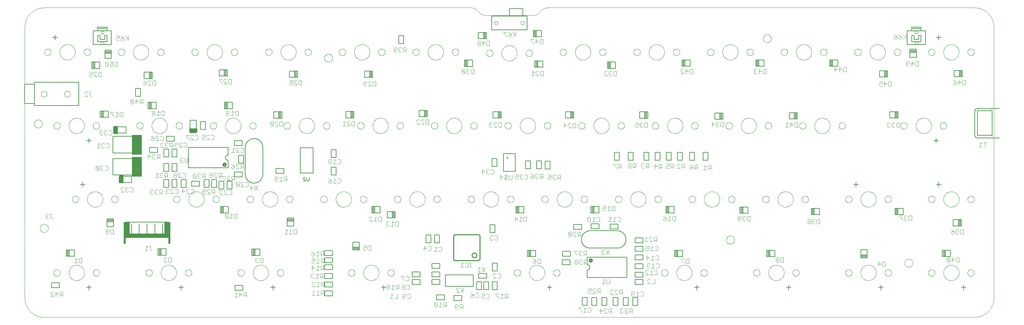
<source format=gbo>
G75*
%MOIN*%
%OFA0B0*%
%FSLAX25Y25*%
%IPPOS*%
%LPD*%
%AMOC8*
5,1,8,0,0,1.08239X$1,22.5*
%
%ADD10C,0.00000*%
%ADD11C,0.00500*%
%ADD12C,0.00400*%
%ADD13C,0.01000*%
%ADD14C,0.00800*%
%ADD15C,0.00700*%
%ADD16R,0.01969X0.22441*%
%ADD17R,0.03937X0.15748*%
%ADD18R,0.05906X0.15748*%
%ADD19R,0.37402X0.03937*%
%ADD20R,0.07874X0.03937*%
%ADD21R,0.10000X0.20000*%
%ADD22R,0.03937X0.07874*%
%ADD23C,0.01761*%
D10*
X0024685Y0001567D02*
X0969567Y0001567D01*
X0970043Y0001573D01*
X0970518Y0001590D01*
X0970993Y0001619D01*
X0971467Y0001659D01*
X0971940Y0001711D01*
X0972411Y0001774D01*
X0972881Y0001848D01*
X0973349Y0001934D01*
X0973815Y0002031D01*
X0974278Y0002139D01*
X0974738Y0002258D01*
X0975196Y0002389D01*
X0975650Y0002530D01*
X0976101Y0002683D01*
X0976547Y0002846D01*
X0976990Y0003020D01*
X0977428Y0003205D01*
X0977862Y0003400D01*
X0978291Y0003606D01*
X0978715Y0003822D01*
X0979134Y0004048D01*
X0979547Y0004284D01*
X0979954Y0004530D01*
X0980355Y0004786D01*
X0980749Y0005052D01*
X0981138Y0005327D01*
X0981519Y0005611D01*
X0981893Y0005904D01*
X0982261Y0006206D01*
X0982621Y0006518D01*
X0982973Y0006837D01*
X0983317Y0007165D01*
X0983654Y0007502D01*
X0983982Y0007846D01*
X0984301Y0008198D01*
X0984613Y0008558D01*
X0984915Y0008926D01*
X0985208Y0009300D01*
X0985492Y0009681D01*
X0985767Y0010070D01*
X0986033Y0010464D01*
X0986289Y0010865D01*
X0986535Y0011272D01*
X0986771Y0011685D01*
X0986997Y0012104D01*
X0987213Y0012528D01*
X0987419Y0012957D01*
X0987614Y0013391D01*
X0987799Y0013829D01*
X0987973Y0014272D01*
X0988136Y0014718D01*
X0988289Y0015169D01*
X0988430Y0015623D01*
X0988561Y0016081D01*
X0988680Y0016541D01*
X0988788Y0017004D01*
X0988885Y0017470D01*
X0988971Y0017938D01*
X0989045Y0018408D01*
X0989108Y0018879D01*
X0989160Y0019352D01*
X0989200Y0019826D01*
X0989229Y0020301D01*
X0989246Y0020776D01*
X0989252Y0021252D01*
X0989252Y0296842D01*
X0989246Y0297318D01*
X0989229Y0297793D01*
X0989200Y0298268D01*
X0989160Y0298742D01*
X0989108Y0299215D01*
X0989045Y0299686D01*
X0988971Y0300156D01*
X0988885Y0300624D01*
X0988788Y0301090D01*
X0988680Y0301553D01*
X0988561Y0302013D01*
X0988430Y0302471D01*
X0988289Y0302925D01*
X0988136Y0303376D01*
X0987973Y0303822D01*
X0987799Y0304265D01*
X0987614Y0304703D01*
X0987419Y0305137D01*
X0987213Y0305566D01*
X0986997Y0305990D01*
X0986771Y0306409D01*
X0986535Y0306822D01*
X0986289Y0307229D01*
X0986033Y0307630D01*
X0985767Y0308024D01*
X0985492Y0308413D01*
X0985208Y0308794D01*
X0984915Y0309168D01*
X0984613Y0309536D01*
X0984301Y0309896D01*
X0983982Y0310248D01*
X0983654Y0310592D01*
X0983317Y0310929D01*
X0982973Y0311257D01*
X0982621Y0311576D01*
X0982261Y0311888D01*
X0981893Y0312190D01*
X0981519Y0312483D01*
X0981138Y0312767D01*
X0980749Y0313042D01*
X0980355Y0313308D01*
X0979954Y0313564D01*
X0979547Y0313810D01*
X0979134Y0314046D01*
X0978715Y0314272D01*
X0978291Y0314488D01*
X0977862Y0314694D01*
X0977428Y0314889D01*
X0976990Y0315074D01*
X0976547Y0315248D01*
X0976101Y0315411D01*
X0975650Y0315564D01*
X0975196Y0315705D01*
X0974738Y0315836D01*
X0974278Y0315955D01*
X0973815Y0316063D01*
X0973349Y0316160D01*
X0972881Y0316246D01*
X0972411Y0316320D01*
X0971940Y0316383D01*
X0971467Y0316435D01*
X0970993Y0316475D01*
X0970518Y0316504D01*
X0970043Y0316521D01*
X0969567Y0316527D01*
X0535821Y0316527D01*
X0530253Y0314221D02*
X0526991Y0310960D01*
X0521424Y0308653D02*
X0472828Y0308653D01*
X0467261Y0310960D02*
X0463999Y0314221D01*
X0458431Y0316527D02*
X0024685Y0316527D01*
X0024209Y0316521D01*
X0023734Y0316504D01*
X0023259Y0316475D01*
X0022785Y0316435D01*
X0022312Y0316383D01*
X0021841Y0316320D01*
X0021371Y0316246D01*
X0020903Y0316160D01*
X0020437Y0316063D01*
X0019974Y0315955D01*
X0019514Y0315836D01*
X0019056Y0315705D01*
X0018602Y0315564D01*
X0018151Y0315411D01*
X0017705Y0315248D01*
X0017262Y0315074D01*
X0016824Y0314889D01*
X0016390Y0314694D01*
X0015961Y0314488D01*
X0015537Y0314272D01*
X0015118Y0314046D01*
X0014705Y0313810D01*
X0014298Y0313564D01*
X0013897Y0313308D01*
X0013503Y0313042D01*
X0013114Y0312767D01*
X0012733Y0312483D01*
X0012359Y0312190D01*
X0011991Y0311888D01*
X0011631Y0311576D01*
X0011279Y0311257D01*
X0010935Y0310929D01*
X0010598Y0310592D01*
X0010270Y0310248D01*
X0009951Y0309896D01*
X0009639Y0309536D01*
X0009337Y0309168D01*
X0009044Y0308794D01*
X0008760Y0308413D01*
X0008485Y0308024D01*
X0008219Y0307630D01*
X0007963Y0307229D01*
X0007717Y0306822D01*
X0007481Y0306409D01*
X0007255Y0305990D01*
X0007039Y0305566D01*
X0006833Y0305137D01*
X0006638Y0304703D01*
X0006453Y0304265D01*
X0006279Y0303822D01*
X0006116Y0303376D01*
X0005963Y0302925D01*
X0005822Y0302471D01*
X0005691Y0302013D01*
X0005572Y0301553D01*
X0005464Y0301090D01*
X0005367Y0300624D01*
X0005281Y0300156D01*
X0005207Y0299686D01*
X0005144Y0299215D01*
X0005092Y0298742D01*
X0005052Y0298268D01*
X0005023Y0297793D01*
X0005006Y0297318D01*
X0005000Y0296842D01*
X0005000Y0021252D01*
X0005006Y0020776D01*
X0005023Y0020301D01*
X0005052Y0019826D01*
X0005092Y0019352D01*
X0005144Y0018879D01*
X0005207Y0018408D01*
X0005281Y0017938D01*
X0005367Y0017470D01*
X0005464Y0017004D01*
X0005572Y0016541D01*
X0005691Y0016081D01*
X0005822Y0015623D01*
X0005963Y0015169D01*
X0006116Y0014718D01*
X0006279Y0014272D01*
X0006453Y0013829D01*
X0006638Y0013391D01*
X0006833Y0012957D01*
X0007039Y0012528D01*
X0007255Y0012104D01*
X0007481Y0011685D01*
X0007717Y0011272D01*
X0007963Y0010865D01*
X0008219Y0010464D01*
X0008485Y0010070D01*
X0008760Y0009681D01*
X0009044Y0009300D01*
X0009337Y0008926D01*
X0009639Y0008558D01*
X0009951Y0008198D01*
X0010270Y0007846D01*
X0010598Y0007502D01*
X0010935Y0007165D01*
X0011279Y0006837D01*
X0011631Y0006518D01*
X0011991Y0006206D01*
X0012359Y0005904D01*
X0012733Y0005611D01*
X0013114Y0005327D01*
X0013503Y0005052D01*
X0013897Y0004786D01*
X0014298Y0004530D01*
X0014705Y0004284D01*
X0015118Y0004048D01*
X0015537Y0003822D01*
X0015961Y0003606D01*
X0016390Y0003400D01*
X0016824Y0003205D01*
X0017262Y0003020D01*
X0017705Y0002846D01*
X0018151Y0002683D01*
X0018602Y0002530D01*
X0019056Y0002389D01*
X0019514Y0002258D01*
X0019974Y0002139D01*
X0020437Y0002031D01*
X0020903Y0001934D01*
X0021371Y0001848D01*
X0021841Y0001774D01*
X0022312Y0001711D01*
X0022785Y0001659D01*
X0023259Y0001619D01*
X0023734Y0001590D01*
X0024209Y0001573D01*
X0024685Y0001567D01*
X0034311Y0046842D02*
X0034313Y0046957D01*
X0034319Y0047073D01*
X0034329Y0047188D01*
X0034343Y0047303D01*
X0034361Y0047417D01*
X0034383Y0047530D01*
X0034408Y0047643D01*
X0034438Y0047754D01*
X0034471Y0047865D01*
X0034508Y0047974D01*
X0034549Y0048082D01*
X0034594Y0048189D01*
X0034642Y0048294D01*
X0034694Y0048397D01*
X0034750Y0048498D01*
X0034809Y0048598D01*
X0034871Y0048695D01*
X0034937Y0048790D01*
X0035005Y0048883D01*
X0035077Y0048973D01*
X0035152Y0049061D01*
X0035231Y0049146D01*
X0035312Y0049228D01*
X0035395Y0049308D01*
X0035482Y0049384D01*
X0035571Y0049458D01*
X0035662Y0049528D01*
X0035756Y0049596D01*
X0035852Y0049660D01*
X0035951Y0049720D01*
X0036051Y0049777D01*
X0036153Y0049831D01*
X0036257Y0049881D01*
X0036363Y0049928D01*
X0036470Y0049971D01*
X0036579Y0050010D01*
X0036689Y0050045D01*
X0036800Y0050076D01*
X0036912Y0050104D01*
X0037025Y0050128D01*
X0037139Y0050148D01*
X0037254Y0050164D01*
X0037369Y0050176D01*
X0037484Y0050184D01*
X0037599Y0050188D01*
X0037715Y0050188D01*
X0037830Y0050184D01*
X0037945Y0050176D01*
X0038060Y0050164D01*
X0038175Y0050148D01*
X0038289Y0050128D01*
X0038402Y0050104D01*
X0038514Y0050076D01*
X0038625Y0050045D01*
X0038735Y0050010D01*
X0038844Y0049971D01*
X0038951Y0049928D01*
X0039057Y0049881D01*
X0039161Y0049831D01*
X0039263Y0049777D01*
X0039363Y0049720D01*
X0039462Y0049660D01*
X0039558Y0049596D01*
X0039652Y0049528D01*
X0039743Y0049458D01*
X0039832Y0049384D01*
X0039919Y0049308D01*
X0040002Y0049228D01*
X0040083Y0049146D01*
X0040162Y0049061D01*
X0040237Y0048973D01*
X0040309Y0048883D01*
X0040377Y0048790D01*
X0040443Y0048695D01*
X0040505Y0048598D01*
X0040564Y0048498D01*
X0040620Y0048397D01*
X0040672Y0048294D01*
X0040720Y0048189D01*
X0040765Y0048082D01*
X0040806Y0047974D01*
X0040843Y0047865D01*
X0040876Y0047754D01*
X0040906Y0047643D01*
X0040931Y0047530D01*
X0040953Y0047417D01*
X0040971Y0047303D01*
X0040985Y0047188D01*
X0040995Y0047073D01*
X0041001Y0046957D01*
X0041003Y0046842D01*
X0041001Y0046727D01*
X0040995Y0046611D01*
X0040985Y0046496D01*
X0040971Y0046381D01*
X0040953Y0046267D01*
X0040931Y0046154D01*
X0040906Y0046041D01*
X0040876Y0045930D01*
X0040843Y0045819D01*
X0040806Y0045710D01*
X0040765Y0045602D01*
X0040720Y0045495D01*
X0040672Y0045390D01*
X0040620Y0045287D01*
X0040564Y0045186D01*
X0040505Y0045086D01*
X0040443Y0044989D01*
X0040377Y0044894D01*
X0040309Y0044801D01*
X0040237Y0044711D01*
X0040162Y0044623D01*
X0040083Y0044538D01*
X0040002Y0044456D01*
X0039919Y0044376D01*
X0039832Y0044300D01*
X0039743Y0044226D01*
X0039652Y0044156D01*
X0039558Y0044088D01*
X0039462Y0044024D01*
X0039363Y0043964D01*
X0039263Y0043907D01*
X0039161Y0043853D01*
X0039057Y0043803D01*
X0038951Y0043756D01*
X0038844Y0043713D01*
X0038735Y0043674D01*
X0038625Y0043639D01*
X0038514Y0043608D01*
X0038402Y0043580D01*
X0038289Y0043556D01*
X0038175Y0043536D01*
X0038060Y0043520D01*
X0037945Y0043508D01*
X0037830Y0043500D01*
X0037715Y0043496D01*
X0037599Y0043496D01*
X0037484Y0043500D01*
X0037369Y0043508D01*
X0037254Y0043520D01*
X0037139Y0043536D01*
X0037025Y0043556D01*
X0036912Y0043580D01*
X0036800Y0043608D01*
X0036689Y0043639D01*
X0036579Y0043674D01*
X0036470Y0043713D01*
X0036363Y0043756D01*
X0036257Y0043803D01*
X0036153Y0043853D01*
X0036051Y0043907D01*
X0035951Y0043964D01*
X0035852Y0044024D01*
X0035756Y0044088D01*
X0035662Y0044156D01*
X0035571Y0044226D01*
X0035482Y0044300D01*
X0035395Y0044376D01*
X0035312Y0044456D01*
X0035231Y0044538D01*
X0035152Y0044623D01*
X0035077Y0044711D01*
X0035005Y0044801D01*
X0034937Y0044894D01*
X0034871Y0044989D01*
X0034809Y0045086D01*
X0034750Y0045186D01*
X0034694Y0045287D01*
X0034642Y0045390D01*
X0034594Y0045495D01*
X0034549Y0045602D01*
X0034508Y0045710D01*
X0034471Y0045819D01*
X0034438Y0045930D01*
X0034408Y0046041D01*
X0034383Y0046154D01*
X0034361Y0046267D01*
X0034343Y0046381D01*
X0034329Y0046496D01*
X0034319Y0046611D01*
X0034313Y0046727D01*
X0034311Y0046842D01*
X0049782Y0046842D02*
X0049784Y0047035D01*
X0049791Y0047228D01*
X0049803Y0047421D01*
X0049820Y0047614D01*
X0049841Y0047806D01*
X0049867Y0047998D01*
X0049898Y0048188D01*
X0049933Y0048378D01*
X0049973Y0048567D01*
X0050018Y0048755D01*
X0050067Y0048942D01*
X0050121Y0049128D01*
X0050179Y0049312D01*
X0050242Y0049495D01*
X0050310Y0049676D01*
X0050381Y0049856D01*
X0050458Y0050033D01*
X0050538Y0050209D01*
X0050623Y0050383D01*
X0050712Y0050554D01*
X0050805Y0050724D01*
X0050902Y0050891D01*
X0051004Y0051055D01*
X0051109Y0051217D01*
X0051219Y0051376D01*
X0051332Y0051533D01*
X0051449Y0051687D01*
X0051570Y0051838D01*
X0051694Y0051986D01*
X0051822Y0052131D01*
X0051954Y0052272D01*
X0052089Y0052410D01*
X0052227Y0052545D01*
X0052368Y0052677D01*
X0052513Y0052805D01*
X0052661Y0052929D01*
X0052812Y0053050D01*
X0052966Y0053167D01*
X0053123Y0053280D01*
X0053282Y0053390D01*
X0053444Y0053495D01*
X0053608Y0053597D01*
X0053775Y0053694D01*
X0053945Y0053787D01*
X0054116Y0053876D01*
X0054290Y0053961D01*
X0054466Y0054041D01*
X0054643Y0054118D01*
X0054823Y0054189D01*
X0055004Y0054257D01*
X0055187Y0054320D01*
X0055371Y0054378D01*
X0055557Y0054432D01*
X0055744Y0054481D01*
X0055932Y0054526D01*
X0056121Y0054566D01*
X0056311Y0054601D01*
X0056501Y0054632D01*
X0056693Y0054658D01*
X0056885Y0054679D01*
X0057078Y0054696D01*
X0057271Y0054708D01*
X0057464Y0054715D01*
X0057657Y0054717D01*
X0057850Y0054715D01*
X0058043Y0054708D01*
X0058236Y0054696D01*
X0058429Y0054679D01*
X0058621Y0054658D01*
X0058813Y0054632D01*
X0059003Y0054601D01*
X0059193Y0054566D01*
X0059382Y0054526D01*
X0059570Y0054481D01*
X0059757Y0054432D01*
X0059943Y0054378D01*
X0060127Y0054320D01*
X0060310Y0054257D01*
X0060491Y0054189D01*
X0060671Y0054118D01*
X0060848Y0054041D01*
X0061024Y0053961D01*
X0061198Y0053876D01*
X0061369Y0053787D01*
X0061539Y0053694D01*
X0061706Y0053597D01*
X0061870Y0053495D01*
X0062032Y0053390D01*
X0062191Y0053280D01*
X0062348Y0053167D01*
X0062502Y0053050D01*
X0062653Y0052929D01*
X0062801Y0052805D01*
X0062946Y0052677D01*
X0063087Y0052545D01*
X0063225Y0052410D01*
X0063360Y0052272D01*
X0063492Y0052131D01*
X0063620Y0051986D01*
X0063744Y0051838D01*
X0063865Y0051687D01*
X0063982Y0051533D01*
X0064095Y0051376D01*
X0064205Y0051217D01*
X0064310Y0051055D01*
X0064412Y0050891D01*
X0064509Y0050724D01*
X0064602Y0050554D01*
X0064691Y0050383D01*
X0064776Y0050209D01*
X0064856Y0050033D01*
X0064933Y0049856D01*
X0065004Y0049676D01*
X0065072Y0049495D01*
X0065135Y0049312D01*
X0065193Y0049128D01*
X0065247Y0048942D01*
X0065296Y0048755D01*
X0065341Y0048567D01*
X0065381Y0048378D01*
X0065416Y0048188D01*
X0065447Y0047998D01*
X0065473Y0047806D01*
X0065494Y0047614D01*
X0065511Y0047421D01*
X0065523Y0047228D01*
X0065530Y0047035D01*
X0065532Y0046842D01*
X0065530Y0046649D01*
X0065523Y0046456D01*
X0065511Y0046263D01*
X0065494Y0046070D01*
X0065473Y0045878D01*
X0065447Y0045686D01*
X0065416Y0045496D01*
X0065381Y0045306D01*
X0065341Y0045117D01*
X0065296Y0044929D01*
X0065247Y0044742D01*
X0065193Y0044556D01*
X0065135Y0044372D01*
X0065072Y0044189D01*
X0065004Y0044008D01*
X0064933Y0043828D01*
X0064856Y0043651D01*
X0064776Y0043475D01*
X0064691Y0043301D01*
X0064602Y0043130D01*
X0064509Y0042960D01*
X0064412Y0042793D01*
X0064310Y0042629D01*
X0064205Y0042467D01*
X0064095Y0042308D01*
X0063982Y0042151D01*
X0063865Y0041997D01*
X0063744Y0041846D01*
X0063620Y0041698D01*
X0063492Y0041553D01*
X0063360Y0041412D01*
X0063225Y0041274D01*
X0063087Y0041139D01*
X0062946Y0041007D01*
X0062801Y0040879D01*
X0062653Y0040755D01*
X0062502Y0040634D01*
X0062348Y0040517D01*
X0062191Y0040404D01*
X0062032Y0040294D01*
X0061870Y0040189D01*
X0061706Y0040087D01*
X0061539Y0039990D01*
X0061369Y0039897D01*
X0061198Y0039808D01*
X0061024Y0039723D01*
X0060848Y0039643D01*
X0060671Y0039566D01*
X0060491Y0039495D01*
X0060310Y0039427D01*
X0060127Y0039364D01*
X0059943Y0039306D01*
X0059757Y0039252D01*
X0059570Y0039203D01*
X0059382Y0039158D01*
X0059193Y0039118D01*
X0059003Y0039083D01*
X0058813Y0039052D01*
X0058621Y0039026D01*
X0058429Y0039005D01*
X0058236Y0038988D01*
X0058043Y0038976D01*
X0057850Y0038969D01*
X0057657Y0038967D01*
X0057464Y0038969D01*
X0057271Y0038976D01*
X0057078Y0038988D01*
X0056885Y0039005D01*
X0056693Y0039026D01*
X0056501Y0039052D01*
X0056311Y0039083D01*
X0056121Y0039118D01*
X0055932Y0039158D01*
X0055744Y0039203D01*
X0055557Y0039252D01*
X0055371Y0039306D01*
X0055187Y0039364D01*
X0055004Y0039427D01*
X0054823Y0039495D01*
X0054643Y0039566D01*
X0054466Y0039643D01*
X0054290Y0039723D01*
X0054116Y0039808D01*
X0053945Y0039897D01*
X0053775Y0039990D01*
X0053608Y0040087D01*
X0053444Y0040189D01*
X0053282Y0040294D01*
X0053123Y0040404D01*
X0052966Y0040517D01*
X0052812Y0040634D01*
X0052661Y0040755D01*
X0052513Y0040879D01*
X0052368Y0041007D01*
X0052227Y0041139D01*
X0052089Y0041274D01*
X0051954Y0041412D01*
X0051822Y0041553D01*
X0051694Y0041698D01*
X0051570Y0041846D01*
X0051449Y0041997D01*
X0051332Y0042151D01*
X0051219Y0042308D01*
X0051109Y0042467D01*
X0051004Y0042629D01*
X0050902Y0042793D01*
X0050805Y0042960D01*
X0050712Y0043130D01*
X0050623Y0043301D01*
X0050538Y0043475D01*
X0050458Y0043651D01*
X0050381Y0043828D01*
X0050310Y0044008D01*
X0050242Y0044189D01*
X0050179Y0044372D01*
X0050121Y0044556D01*
X0050067Y0044742D01*
X0050018Y0044929D01*
X0049973Y0045117D01*
X0049933Y0045306D01*
X0049898Y0045496D01*
X0049867Y0045686D01*
X0049841Y0045878D01*
X0049820Y0046070D01*
X0049803Y0046263D01*
X0049791Y0046456D01*
X0049784Y0046649D01*
X0049782Y0046842D01*
X0074311Y0046842D02*
X0074313Y0046957D01*
X0074319Y0047073D01*
X0074329Y0047188D01*
X0074343Y0047303D01*
X0074361Y0047417D01*
X0074383Y0047530D01*
X0074408Y0047643D01*
X0074438Y0047754D01*
X0074471Y0047865D01*
X0074508Y0047974D01*
X0074549Y0048082D01*
X0074594Y0048189D01*
X0074642Y0048294D01*
X0074694Y0048397D01*
X0074750Y0048498D01*
X0074809Y0048598D01*
X0074871Y0048695D01*
X0074937Y0048790D01*
X0075005Y0048883D01*
X0075077Y0048973D01*
X0075152Y0049061D01*
X0075231Y0049146D01*
X0075312Y0049228D01*
X0075395Y0049308D01*
X0075482Y0049384D01*
X0075571Y0049458D01*
X0075662Y0049528D01*
X0075756Y0049596D01*
X0075852Y0049660D01*
X0075951Y0049720D01*
X0076051Y0049777D01*
X0076153Y0049831D01*
X0076257Y0049881D01*
X0076363Y0049928D01*
X0076470Y0049971D01*
X0076579Y0050010D01*
X0076689Y0050045D01*
X0076800Y0050076D01*
X0076912Y0050104D01*
X0077025Y0050128D01*
X0077139Y0050148D01*
X0077254Y0050164D01*
X0077369Y0050176D01*
X0077484Y0050184D01*
X0077599Y0050188D01*
X0077715Y0050188D01*
X0077830Y0050184D01*
X0077945Y0050176D01*
X0078060Y0050164D01*
X0078175Y0050148D01*
X0078289Y0050128D01*
X0078402Y0050104D01*
X0078514Y0050076D01*
X0078625Y0050045D01*
X0078735Y0050010D01*
X0078844Y0049971D01*
X0078951Y0049928D01*
X0079057Y0049881D01*
X0079161Y0049831D01*
X0079263Y0049777D01*
X0079363Y0049720D01*
X0079462Y0049660D01*
X0079558Y0049596D01*
X0079652Y0049528D01*
X0079743Y0049458D01*
X0079832Y0049384D01*
X0079919Y0049308D01*
X0080002Y0049228D01*
X0080083Y0049146D01*
X0080162Y0049061D01*
X0080237Y0048973D01*
X0080309Y0048883D01*
X0080377Y0048790D01*
X0080443Y0048695D01*
X0080505Y0048598D01*
X0080564Y0048498D01*
X0080620Y0048397D01*
X0080672Y0048294D01*
X0080720Y0048189D01*
X0080765Y0048082D01*
X0080806Y0047974D01*
X0080843Y0047865D01*
X0080876Y0047754D01*
X0080906Y0047643D01*
X0080931Y0047530D01*
X0080953Y0047417D01*
X0080971Y0047303D01*
X0080985Y0047188D01*
X0080995Y0047073D01*
X0081001Y0046957D01*
X0081003Y0046842D01*
X0081001Y0046727D01*
X0080995Y0046611D01*
X0080985Y0046496D01*
X0080971Y0046381D01*
X0080953Y0046267D01*
X0080931Y0046154D01*
X0080906Y0046041D01*
X0080876Y0045930D01*
X0080843Y0045819D01*
X0080806Y0045710D01*
X0080765Y0045602D01*
X0080720Y0045495D01*
X0080672Y0045390D01*
X0080620Y0045287D01*
X0080564Y0045186D01*
X0080505Y0045086D01*
X0080443Y0044989D01*
X0080377Y0044894D01*
X0080309Y0044801D01*
X0080237Y0044711D01*
X0080162Y0044623D01*
X0080083Y0044538D01*
X0080002Y0044456D01*
X0079919Y0044376D01*
X0079832Y0044300D01*
X0079743Y0044226D01*
X0079652Y0044156D01*
X0079558Y0044088D01*
X0079462Y0044024D01*
X0079363Y0043964D01*
X0079263Y0043907D01*
X0079161Y0043853D01*
X0079057Y0043803D01*
X0078951Y0043756D01*
X0078844Y0043713D01*
X0078735Y0043674D01*
X0078625Y0043639D01*
X0078514Y0043608D01*
X0078402Y0043580D01*
X0078289Y0043556D01*
X0078175Y0043536D01*
X0078060Y0043520D01*
X0077945Y0043508D01*
X0077830Y0043500D01*
X0077715Y0043496D01*
X0077599Y0043496D01*
X0077484Y0043500D01*
X0077369Y0043508D01*
X0077254Y0043520D01*
X0077139Y0043536D01*
X0077025Y0043556D01*
X0076912Y0043580D01*
X0076800Y0043608D01*
X0076689Y0043639D01*
X0076579Y0043674D01*
X0076470Y0043713D01*
X0076363Y0043756D01*
X0076257Y0043803D01*
X0076153Y0043853D01*
X0076051Y0043907D01*
X0075951Y0043964D01*
X0075852Y0044024D01*
X0075756Y0044088D01*
X0075662Y0044156D01*
X0075571Y0044226D01*
X0075482Y0044300D01*
X0075395Y0044376D01*
X0075312Y0044456D01*
X0075231Y0044538D01*
X0075152Y0044623D01*
X0075077Y0044711D01*
X0075005Y0044801D01*
X0074937Y0044894D01*
X0074871Y0044989D01*
X0074809Y0045086D01*
X0074750Y0045186D01*
X0074694Y0045287D01*
X0074642Y0045390D01*
X0074594Y0045495D01*
X0074549Y0045602D01*
X0074508Y0045710D01*
X0074471Y0045819D01*
X0074438Y0045930D01*
X0074408Y0046041D01*
X0074383Y0046154D01*
X0074361Y0046267D01*
X0074343Y0046381D01*
X0074329Y0046496D01*
X0074319Y0046611D01*
X0074313Y0046727D01*
X0074311Y0046842D01*
X0127815Y0046842D02*
X0127817Y0046957D01*
X0127823Y0047073D01*
X0127833Y0047188D01*
X0127847Y0047303D01*
X0127865Y0047417D01*
X0127887Y0047530D01*
X0127912Y0047643D01*
X0127942Y0047754D01*
X0127975Y0047865D01*
X0128012Y0047974D01*
X0128053Y0048082D01*
X0128098Y0048189D01*
X0128146Y0048294D01*
X0128198Y0048397D01*
X0128254Y0048498D01*
X0128313Y0048598D01*
X0128375Y0048695D01*
X0128441Y0048790D01*
X0128509Y0048883D01*
X0128581Y0048973D01*
X0128656Y0049061D01*
X0128735Y0049146D01*
X0128816Y0049228D01*
X0128899Y0049308D01*
X0128986Y0049384D01*
X0129075Y0049458D01*
X0129166Y0049528D01*
X0129260Y0049596D01*
X0129356Y0049660D01*
X0129455Y0049720D01*
X0129555Y0049777D01*
X0129657Y0049831D01*
X0129761Y0049881D01*
X0129867Y0049928D01*
X0129974Y0049971D01*
X0130083Y0050010D01*
X0130193Y0050045D01*
X0130304Y0050076D01*
X0130416Y0050104D01*
X0130529Y0050128D01*
X0130643Y0050148D01*
X0130758Y0050164D01*
X0130873Y0050176D01*
X0130988Y0050184D01*
X0131103Y0050188D01*
X0131219Y0050188D01*
X0131334Y0050184D01*
X0131449Y0050176D01*
X0131564Y0050164D01*
X0131679Y0050148D01*
X0131793Y0050128D01*
X0131906Y0050104D01*
X0132018Y0050076D01*
X0132129Y0050045D01*
X0132239Y0050010D01*
X0132348Y0049971D01*
X0132455Y0049928D01*
X0132561Y0049881D01*
X0132665Y0049831D01*
X0132767Y0049777D01*
X0132867Y0049720D01*
X0132966Y0049660D01*
X0133062Y0049596D01*
X0133156Y0049528D01*
X0133247Y0049458D01*
X0133336Y0049384D01*
X0133423Y0049308D01*
X0133506Y0049228D01*
X0133587Y0049146D01*
X0133666Y0049061D01*
X0133741Y0048973D01*
X0133813Y0048883D01*
X0133881Y0048790D01*
X0133947Y0048695D01*
X0134009Y0048598D01*
X0134068Y0048498D01*
X0134124Y0048397D01*
X0134176Y0048294D01*
X0134224Y0048189D01*
X0134269Y0048082D01*
X0134310Y0047974D01*
X0134347Y0047865D01*
X0134380Y0047754D01*
X0134410Y0047643D01*
X0134435Y0047530D01*
X0134457Y0047417D01*
X0134475Y0047303D01*
X0134489Y0047188D01*
X0134499Y0047073D01*
X0134505Y0046957D01*
X0134507Y0046842D01*
X0134505Y0046727D01*
X0134499Y0046611D01*
X0134489Y0046496D01*
X0134475Y0046381D01*
X0134457Y0046267D01*
X0134435Y0046154D01*
X0134410Y0046041D01*
X0134380Y0045930D01*
X0134347Y0045819D01*
X0134310Y0045710D01*
X0134269Y0045602D01*
X0134224Y0045495D01*
X0134176Y0045390D01*
X0134124Y0045287D01*
X0134068Y0045186D01*
X0134009Y0045086D01*
X0133947Y0044989D01*
X0133881Y0044894D01*
X0133813Y0044801D01*
X0133741Y0044711D01*
X0133666Y0044623D01*
X0133587Y0044538D01*
X0133506Y0044456D01*
X0133423Y0044376D01*
X0133336Y0044300D01*
X0133247Y0044226D01*
X0133156Y0044156D01*
X0133062Y0044088D01*
X0132966Y0044024D01*
X0132867Y0043964D01*
X0132767Y0043907D01*
X0132665Y0043853D01*
X0132561Y0043803D01*
X0132455Y0043756D01*
X0132348Y0043713D01*
X0132239Y0043674D01*
X0132129Y0043639D01*
X0132018Y0043608D01*
X0131906Y0043580D01*
X0131793Y0043556D01*
X0131679Y0043536D01*
X0131564Y0043520D01*
X0131449Y0043508D01*
X0131334Y0043500D01*
X0131219Y0043496D01*
X0131103Y0043496D01*
X0130988Y0043500D01*
X0130873Y0043508D01*
X0130758Y0043520D01*
X0130643Y0043536D01*
X0130529Y0043556D01*
X0130416Y0043580D01*
X0130304Y0043608D01*
X0130193Y0043639D01*
X0130083Y0043674D01*
X0129974Y0043713D01*
X0129867Y0043756D01*
X0129761Y0043803D01*
X0129657Y0043853D01*
X0129555Y0043907D01*
X0129455Y0043964D01*
X0129356Y0044024D01*
X0129260Y0044088D01*
X0129166Y0044156D01*
X0129075Y0044226D01*
X0128986Y0044300D01*
X0128899Y0044376D01*
X0128816Y0044456D01*
X0128735Y0044538D01*
X0128656Y0044623D01*
X0128581Y0044711D01*
X0128509Y0044801D01*
X0128441Y0044894D01*
X0128375Y0044989D01*
X0128313Y0045086D01*
X0128254Y0045186D01*
X0128198Y0045287D01*
X0128146Y0045390D01*
X0128098Y0045495D01*
X0128053Y0045602D01*
X0128012Y0045710D01*
X0127975Y0045819D01*
X0127942Y0045930D01*
X0127912Y0046041D01*
X0127887Y0046154D01*
X0127865Y0046267D01*
X0127847Y0046381D01*
X0127833Y0046496D01*
X0127823Y0046611D01*
X0127817Y0046727D01*
X0127815Y0046842D01*
X0143286Y0046842D02*
X0143288Y0047035D01*
X0143295Y0047228D01*
X0143307Y0047421D01*
X0143324Y0047614D01*
X0143345Y0047806D01*
X0143371Y0047998D01*
X0143402Y0048188D01*
X0143437Y0048378D01*
X0143477Y0048567D01*
X0143522Y0048755D01*
X0143571Y0048942D01*
X0143625Y0049128D01*
X0143683Y0049312D01*
X0143746Y0049495D01*
X0143814Y0049676D01*
X0143885Y0049856D01*
X0143962Y0050033D01*
X0144042Y0050209D01*
X0144127Y0050383D01*
X0144216Y0050554D01*
X0144309Y0050724D01*
X0144406Y0050891D01*
X0144508Y0051055D01*
X0144613Y0051217D01*
X0144723Y0051376D01*
X0144836Y0051533D01*
X0144953Y0051687D01*
X0145074Y0051838D01*
X0145198Y0051986D01*
X0145326Y0052131D01*
X0145458Y0052272D01*
X0145593Y0052410D01*
X0145731Y0052545D01*
X0145872Y0052677D01*
X0146017Y0052805D01*
X0146165Y0052929D01*
X0146316Y0053050D01*
X0146470Y0053167D01*
X0146627Y0053280D01*
X0146786Y0053390D01*
X0146948Y0053495D01*
X0147112Y0053597D01*
X0147279Y0053694D01*
X0147449Y0053787D01*
X0147620Y0053876D01*
X0147794Y0053961D01*
X0147970Y0054041D01*
X0148147Y0054118D01*
X0148327Y0054189D01*
X0148508Y0054257D01*
X0148691Y0054320D01*
X0148875Y0054378D01*
X0149061Y0054432D01*
X0149248Y0054481D01*
X0149436Y0054526D01*
X0149625Y0054566D01*
X0149815Y0054601D01*
X0150005Y0054632D01*
X0150197Y0054658D01*
X0150389Y0054679D01*
X0150582Y0054696D01*
X0150775Y0054708D01*
X0150968Y0054715D01*
X0151161Y0054717D01*
X0151354Y0054715D01*
X0151547Y0054708D01*
X0151740Y0054696D01*
X0151933Y0054679D01*
X0152125Y0054658D01*
X0152317Y0054632D01*
X0152507Y0054601D01*
X0152697Y0054566D01*
X0152886Y0054526D01*
X0153074Y0054481D01*
X0153261Y0054432D01*
X0153447Y0054378D01*
X0153631Y0054320D01*
X0153814Y0054257D01*
X0153995Y0054189D01*
X0154175Y0054118D01*
X0154352Y0054041D01*
X0154528Y0053961D01*
X0154702Y0053876D01*
X0154873Y0053787D01*
X0155043Y0053694D01*
X0155210Y0053597D01*
X0155374Y0053495D01*
X0155536Y0053390D01*
X0155695Y0053280D01*
X0155852Y0053167D01*
X0156006Y0053050D01*
X0156157Y0052929D01*
X0156305Y0052805D01*
X0156450Y0052677D01*
X0156591Y0052545D01*
X0156729Y0052410D01*
X0156864Y0052272D01*
X0156996Y0052131D01*
X0157124Y0051986D01*
X0157248Y0051838D01*
X0157369Y0051687D01*
X0157486Y0051533D01*
X0157599Y0051376D01*
X0157709Y0051217D01*
X0157814Y0051055D01*
X0157916Y0050891D01*
X0158013Y0050724D01*
X0158106Y0050554D01*
X0158195Y0050383D01*
X0158280Y0050209D01*
X0158360Y0050033D01*
X0158437Y0049856D01*
X0158508Y0049676D01*
X0158576Y0049495D01*
X0158639Y0049312D01*
X0158697Y0049128D01*
X0158751Y0048942D01*
X0158800Y0048755D01*
X0158845Y0048567D01*
X0158885Y0048378D01*
X0158920Y0048188D01*
X0158951Y0047998D01*
X0158977Y0047806D01*
X0158998Y0047614D01*
X0159015Y0047421D01*
X0159027Y0047228D01*
X0159034Y0047035D01*
X0159036Y0046842D01*
X0159034Y0046649D01*
X0159027Y0046456D01*
X0159015Y0046263D01*
X0158998Y0046070D01*
X0158977Y0045878D01*
X0158951Y0045686D01*
X0158920Y0045496D01*
X0158885Y0045306D01*
X0158845Y0045117D01*
X0158800Y0044929D01*
X0158751Y0044742D01*
X0158697Y0044556D01*
X0158639Y0044372D01*
X0158576Y0044189D01*
X0158508Y0044008D01*
X0158437Y0043828D01*
X0158360Y0043651D01*
X0158280Y0043475D01*
X0158195Y0043301D01*
X0158106Y0043130D01*
X0158013Y0042960D01*
X0157916Y0042793D01*
X0157814Y0042629D01*
X0157709Y0042467D01*
X0157599Y0042308D01*
X0157486Y0042151D01*
X0157369Y0041997D01*
X0157248Y0041846D01*
X0157124Y0041698D01*
X0156996Y0041553D01*
X0156864Y0041412D01*
X0156729Y0041274D01*
X0156591Y0041139D01*
X0156450Y0041007D01*
X0156305Y0040879D01*
X0156157Y0040755D01*
X0156006Y0040634D01*
X0155852Y0040517D01*
X0155695Y0040404D01*
X0155536Y0040294D01*
X0155374Y0040189D01*
X0155210Y0040087D01*
X0155043Y0039990D01*
X0154873Y0039897D01*
X0154702Y0039808D01*
X0154528Y0039723D01*
X0154352Y0039643D01*
X0154175Y0039566D01*
X0153995Y0039495D01*
X0153814Y0039427D01*
X0153631Y0039364D01*
X0153447Y0039306D01*
X0153261Y0039252D01*
X0153074Y0039203D01*
X0152886Y0039158D01*
X0152697Y0039118D01*
X0152507Y0039083D01*
X0152317Y0039052D01*
X0152125Y0039026D01*
X0151933Y0039005D01*
X0151740Y0038988D01*
X0151547Y0038976D01*
X0151354Y0038969D01*
X0151161Y0038967D01*
X0150968Y0038969D01*
X0150775Y0038976D01*
X0150582Y0038988D01*
X0150389Y0039005D01*
X0150197Y0039026D01*
X0150005Y0039052D01*
X0149815Y0039083D01*
X0149625Y0039118D01*
X0149436Y0039158D01*
X0149248Y0039203D01*
X0149061Y0039252D01*
X0148875Y0039306D01*
X0148691Y0039364D01*
X0148508Y0039427D01*
X0148327Y0039495D01*
X0148147Y0039566D01*
X0147970Y0039643D01*
X0147794Y0039723D01*
X0147620Y0039808D01*
X0147449Y0039897D01*
X0147279Y0039990D01*
X0147112Y0040087D01*
X0146948Y0040189D01*
X0146786Y0040294D01*
X0146627Y0040404D01*
X0146470Y0040517D01*
X0146316Y0040634D01*
X0146165Y0040755D01*
X0146017Y0040879D01*
X0145872Y0041007D01*
X0145731Y0041139D01*
X0145593Y0041274D01*
X0145458Y0041412D01*
X0145326Y0041553D01*
X0145198Y0041698D01*
X0145074Y0041846D01*
X0144953Y0041997D01*
X0144836Y0042151D01*
X0144723Y0042308D01*
X0144613Y0042467D01*
X0144508Y0042629D01*
X0144406Y0042793D01*
X0144309Y0042960D01*
X0144216Y0043130D01*
X0144127Y0043301D01*
X0144042Y0043475D01*
X0143962Y0043651D01*
X0143885Y0043828D01*
X0143814Y0044008D01*
X0143746Y0044189D01*
X0143683Y0044372D01*
X0143625Y0044556D01*
X0143571Y0044742D01*
X0143522Y0044929D01*
X0143477Y0045117D01*
X0143437Y0045306D01*
X0143402Y0045496D01*
X0143371Y0045686D01*
X0143345Y0045878D01*
X0143324Y0046070D01*
X0143307Y0046263D01*
X0143295Y0046456D01*
X0143288Y0046649D01*
X0143286Y0046842D01*
X0167815Y0046842D02*
X0167817Y0046957D01*
X0167823Y0047073D01*
X0167833Y0047188D01*
X0167847Y0047303D01*
X0167865Y0047417D01*
X0167887Y0047530D01*
X0167912Y0047643D01*
X0167942Y0047754D01*
X0167975Y0047865D01*
X0168012Y0047974D01*
X0168053Y0048082D01*
X0168098Y0048189D01*
X0168146Y0048294D01*
X0168198Y0048397D01*
X0168254Y0048498D01*
X0168313Y0048598D01*
X0168375Y0048695D01*
X0168441Y0048790D01*
X0168509Y0048883D01*
X0168581Y0048973D01*
X0168656Y0049061D01*
X0168735Y0049146D01*
X0168816Y0049228D01*
X0168899Y0049308D01*
X0168986Y0049384D01*
X0169075Y0049458D01*
X0169166Y0049528D01*
X0169260Y0049596D01*
X0169356Y0049660D01*
X0169455Y0049720D01*
X0169555Y0049777D01*
X0169657Y0049831D01*
X0169761Y0049881D01*
X0169867Y0049928D01*
X0169974Y0049971D01*
X0170083Y0050010D01*
X0170193Y0050045D01*
X0170304Y0050076D01*
X0170416Y0050104D01*
X0170529Y0050128D01*
X0170643Y0050148D01*
X0170758Y0050164D01*
X0170873Y0050176D01*
X0170988Y0050184D01*
X0171103Y0050188D01*
X0171219Y0050188D01*
X0171334Y0050184D01*
X0171449Y0050176D01*
X0171564Y0050164D01*
X0171679Y0050148D01*
X0171793Y0050128D01*
X0171906Y0050104D01*
X0172018Y0050076D01*
X0172129Y0050045D01*
X0172239Y0050010D01*
X0172348Y0049971D01*
X0172455Y0049928D01*
X0172561Y0049881D01*
X0172665Y0049831D01*
X0172767Y0049777D01*
X0172867Y0049720D01*
X0172966Y0049660D01*
X0173062Y0049596D01*
X0173156Y0049528D01*
X0173247Y0049458D01*
X0173336Y0049384D01*
X0173423Y0049308D01*
X0173506Y0049228D01*
X0173587Y0049146D01*
X0173666Y0049061D01*
X0173741Y0048973D01*
X0173813Y0048883D01*
X0173881Y0048790D01*
X0173947Y0048695D01*
X0174009Y0048598D01*
X0174068Y0048498D01*
X0174124Y0048397D01*
X0174176Y0048294D01*
X0174224Y0048189D01*
X0174269Y0048082D01*
X0174310Y0047974D01*
X0174347Y0047865D01*
X0174380Y0047754D01*
X0174410Y0047643D01*
X0174435Y0047530D01*
X0174457Y0047417D01*
X0174475Y0047303D01*
X0174489Y0047188D01*
X0174499Y0047073D01*
X0174505Y0046957D01*
X0174507Y0046842D01*
X0174505Y0046727D01*
X0174499Y0046611D01*
X0174489Y0046496D01*
X0174475Y0046381D01*
X0174457Y0046267D01*
X0174435Y0046154D01*
X0174410Y0046041D01*
X0174380Y0045930D01*
X0174347Y0045819D01*
X0174310Y0045710D01*
X0174269Y0045602D01*
X0174224Y0045495D01*
X0174176Y0045390D01*
X0174124Y0045287D01*
X0174068Y0045186D01*
X0174009Y0045086D01*
X0173947Y0044989D01*
X0173881Y0044894D01*
X0173813Y0044801D01*
X0173741Y0044711D01*
X0173666Y0044623D01*
X0173587Y0044538D01*
X0173506Y0044456D01*
X0173423Y0044376D01*
X0173336Y0044300D01*
X0173247Y0044226D01*
X0173156Y0044156D01*
X0173062Y0044088D01*
X0172966Y0044024D01*
X0172867Y0043964D01*
X0172767Y0043907D01*
X0172665Y0043853D01*
X0172561Y0043803D01*
X0172455Y0043756D01*
X0172348Y0043713D01*
X0172239Y0043674D01*
X0172129Y0043639D01*
X0172018Y0043608D01*
X0171906Y0043580D01*
X0171793Y0043556D01*
X0171679Y0043536D01*
X0171564Y0043520D01*
X0171449Y0043508D01*
X0171334Y0043500D01*
X0171219Y0043496D01*
X0171103Y0043496D01*
X0170988Y0043500D01*
X0170873Y0043508D01*
X0170758Y0043520D01*
X0170643Y0043536D01*
X0170529Y0043556D01*
X0170416Y0043580D01*
X0170304Y0043608D01*
X0170193Y0043639D01*
X0170083Y0043674D01*
X0169974Y0043713D01*
X0169867Y0043756D01*
X0169761Y0043803D01*
X0169657Y0043853D01*
X0169555Y0043907D01*
X0169455Y0043964D01*
X0169356Y0044024D01*
X0169260Y0044088D01*
X0169166Y0044156D01*
X0169075Y0044226D01*
X0168986Y0044300D01*
X0168899Y0044376D01*
X0168816Y0044456D01*
X0168735Y0044538D01*
X0168656Y0044623D01*
X0168581Y0044711D01*
X0168509Y0044801D01*
X0168441Y0044894D01*
X0168375Y0044989D01*
X0168313Y0045086D01*
X0168254Y0045186D01*
X0168198Y0045287D01*
X0168146Y0045390D01*
X0168098Y0045495D01*
X0168053Y0045602D01*
X0168012Y0045710D01*
X0167975Y0045819D01*
X0167942Y0045930D01*
X0167912Y0046041D01*
X0167887Y0046154D01*
X0167865Y0046267D01*
X0167847Y0046381D01*
X0167833Y0046496D01*
X0167823Y0046611D01*
X0167817Y0046727D01*
X0167815Y0046842D01*
X0221319Y0046842D02*
X0221321Y0046957D01*
X0221327Y0047073D01*
X0221337Y0047188D01*
X0221351Y0047303D01*
X0221369Y0047417D01*
X0221391Y0047530D01*
X0221416Y0047643D01*
X0221446Y0047754D01*
X0221479Y0047865D01*
X0221516Y0047974D01*
X0221557Y0048082D01*
X0221602Y0048189D01*
X0221650Y0048294D01*
X0221702Y0048397D01*
X0221758Y0048498D01*
X0221817Y0048598D01*
X0221879Y0048695D01*
X0221945Y0048790D01*
X0222013Y0048883D01*
X0222085Y0048973D01*
X0222160Y0049061D01*
X0222239Y0049146D01*
X0222320Y0049228D01*
X0222403Y0049308D01*
X0222490Y0049384D01*
X0222579Y0049458D01*
X0222670Y0049528D01*
X0222764Y0049596D01*
X0222860Y0049660D01*
X0222959Y0049720D01*
X0223059Y0049777D01*
X0223161Y0049831D01*
X0223265Y0049881D01*
X0223371Y0049928D01*
X0223478Y0049971D01*
X0223587Y0050010D01*
X0223697Y0050045D01*
X0223808Y0050076D01*
X0223920Y0050104D01*
X0224033Y0050128D01*
X0224147Y0050148D01*
X0224262Y0050164D01*
X0224377Y0050176D01*
X0224492Y0050184D01*
X0224607Y0050188D01*
X0224723Y0050188D01*
X0224838Y0050184D01*
X0224953Y0050176D01*
X0225068Y0050164D01*
X0225183Y0050148D01*
X0225297Y0050128D01*
X0225410Y0050104D01*
X0225522Y0050076D01*
X0225633Y0050045D01*
X0225743Y0050010D01*
X0225852Y0049971D01*
X0225959Y0049928D01*
X0226065Y0049881D01*
X0226169Y0049831D01*
X0226271Y0049777D01*
X0226371Y0049720D01*
X0226470Y0049660D01*
X0226566Y0049596D01*
X0226660Y0049528D01*
X0226751Y0049458D01*
X0226840Y0049384D01*
X0226927Y0049308D01*
X0227010Y0049228D01*
X0227091Y0049146D01*
X0227170Y0049061D01*
X0227245Y0048973D01*
X0227317Y0048883D01*
X0227385Y0048790D01*
X0227451Y0048695D01*
X0227513Y0048598D01*
X0227572Y0048498D01*
X0227628Y0048397D01*
X0227680Y0048294D01*
X0227728Y0048189D01*
X0227773Y0048082D01*
X0227814Y0047974D01*
X0227851Y0047865D01*
X0227884Y0047754D01*
X0227914Y0047643D01*
X0227939Y0047530D01*
X0227961Y0047417D01*
X0227979Y0047303D01*
X0227993Y0047188D01*
X0228003Y0047073D01*
X0228009Y0046957D01*
X0228011Y0046842D01*
X0228009Y0046727D01*
X0228003Y0046611D01*
X0227993Y0046496D01*
X0227979Y0046381D01*
X0227961Y0046267D01*
X0227939Y0046154D01*
X0227914Y0046041D01*
X0227884Y0045930D01*
X0227851Y0045819D01*
X0227814Y0045710D01*
X0227773Y0045602D01*
X0227728Y0045495D01*
X0227680Y0045390D01*
X0227628Y0045287D01*
X0227572Y0045186D01*
X0227513Y0045086D01*
X0227451Y0044989D01*
X0227385Y0044894D01*
X0227317Y0044801D01*
X0227245Y0044711D01*
X0227170Y0044623D01*
X0227091Y0044538D01*
X0227010Y0044456D01*
X0226927Y0044376D01*
X0226840Y0044300D01*
X0226751Y0044226D01*
X0226660Y0044156D01*
X0226566Y0044088D01*
X0226470Y0044024D01*
X0226371Y0043964D01*
X0226271Y0043907D01*
X0226169Y0043853D01*
X0226065Y0043803D01*
X0225959Y0043756D01*
X0225852Y0043713D01*
X0225743Y0043674D01*
X0225633Y0043639D01*
X0225522Y0043608D01*
X0225410Y0043580D01*
X0225297Y0043556D01*
X0225183Y0043536D01*
X0225068Y0043520D01*
X0224953Y0043508D01*
X0224838Y0043500D01*
X0224723Y0043496D01*
X0224607Y0043496D01*
X0224492Y0043500D01*
X0224377Y0043508D01*
X0224262Y0043520D01*
X0224147Y0043536D01*
X0224033Y0043556D01*
X0223920Y0043580D01*
X0223808Y0043608D01*
X0223697Y0043639D01*
X0223587Y0043674D01*
X0223478Y0043713D01*
X0223371Y0043756D01*
X0223265Y0043803D01*
X0223161Y0043853D01*
X0223059Y0043907D01*
X0222959Y0043964D01*
X0222860Y0044024D01*
X0222764Y0044088D01*
X0222670Y0044156D01*
X0222579Y0044226D01*
X0222490Y0044300D01*
X0222403Y0044376D01*
X0222320Y0044456D01*
X0222239Y0044538D01*
X0222160Y0044623D01*
X0222085Y0044711D01*
X0222013Y0044801D01*
X0221945Y0044894D01*
X0221879Y0044989D01*
X0221817Y0045086D01*
X0221758Y0045186D01*
X0221702Y0045287D01*
X0221650Y0045390D01*
X0221602Y0045495D01*
X0221557Y0045602D01*
X0221516Y0045710D01*
X0221479Y0045819D01*
X0221446Y0045930D01*
X0221416Y0046041D01*
X0221391Y0046154D01*
X0221369Y0046267D01*
X0221351Y0046381D01*
X0221337Y0046496D01*
X0221327Y0046611D01*
X0221321Y0046727D01*
X0221319Y0046842D01*
X0236790Y0046842D02*
X0236792Y0047035D01*
X0236799Y0047228D01*
X0236811Y0047421D01*
X0236828Y0047614D01*
X0236849Y0047806D01*
X0236875Y0047998D01*
X0236906Y0048188D01*
X0236941Y0048378D01*
X0236981Y0048567D01*
X0237026Y0048755D01*
X0237075Y0048942D01*
X0237129Y0049128D01*
X0237187Y0049312D01*
X0237250Y0049495D01*
X0237318Y0049676D01*
X0237389Y0049856D01*
X0237466Y0050033D01*
X0237546Y0050209D01*
X0237631Y0050383D01*
X0237720Y0050554D01*
X0237813Y0050724D01*
X0237910Y0050891D01*
X0238012Y0051055D01*
X0238117Y0051217D01*
X0238227Y0051376D01*
X0238340Y0051533D01*
X0238457Y0051687D01*
X0238578Y0051838D01*
X0238702Y0051986D01*
X0238830Y0052131D01*
X0238962Y0052272D01*
X0239097Y0052410D01*
X0239235Y0052545D01*
X0239376Y0052677D01*
X0239521Y0052805D01*
X0239669Y0052929D01*
X0239820Y0053050D01*
X0239974Y0053167D01*
X0240131Y0053280D01*
X0240290Y0053390D01*
X0240452Y0053495D01*
X0240616Y0053597D01*
X0240783Y0053694D01*
X0240953Y0053787D01*
X0241124Y0053876D01*
X0241298Y0053961D01*
X0241474Y0054041D01*
X0241651Y0054118D01*
X0241831Y0054189D01*
X0242012Y0054257D01*
X0242195Y0054320D01*
X0242379Y0054378D01*
X0242565Y0054432D01*
X0242752Y0054481D01*
X0242940Y0054526D01*
X0243129Y0054566D01*
X0243319Y0054601D01*
X0243509Y0054632D01*
X0243701Y0054658D01*
X0243893Y0054679D01*
X0244086Y0054696D01*
X0244279Y0054708D01*
X0244472Y0054715D01*
X0244665Y0054717D01*
X0244858Y0054715D01*
X0245051Y0054708D01*
X0245244Y0054696D01*
X0245437Y0054679D01*
X0245629Y0054658D01*
X0245821Y0054632D01*
X0246011Y0054601D01*
X0246201Y0054566D01*
X0246390Y0054526D01*
X0246578Y0054481D01*
X0246765Y0054432D01*
X0246951Y0054378D01*
X0247135Y0054320D01*
X0247318Y0054257D01*
X0247499Y0054189D01*
X0247679Y0054118D01*
X0247856Y0054041D01*
X0248032Y0053961D01*
X0248206Y0053876D01*
X0248377Y0053787D01*
X0248547Y0053694D01*
X0248714Y0053597D01*
X0248878Y0053495D01*
X0249040Y0053390D01*
X0249199Y0053280D01*
X0249356Y0053167D01*
X0249510Y0053050D01*
X0249661Y0052929D01*
X0249809Y0052805D01*
X0249954Y0052677D01*
X0250095Y0052545D01*
X0250233Y0052410D01*
X0250368Y0052272D01*
X0250500Y0052131D01*
X0250628Y0051986D01*
X0250752Y0051838D01*
X0250873Y0051687D01*
X0250990Y0051533D01*
X0251103Y0051376D01*
X0251213Y0051217D01*
X0251318Y0051055D01*
X0251420Y0050891D01*
X0251517Y0050724D01*
X0251610Y0050554D01*
X0251699Y0050383D01*
X0251784Y0050209D01*
X0251864Y0050033D01*
X0251941Y0049856D01*
X0252012Y0049676D01*
X0252080Y0049495D01*
X0252143Y0049312D01*
X0252201Y0049128D01*
X0252255Y0048942D01*
X0252304Y0048755D01*
X0252349Y0048567D01*
X0252389Y0048378D01*
X0252424Y0048188D01*
X0252455Y0047998D01*
X0252481Y0047806D01*
X0252502Y0047614D01*
X0252519Y0047421D01*
X0252531Y0047228D01*
X0252538Y0047035D01*
X0252540Y0046842D01*
X0252538Y0046649D01*
X0252531Y0046456D01*
X0252519Y0046263D01*
X0252502Y0046070D01*
X0252481Y0045878D01*
X0252455Y0045686D01*
X0252424Y0045496D01*
X0252389Y0045306D01*
X0252349Y0045117D01*
X0252304Y0044929D01*
X0252255Y0044742D01*
X0252201Y0044556D01*
X0252143Y0044372D01*
X0252080Y0044189D01*
X0252012Y0044008D01*
X0251941Y0043828D01*
X0251864Y0043651D01*
X0251784Y0043475D01*
X0251699Y0043301D01*
X0251610Y0043130D01*
X0251517Y0042960D01*
X0251420Y0042793D01*
X0251318Y0042629D01*
X0251213Y0042467D01*
X0251103Y0042308D01*
X0250990Y0042151D01*
X0250873Y0041997D01*
X0250752Y0041846D01*
X0250628Y0041698D01*
X0250500Y0041553D01*
X0250368Y0041412D01*
X0250233Y0041274D01*
X0250095Y0041139D01*
X0249954Y0041007D01*
X0249809Y0040879D01*
X0249661Y0040755D01*
X0249510Y0040634D01*
X0249356Y0040517D01*
X0249199Y0040404D01*
X0249040Y0040294D01*
X0248878Y0040189D01*
X0248714Y0040087D01*
X0248547Y0039990D01*
X0248377Y0039897D01*
X0248206Y0039808D01*
X0248032Y0039723D01*
X0247856Y0039643D01*
X0247679Y0039566D01*
X0247499Y0039495D01*
X0247318Y0039427D01*
X0247135Y0039364D01*
X0246951Y0039306D01*
X0246765Y0039252D01*
X0246578Y0039203D01*
X0246390Y0039158D01*
X0246201Y0039118D01*
X0246011Y0039083D01*
X0245821Y0039052D01*
X0245629Y0039026D01*
X0245437Y0039005D01*
X0245244Y0038988D01*
X0245051Y0038976D01*
X0244858Y0038969D01*
X0244665Y0038967D01*
X0244472Y0038969D01*
X0244279Y0038976D01*
X0244086Y0038988D01*
X0243893Y0039005D01*
X0243701Y0039026D01*
X0243509Y0039052D01*
X0243319Y0039083D01*
X0243129Y0039118D01*
X0242940Y0039158D01*
X0242752Y0039203D01*
X0242565Y0039252D01*
X0242379Y0039306D01*
X0242195Y0039364D01*
X0242012Y0039427D01*
X0241831Y0039495D01*
X0241651Y0039566D01*
X0241474Y0039643D01*
X0241298Y0039723D01*
X0241124Y0039808D01*
X0240953Y0039897D01*
X0240783Y0039990D01*
X0240616Y0040087D01*
X0240452Y0040189D01*
X0240290Y0040294D01*
X0240131Y0040404D01*
X0239974Y0040517D01*
X0239820Y0040634D01*
X0239669Y0040755D01*
X0239521Y0040879D01*
X0239376Y0041007D01*
X0239235Y0041139D01*
X0239097Y0041274D01*
X0238962Y0041412D01*
X0238830Y0041553D01*
X0238702Y0041698D01*
X0238578Y0041846D01*
X0238457Y0041997D01*
X0238340Y0042151D01*
X0238227Y0042308D01*
X0238117Y0042467D01*
X0238012Y0042629D01*
X0237910Y0042793D01*
X0237813Y0042960D01*
X0237720Y0043130D01*
X0237631Y0043301D01*
X0237546Y0043475D01*
X0237466Y0043651D01*
X0237389Y0043828D01*
X0237318Y0044008D01*
X0237250Y0044189D01*
X0237187Y0044372D01*
X0237129Y0044556D01*
X0237075Y0044742D01*
X0237026Y0044929D01*
X0236981Y0045117D01*
X0236941Y0045306D01*
X0236906Y0045496D01*
X0236875Y0045686D01*
X0236849Y0045878D01*
X0236828Y0046070D01*
X0236811Y0046263D01*
X0236799Y0046456D01*
X0236792Y0046649D01*
X0236790Y0046842D01*
X0261319Y0046842D02*
X0261321Y0046957D01*
X0261327Y0047073D01*
X0261337Y0047188D01*
X0261351Y0047303D01*
X0261369Y0047417D01*
X0261391Y0047530D01*
X0261416Y0047643D01*
X0261446Y0047754D01*
X0261479Y0047865D01*
X0261516Y0047974D01*
X0261557Y0048082D01*
X0261602Y0048189D01*
X0261650Y0048294D01*
X0261702Y0048397D01*
X0261758Y0048498D01*
X0261817Y0048598D01*
X0261879Y0048695D01*
X0261945Y0048790D01*
X0262013Y0048883D01*
X0262085Y0048973D01*
X0262160Y0049061D01*
X0262239Y0049146D01*
X0262320Y0049228D01*
X0262403Y0049308D01*
X0262490Y0049384D01*
X0262579Y0049458D01*
X0262670Y0049528D01*
X0262764Y0049596D01*
X0262860Y0049660D01*
X0262959Y0049720D01*
X0263059Y0049777D01*
X0263161Y0049831D01*
X0263265Y0049881D01*
X0263371Y0049928D01*
X0263478Y0049971D01*
X0263587Y0050010D01*
X0263697Y0050045D01*
X0263808Y0050076D01*
X0263920Y0050104D01*
X0264033Y0050128D01*
X0264147Y0050148D01*
X0264262Y0050164D01*
X0264377Y0050176D01*
X0264492Y0050184D01*
X0264607Y0050188D01*
X0264723Y0050188D01*
X0264838Y0050184D01*
X0264953Y0050176D01*
X0265068Y0050164D01*
X0265183Y0050148D01*
X0265297Y0050128D01*
X0265410Y0050104D01*
X0265522Y0050076D01*
X0265633Y0050045D01*
X0265743Y0050010D01*
X0265852Y0049971D01*
X0265959Y0049928D01*
X0266065Y0049881D01*
X0266169Y0049831D01*
X0266271Y0049777D01*
X0266371Y0049720D01*
X0266470Y0049660D01*
X0266566Y0049596D01*
X0266660Y0049528D01*
X0266751Y0049458D01*
X0266840Y0049384D01*
X0266927Y0049308D01*
X0267010Y0049228D01*
X0267091Y0049146D01*
X0267170Y0049061D01*
X0267245Y0048973D01*
X0267317Y0048883D01*
X0267385Y0048790D01*
X0267451Y0048695D01*
X0267513Y0048598D01*
X0267572Y0048498D01*
X0267628Y0048397D01*
X0267680Y0048294D01*
X0267728Y0048189D01*
X0267773Y0048082D01*
X0267814Y0047974D01*
X0267851Y0047865D01*
X0267884Y0047754D01*
X0267914Y0047643D01*
X0267939Y0047530D01*
X0267961Y0047417D01*
X0267979Y0047303D01*
X0267993Y0047188D01*
X0268003Y0047073D01*
X0268009Y0046957D01*
X0268011Y0046842D01*
X0268009Y0046727D01*
X0268003Y0046611D01*
X0267993Y0046496D01*
X0267979Y0046381D01*
X0267961Y0046267D01*
X0267939Y0046154D01*
X0267914Y0046041D01*
X0267884Y0045930D01*
X0267851Y0045819D01*
X0267814Y0045710D01*
X0267773Y0045602D01*
X0267728Y0045495D01*
X0267680Y0045390D01*
X0267628Y0045287D01*
X0267572Y0045186D01*
X0267513Y0045086D01*
X0267451Y0044989D01*
X0267385Y0044894D01*
X0267317Y0044801D01*
X0267245Y0044711D01*
X0267170Y0044623D01*
X0267091Y0044538D01*
X0267010Y0044456D01*
X0266927Y0044376D01*
X0266840Y0044300D01*
X0266751Y0044226D01*
X0266660Y0044156D01*
X0266566Y0044088D01*
X0266470Y0044024D01*
X0266371Y0043964D01*
X0266271Y0043907D01*
X0266169Y0043853D01*
X0266065Y0043803D01*
X0265959Y0043756D01*
X0265852Y0043713D01*
X0265743Y0043674D01*
X0265633Y0043639D01*
X0265522Y0043608D01*
X0265410Y0043580D01*
X0265297Y0043556D01*
X0265183Y0043536D01*
X0265068Y0043520D01*
X0264953Y0043508D01*
X0264838Y0043500D01*
X0264723Y0043496D01*
X0264607Y0043496D01*
X0264492Y0043500D01*
X0264377Y0043508D01*
X0264262Y0043520D01*
X0264147Y0043536D01*
X0264033Y0043556D01*
X0263920Y0043580D01*
X0263808Y0043608D01*
X0263697Y0043639D01*
X0263587Y0043674D01*
X0263478Y0043713D01*
X0263371Y0043756D01*
X0263265Y0043803D01*
X0263161Y0043853D01*
X0263059Y0043907D01*
X0262959Y0043964D01*
X0262860Y0044024D01*
X0262764Y0044088D01*
X0262670Y0044156D01*
X0262579Y0044226D01*
X0262490Y0044300D01*
X0262403Y0044376D01*
X0262320Y0044456D01*
X0262239Y0044538D01*
X0262160Y0044623D01*
X0262085Y0044711D01*
X0262013Y0044801D01*
X0261945Y0044894D01*
X0261879Y0044989D01*
X0261817Y0045086D01*
X0261758Y0045186D01*
X0261702Y0045287D01*
X0261650Y0045390D01*
X0261602Y0045495D01*
X0261557Y0045602D01*
X0261516Y0045710D01*
X0261479Y0045819D01*
X0261446Y0045930D01*
X0261416Y0046041D01*
X0261391Y0046154D01*
X0261369Y0046267D01*
X0261351Y0046381D01*
X0261337Y0046496D01*
X0261327Y0046611D01*
X0261321Y0046727D01*
X0261319Y0046842D01*
X0333524Y0046842D02*
X0333526Y0046957D01*
X0333532Y0047073D01*
X0333542Y0047188D01*
X0333556Y0047303D01*
X0333574Y0047417D01*
X0333596Y0047530D01*
X0333621Y0047643D01*
X0333651Y0047754D01*
X0333684Y0047865D01*
X0333721Y0047974D01*
X0333762Y0048082D01*
X0333807Y0048189D01*
X0333855Y0048294D01*
X0333907Y0048397D01*
X0333963Y0048498D01*
X0334022Y0048598D01*
X0334084Y0048695D01*
X0334150Y0048790D01*
X0334218Y0048883D01*
X0334290Y0048973D01*
X0334365Y0049061D01*
X0334444Y0049146D01*
X0334525Y0049228D01*
X0334608Y0049308D01*
X0334695Y0049384D01*
X0334784Y0049458D01*
X0334875Y0049528D01*
X0334969Y0049596D01*
X0335065Y0049660D01*
X0335164Y0049720D01*
X0335264Y0049777D01*
X0335366Y0049831D01*
X0335470Y0049881D01*
X0335576Y0049928D01*
X0335683Y0049971D01*
X0335792Y0050010D01*
X0335902Y0050045D01*
X0336013Y0050076D01*
X0336125Y0050104D01*
X0336238Y0050128D01*
X0336352Y0050148D01*
X0336467Y0050164D01*
X0336582Y0050176D01*
X0336697Y0050184D01*
X0336812Y0050188D01*
X0336928Y0050188D01*
X0337043Y0050184D01*
X0337158Y0050176D01*
X0337273Y0050164D01*
X0337388Y0050148D01*
X0337502Y0050128D01*
X0337615Y0050104D01*
X0337727Y0050076D01*
X0337838Y0050045D01*
X0337948Y0050010D01*
X0338057Y0049971D01*
X0338164Y0049928D01*
X0338270Y0049881D01*
X0338374Y0049831D01*
X0338476Y0049777D01*
X0338576Y0049720D01*
X0338675Y0049660D01*
X0338771Y0049596D01*
X0338865Y0049528D01*
X0338956Y0049458D01*
X0339045Y0049384D01*
X0339132Y0049308D01*
X0339215Y0049228D01*
X0339296Y0049146D01*
X0339375Y0049061D01*
X0339450Y0048973D01*
X0339522Y0048883D01*
X0339590Y0048790D01*
X0339656Y0048695D01*
X0339718Y0048598D01*
X0339777Y0048498D01*
X0339833Y0048397D01*
X0339885Y0048294D01*
X0339933Y0048189D01*
X0339978Y0048082D01*
X0340019Y0047974D01*
X0340056Y0047865D01*
X0340089Y0047754D01*
X0340119Y0047643D01*
X0340144Y0047530D01*
X0340166Y0047417D01*
X0340184Y0047303D01*
X0340198Y0047188D01*
X0340208Y0047073D01*
X0340214Y0046957D01*
X0340216Y0046842D01*
X0340214Y0046727D01*
X0340208Y0046611D01*
X0340198Y0046496D01*
X0340184Y0046381D01*
X0340166Y0046267D01*
X0340144Y0046154D01*
X0340119Y0046041D01*
X0340089Y0045930D01*
X0340056Y0045819D01*
X0340019Y0045710D01*
X0339978Y0045602D01*
X0339933Y0045495D01*
X0339885Y0045390D01*
X0339833Y0045287D01*
X0339777Y0045186D01*
X0339718Y0045086D01*
X0339656Y0044989D01*
X0339590Y0044894D01*
X0339522Y0044801D01*
X0339450Y0044711D01*
X0339375Y0044623D01*
X0339296Y0044538D01*
X0339215Y0044456D01*
X0339132Y0044376D01*
X0339045Y0044300D01*
X0338956Y0044226D01*
X0338865Y0044156D01*
X0338771Y0044088D01*
X0338675Y0044024D01*
X0338576Y0043964D01*
X0338476Y0043907D01*
X0338374Y0043853D01*
X0338270Y0043803D01*
X0338164Y0043756D01*
X0338057Y0043713D01*
X0337948Y0043674D01*
X0337838Y0043639D01*
X0337727Y0043608D01*
X0337615Y0043580D01*
X0337502Y0043556D01*
X0337388Y0043536D01*
X0337273Y0043520D01*
X0337158Y0043508D01*
X0337043Y0043500D01*
X0336928Y0043496D01*
X0336812Y0043496D01*
X0336697Y0043500D01*
X0336582Y0043508D01*
X0336467Y0043520D01*
X0336352Y0043536D01*
X0336238Y0043556D01*
X0336125Y0043580D01*
X0336013Y0043608D01*
X0335902Y0043639D01*
X0335792Y0043674D01*
X0335683Y0043713D01*
X0335576Y0043756D01*
X0335470Y0043803D01*
X0335366Y0043853D01*
X0335264Y0043907D01*
X0335164Y0043964D01*
X0335065Y0044024D01*
X0334969Y0044088D01*
X0334875Y0044156D01*
X0334784Y0044226D01*
X0334695Y0044300D01*
X0334608Y0044376D01*
X0334525Y0044456D01*
X0334444Y0044538D01*
X0334365Y0044623D01*
X0334290Y0044711D01*
X0334218Y0044801D01*
X0334150Y0044894D01*
X0334084Y0044989D01*
X0334022Y0045086D01*
X0333963Y0045186D01*
X0333907Y0045287D01*
X0333855Y0045390D01*
X0333807Y0045495D01*
X0333762Y0045602D01*
X0333721Y0045710D01*
X0333684Y0045819D01*
X0333651Y0045930D01*
X0333621Y0046041D01*
X0333596Y0046154D01*
X0333574Y0046267D01*
X0333556Y0046381D01*
X0333542Y0046496D01*
X0333532Y0046611D01*
X0333526Y0046727D01*
X0333524Y0046842D01*
X0348995Y0046842D02*
X0348997Y0047035D01*
X0349004Y0047228D01*
X0349016Y0047421D01*
X0349033Y0047614D01*
X0349054Y0047806D01*
X0349080Y0047998D01*
X0349111Y0048188D01*
X0349146Y0048378D01*
X0349186Y0048567D01*
X0349231Y0048755D01*
X0349280Y0048942D01*
X0349334Y0049128D01*
X0349392Y0049312D01*
X0349455Y0049495D01*
X0349523Y0049676D01*
X0349594Y0049856D01*
X0349671Y0050033D01*
X0349751Y0050209D01*
X0349836Y0050383D01*
X0349925Y0050554D01*
X0350018Y0050724D01*
X0350115Y0050891D01*
X0350217Y0051055D01*
X0350322Y0051217D01*
X0350432Y0051376D01*
X0350545Y0051533D01*
X0350662Y0051687D01*
X0350783Y0051838D01*
X0350907Y0051986D01*
X0351035Y0052131D01*
X0351167Y0052272D01*
X0351302Y0052410D01*
X0351440Y0052545D01*
X0351581Y0052677D01*
X0351726Y0052805D01*
X0351874Y0052929D01*
X0352025Y0053050D01*
X0352179Y0053167D01*
X0352336Y0053280D01*
X0352495Y0053390D01*
X0352657Y0053495D01*
X0352821Y0053597D01*
X0352988Y0053694D01*
X0353158Y0053787D01*
X0353329Y0053876D01*
X0353503Y0053961D01*
X0353679Y0054041D01*
X0353856Y0054118D01*
X0354036Y0054189D01*
X0354217Y0054257D01*
X0354400Y0054320D01*
X0354584Y0054378D01*
X0354770Y0054432D01*
X0354957Y0054481D01*
X0355145Y0054526D01*
X0355334Y0054566D01*
X0355524Y0054601D01*
X0355714Y0054632D01*
X0355906Y0054658D01*
X0356098Y0054679D01*
X0356291Y0054696D01*
X0356484Y0054708D01*
X0356677Y0054715D01*
X0356870Y0054717D01*
X0357063Y0054715D01*
X0357256Y0054708D01*
X0357449Y0054696D01*
X0357642Y0054679D01*
X0357834Y0054658D01*
X0358026Y0054632D01*
X0358216Y0054601D01*
X0358406Y0054566D01*
X0358595Y0054526D01*
X0358783Y0054481D01*
X0358970Y0054432D01*
X0359156Y0054378D01*
X0359340Y0054320D01*
X0359523Y0054257D01*
X0359704Y0054189D01*
X0359884Y0054118D01*
X0360061Y0054041D01*
X0360237Y0053961D01*
X0360411Y0053876D01*
X0360582Y0053787D01*
X0360752Y0053694D01*
X0360919Y0053597D01*
X0361083Y0053495D01*
X0361245Y0053390D01*
X0361404Y0053280D01*
X0361561Y0053167D01*
X0361715Y0053050D01*
X0361866Y0052929D01*
X0362014Y0052805D01*
X0362159Y0052677D01*
X0362300Y0052545D01*
X0362438Y0052410D01*
X0362573Y0052272D01*
X0362705Y0052131D01*
X0362833Y0051986D01*
X0362957Y0051838D01*
X0363078Y0051687D01*
X0363195Y0051533D01*
X0363308Y0051376D01*
X0363418Y0051217D01*
X0363523Y0051055D01*
X0363625Y0050891D01*
X0363722Y0050724D01*
X0363815Y0050554D01*
X0363904Y0050383D01*
X0363989Y0050209D01*
X0364069Y0050033D01*
X0364146Y0049856D01*
X0364217Y0049676D01*
X0364285Y0049495D01*
X0364348Y0049312D01*
X0364406Y0049128D01*
X0364460Y0048942D01*
X0364509Y0048755D01*
X0364554Y0048567D01*
X0364594Y0048378D01*
X0364629Y0048188D01*
X0364660Y0047998D01*
X0364686Y0047806D01*
X0364707Y0047614D01*
X0364724Y0047421D01*
X0364736Y0047228D01*
X0364743Y0047035D01*
X0364745Y0046842D01*
X0364743Y0046649D01*
X0364736Y0046456D01*
X0364724Y0046263D01*
X0364707Y0046070D01*
X0364686Y0045878D01*
X0364660Y0045686D01*
X0364629Y0045496D01*
X0364594Y0045306D01*
X0364554Y0045117D01*
X0364509Y0044929D01*
X0364460Y0044742D01*
X0364406Y0044556D01*
X0364348Y0044372D01*
X0364285Y0044189D01*
X0364217Y0044008D01*
X0364146Y0043828D01*
X0364069Y0043651D01*
X0363989Y0043475D01*
X0363904Y0043301D01*
X0363815Y0043130D01*
X0363722Y0042960D01*
X0363625Y0042793D01*
X0363523Y0042629D01*
X0363418Y0042467D01*
X0363308Y0042308D01*
X0363195Y0042151D01*
X0363078Y0041997D01*
X0362957Y0041846D01*
X0362833Y0041698D01*
X0362705Y0041553D01*
X0362573Y0041412D01*
X0362438Y0041274D01*
X0362300Y0041139D01*
X0362159Y0041007D01*
X0362014Y0040879D01*
X0361866Y0040755D01*
X0361715Y0040634D01*
X0361561Y0040517D01*
X0361404Y0040404D01*
X0361245Y0040294D01*
X0361083Y0040189D01*
X0360919Y0040087D01*
X0360752Y0039990D01*
X0360582Y0039897D01*
X0360411Y0039808D01*
X0360237Y0039723D01*
X0360061Y0039643D01*
X0359884Y0039566D01*
X0359704Y0039495D01*
X0359523Y0039427D01*
X0359340Y0039364D01*
X0359156Y0039306D01*
X0358970Y0039252D01*
X0358783Y0039203D01*
X0358595Y0039158D01*
X0358406Y0039118D01*
X0358216Y0039083D01*
X0358026Y0039052D01*
X0357834Y0039026D01*
X0357642Y0039005D01*
X0357449Y0038988D01*
X0357256Y0038976D01*
X0357063Y0038969D01*
X0356870Y0038967D01*
X0356677Y0038969D01*
X0356484Y0038976D01*
X0356291Y0038988D01*
X0356098Y0039005D01*
X0355906Y0039026D01*
X0355714Y0039052D01*
X0355524Y0039083D01*
X0355334Y0039118D01*
X0355145Y0039158D01*
X0354957Y0039203D01*
X0354770Y0039252D01*
X0354584Y0039306D01*
X0354400Y0039364D01*
X0354217Y0039427D01*
X0354036Y0039495D01*
X0353856Y0039566D01*
X0353679Y0039643D01*
X0353503Y0039723D01*
X0353329Y0039808D01*
X0353158Y0039897D01*
X0352988Y0039990D01*
X0352821Y0040087D01*
X0352657Y0040189D01*
X0352495Y0040294D01*
X0352336Y0040404D01*
X0352179Y0040517D01*
X0352025Y0040634D01*
X0351874Y0040755D01*
X0351726Y0040879D01*
X0351581Y0041007D01*
X0351440Y0041139D01*
X0351302Y0041274D01*
X0351167Y0041412D01*
X0351035Y0041553D01*
X0350907Y0041698D01*
X0350783Y0041846D01*
X0350662Y0041997D01*
X0350545Y0042151D01*
X0350432Y0042308D01*
X0350322Y0042467D01*
X0350217Y0042629D01*
X0350115Y0042793D01*
X0350018Y0042960D01*
X0349925Y0043130D01*
X0349836Y0043301D01*
X0349751Y0043475D01*
X0349671Y0043651D01*
X0349594Y0043828D01*
X0349523Y0044008D01*
X0349455Y0044189D01*
X0349392Y0044372D01*
X0349334Y0044556D01*
X0349280Y0044742D01*
X0349231Y0044929D01*
X0349186Y0045117D01*
X0349146Y0045306D01*
X0349111Y0045496D01*
X0349080Y0045686D01*
X0349054Y0045878D01*
X0349033Y0046070D01*
X0349016Y0046263D01*
X0349004Y0046456D01*
X0348997Y0046649D01*
X0348995Y0046842D01*
X0373524Y0046842D02*
X0373526Y0046957D01*
X0373532Y0047073D01*
X0373542Y0047188D01*
X0373556Y0047303D01*
X0373574Y0047417D01*
X0373596Y0047530D01*
X0373621Y0047643D01*
X0373651Y0047754D01*
X0373684Y0047865D01*
X0373721Y0047974D01*
X0373762Y0048082D01*
X0373807Y0048189D01*
X0373855Y0048294D01*
X0373907Y0048397D01*
X0373963Y0048498D01*
X0374022Y0048598D01*
X0374084Y0048695D01*
X0374150Y0048790D01*
X0374218Y0048883D01*
X0374290Y0048973D01*
X0374365Y0049061D01*
X0374444Y0049146D01*
X0374525Y0049228D01*
X0374608Y0049308D01*
X0374695Y0049384D01*
X0374784Y0049458D01*
X0374875Y0049528D01*
X0374969Y0049596D01*
X0375065Y0049660D01*
X0375164Y0049720D01*
X0375264Y0049777D01*
X0375366Y0049831D01*
X0375470Y0049881D01*
X0375576Y0049928D01*
X0375683Y0049971D01*
X0375792Y0050010D01*
X0375902Y0050045D01*
X0376013Y0050076D01*
X0376125Y0050104D01*
X0376238Y0050128D01*
X0376352Y0050148D01*
X0376467Y0050164D01*
X0376582Y0050176D01*
X0376697Y0050184D01*
X0376812Y0050188D01*
X0376928Y0050188D01*
X0377043Y0050184D01*
X0377158Y0050176D01*
X0377273Y0050164D01*
X0377388Y0050148D01*
X0377502Y0050128D01*
X0377615Y0050104D01*
X0377727Y0050076D01*
X0377838Y0050045D01*
X0377948Y0050010D01*
X0378057Y0049971D01*
X0378164Y0049928D01*
X0378270Y0049881D01*
X0378374Y0049831D01*
X0378476Y0049777D01*
X0378576Y0049720D01*
X0378675Y0049660D01*
X0378771Y0049596D01*
X0378865Y0049528D01*
X0378956Y0049458D01*
X0379045Y0049384D01*
X0379132Y0049308D01*
X0379215Y0049228D01*
X0379296Y0049146D01*
X0379375Y0049061D01*
X0379450Y0048973D01*
X0379522Y0048883D01*
X0379590Y0048790D01*
X0379656Y0048695D01*
X0379718Y0048598D01*
X0379777Y0048498D01*
X0379833Y0048397D01*
X0379885Y0048294D01*
X0379933Y0048189D01*
X0379978Y0048082D01*
X0380019Y0047974D01*
X0380056Y0047865D01*
X0380089Y0047754D01*
X0380119Y0047643D01*
X0380144Y0047530D01*
X0380166Y0047417D01*
X0380184Y0047303D01*
X0380198Y0047188D01*
X0380208Y0047073D01*
X0380214Y0046957D01*
X0380216Y0046842D01*
X0380214Y0046727D01*
X0380208Y0046611D01*
X0380198Y0046496D01*
X0380184Y0046381D01*
X0380166Y0046267D01*
X0380144Y0046154D01*
X0380119Y0046041D01*
X0380089Y0045930D01*
X0380056Y0045819D01*
X0380019Y0045710D01*
X0379978Y0045602D01*
X0379933Y0045495D01*
X0379885Y0045390D01*
X0379833Y0045287D01*
X0379777Y0045186D01*
X0379718Y0045086D01*
X0379656Y0044989D01*
X0379590Y0044894D01*
X0379522Y0044801D01*
X0379450Y0044711D01*
X0379375Y0044623D01*
X0379296Y0044538D01*
X0379215Y0044456D01*
X0379132Y0044376D01*
X0379045Y0044300D01*
X0378956Y0044226D01*
X0378865Y0044156D01*
X0378771Y0044088D01*
X0378675Y0044024D01*
X0378576Y0043964D01*
X0378476Y0043907D01*
X0378374Y0043853D01*
X0378270Y0043803D01*
X0378164Y0043756D01*
X0378057Y0043713D01*
X0377948Y0043674D01*
X0377838Y0043639D01*
X0377727Y0043608D01*
X0377615Y0043580D01*
X0377502Y0043556D01*
X0377388Y0043536D01*
X0377273Y0043520D01*
X0377158Y0043508D01*
X0377043Y0043500D01*
X0376928Y0043496D01*
X0376812Y0043496D01*
X0376697Y0043500D01*
X0376582Y0043508D01*
X0376467Y0043520D01*
X0376352Y0043536D01*
X0376238Y0043556D01*
X0376125Y0043580D01*
X0376013Y0043608D01*
X0375902Y0043639D01*
X0375792Y0043674D01*
X0375683Y0043713D01*
X0375576Y0043756D01*
X0375470Y0043803D01*
X0375366Y0043853D01*
X0375264Y0043907D01*
X0375164Y0043964D01*
X0375065Y0044024D01*
X0374969Y0044088D01*
X0374875Y0044156D01*
X0374784Y0044226D01*
X0374695Y0044300D01*
X0374608Y0044376D01*
X0374525Y0044456D01*
X0374444Y0044538D01*
X0374365Y0044623D01*
X0374290Y0044711D01*
X0374218Y0044801D01*
X0374150Y0044894D01*
X0374084Y0044989D01*
X0374022Y0045086D01*
X0373963Y0045186D01*
X0373907Y0045287D01*
X0373855Y0045390D01*
X0373807Y0045495D01*
X0373762Y0045602D01*
X0373721Y0045710D01*
X0373684Y0045819D01*
X0373651Y0045930D01*
X0373621Y0046041D01*
X0373596Y0046154D01*
X0373574Y0046267D01*
X0373556Y0046381D01*
X0373542Y0046496D01*
X0373532Y0046611D01*
X0373526Y0046727D01*
X0373524Y0046842D01*
X0501831Y0046842D02*
X0501833Y0046957D01*
X0501839Y0047073D01*
X0501849Y0047188D01*
X0501863Y0047303D01*
X0501881Y0047417D01*
X0501903Y0047530D01*
X0501928Y0047643D01*
X0501958Y0047754D01*
X0501991Y0047865D01*
X0502028Y0047974D01*
X0502069Y0048082D01*
X0502114Y0048189D01*
X0502162Y0048294D01*
X0502214Y0048397D01*
X0502270Y0048498D01*
X0502329Y0048598D01*
X0502391Y0048695D01*
X0502457Y0048790D01*
X0502525Y0048883D01*
X0502597Y0048973D01*
X0502672Y0049061D01*
X0502751Y0049146D01*
X0502832Y0049228D01*
X0502915Y0049308D01*
X0503002Y0049384D01*
X0503091Y0049458D01*
X0503182Y0049528D01*
X0503276Y0049596D01*
X0503372Y0049660D01*
X0503471Y0049720D01*
X0503571Y0049777D01*
X0503673Y0049831D01*
X0503777Y0049881D01*
X0503883Y0049928D01*
X0503990Y0049971D01*
X0504099Y0050010D01*
X0504209Y0050045D01*
X0504320Y0050076D01*
X0504432Y0050104D01*
X0504545Y0050128D01*
X0504659Y0050148D01*
X0504774Y0050164D01*
X0504889Y0050176D01*
X0505004Y0050184D01*
X0505119Y0050188D01*
X0505235Y0050188D01*
X0505350Y0050184D01*
X0505465Y0050176D01*
X0505580Y0050164D01*
X0505695Y0050148D01*
X0505809Y0050128D01*
X0505922Y0050104D01*
X0506034Y0050076D01*
X0506145Y0050045D01*
X0506255Y0050010D01*
X0506364Y0049971D01*
X0506471Y0049928D01*
X0506577Y0049881D01*
X0506681Y0049831D01*
X0506783Y0049777D01*
X0506883Y0049720D01*
X0506982Y0049660D01*
X0507078Y0049596D01*
X0507172Y0049528D01*
X0507263Y0049458D01*
X0507352Y0049384D01*
X0507439Y0049308D01*
X0507522Y0049228D01*
X0507603Y0049146D01*
X0507682Y0049061D01*
X0507757Y0048973D01*
X0507829Y0048883D01*
X0507897Y0048790D01*
X0507963Y0048695D01*
X0508025Y0048598D01*
X0508084Y0048498D01*
X0508140Y0048397D01*
X0508192Y0048294D01*
X0508240Y0048189D01*
X0508285Y0048082D01*
X0508326Y0047974D01*
X0508363Y0047865D01*
X0508396Y0047754D01*
X0508426Y0047643D01*
X0508451Y0047530D01*
X0508473Y0047417D01*
X0508491Y0047303D01*
X0508505Y0047188D01*
X0508515Y0047073D01*
X0508521Y0046957D01*
X0508523Y0046842D01*
X0508521Y0046727D01*
X0508515Y0046611D01*
X0508505Y0046496D01*
X0508491Y0046381D01*
X0508473Y0046267D01*
X0508451Y0046154D01*
X0508426Y0046041D01*
X0508396Y0045930D01*
X0508363Y0045819D01*
X0508326Y0045710D01*
X0508285Y0045602D01*
X0508240Y0045495D01*
X0508192Y0045390D01*
X0508140Y0045287D01*
X0508084Y0045186D01*
X0508025Y0045086D01*
X0507963Y0044989D01*
X0507897Y0044894D01*
X0507829Y0044801D01*
X0507757Y0044711D01*
X0507682Y0044623D01*
X0507603Y0044538D01*
X0507522Y0044456D01*
X0507439Y0044376D01*
X0507352Y0044300D01*
X0507263Y0044226D01*
X0507172Y0044156D01*
X0507078Y0044088D01*
X0506982Y0044024D01*
X0506883Y0043964D01*
X0506783Y0043907D01*
X0506681Y0043853D01*
X0506577Y0043803D01*
X0506471Y0043756D01*
X0506364Y0043713D01*
X0506255Y0043674D01*
X0506145Y0043639D01*
X0506034Y0043608D01*
X0505922Y0043580D01*
X0505809Y0043556D01*
X0505695Y0043536D01*
X0505580Y0043520D01*
X0505465Y0043508D01*
X0505350Y0043500D01*
X0505235Y0043496D01*
X0505119Y0043496D01*
X0505004Y0043500D01*
X0504889Y0043508D01*
X0504774Y0043520D01*
X0504659Y0043536D01*
X0504545Y0043556D01*
X0504432Y0043580D01*
X0504320Y0043608D01*
X0504209Y0043639D01*
X0504099Y0043674D01*
X0503990Y0043713D01*
X0503883Y0043756D01*
X0503777Y0043803D01*
X0503673Y0043853D01*
X0503571Y0043907D01*
X0503471Y0043964D01*
X0503372Y0044024D01*
X0503276Y0044088D01*
X0503182Y0044156D01*
X0503091Y0044226D01*
X0503002Y0044300D01*
X0502915Y0044376D01*
X0502832Y0044456D01*
X0502751Y0044538D01*
X0502672Y0044623D01*
X0502597Y0044711D01*
X0502525Y0044801D01*
X0502457Y0044894D01*
X0502391Y0044989D01*
X0502329Y0045086D01*
X0502270Y0045186D01*
X0502214Y0045287D01*
X0502162Y0045390D01*
X0502114Y0045495D01*
X0502069Y0045602D01*
X0502028Y0045710D01*
X0501991Y0045819D01*
X0501958Y0045930D01*
X0501928Y0046041D01*
X0501903Y0046154D01*
X0501881Y0046267D01*
X0501863Y0046381D01*
X0501849Y0046496D01*
X0501839Y0046611D01*
X0501833Y0046727D01*
X0501831Y0046842D01*
X0517302Y0046842D02*
X0517304Y0047035D01*
X0517311Y0047228D01*
X0517323Y0047421D01*
X0517340Y0047614D01*
X0517361Y0047806D01*
X0517387Y0047998D01*
X0517418Y0048188D01*
X0517453Y0048378D01*
X0517493Y0048567D01*
X0517538Y0048755D01*
X0517587Y0048942D01*
X0517641Y0049128D01*
X0517699Y0049312D01*
X0517762Y0049495D01*
X0517830Y0049676D01*
X0517901Y0049856D01*
X0517978Y0050033D01*
X0518058Y0050209D01*
X0518143Y0050383D01*
X0518232Y0050554D01*
X0518325Y0050724D01*
X0518422Y0050891D01*
X0518524Y0051055D01*
X0518629Y0051217D01*
X0518739Y0051376D01*
X0518852Y0051533D01*
X0518969Y0051687D01*
X0519090Y0051838D01*
X0519214Y0051986D01*
X0519342Y0052131D01*
X0519474Y0052272D01*
X0519609Y0052410D01*
X0519747Y0052545D01*
X0519888Y0052677D01*
X0520033Y0052805D01*
X0520181Y0052929D01*
X0520332Y0053050D01*
X0520486Y0053167D01*
X0520643Y0053280D01*
X0520802Y0053390D01*
X0520964Y0053495D01*
X0521128Y0053597D01*
X0521295Y0053694D01*
X0521465Y0053787D01*
X0521636Y0053876D01*
X0521810Y0053961D01*
X0521986Y0054041D01*
X0522163Y0054118D01*
X0522343Y0054189D01*
X0522524Y0054257D01*
X0522707Y0054320D01*
X0522891Y0054378D01*
X0523077Y0054432D01*
X0523264Y0054481D01*
X0523452Y0054526D01*
X0523641Y0054566D01*
X0523831Y0054601D01*
X0524021Y0054632D01*
X0524213Y0054658D01*
X0524405Y0054679D01*
X0524598Y0054696D01*
X0524791Y0054708D01*
X0524984Y0054715D01*
X0525177Y0054717D01*
X0525370Y0054715D01*
X0525563Y0054708D01*
X0525756Y0054696D01*
X0525949Y0054679D01*
X0526141Y0054658D01*
X0526333Y0054632D01*
X0526523Y0054601D01*
X0526713Y0054566D01*
X0526902Y0054526D01*
X0527090Y0054481D01*
X0527277Y0054432D01*
X0527463Y0054378D01*
X0527647Y0054320D01*
X0527830Y0054257D01*
X0528011Y0054189D01*
X0528191Y0054118D01*
X0528368Y0054041D01*
X0528544Y0053961D01*
X0528718Y0053876D01*
X0528889Y0053787D01*
X0529059Y0053694D01*
X0529226Y0053597D01*
X0529390Y0053495D01*
X0529552Y0053390D01*
X0529711Y0053280D01*
X0529868Y0053167D01*
X0530022Y0053050D01*
X0530173Y0052929D01*
X0530321Y0052805D01*
X0530466Y0052677D01*
X0530607Y0052545D01*
X0530745Y0052410D01*
X0530880Y0052272D01*
X0531012Y0052131D01*
X0531140Y0051986D01*
X0531264Y0051838D01*
X0531385Y0051687D01*
X0531502Y0051533D01*
X0531615Y0051376D01*
X0531725Y0051217D01*
X0531830Y0051055D01*
X0531932Y0050891D01*
X0532029Y0050724D01*
X0532122Y0050554D01*
X0532211Y0050383D01*
X0532296Y0050209D01*
X0532376Y0050033D01*
X0532453Y0049856D01*
X0532524Y0049676D01*
X0532592Y0049495D01*
X0532655Y0049312D01*
X0532713Y0049128D01*
X0532767Y0048942D01*
X0532816Y0048755D01*
X0532861Y0048567D01*
X0532901Y0048378D01*
X0532936Y0048188D01*
X0532967Y0047998D01*
X0532993Y0047806D01*
X0533014Y0047614D01*
X0533031Y0047421D01*
X0533043Y0047228D01*
X0533050Y0047035D01*
X0533052Y0046842D01*
X0533050Y0046649D01*
X0533043Y0046456D01*
X0533031Y0046263D01*
X0533014Y0046070D01*
X0532993Y0045878D01*
X0532967Y0045686D01*
X0532936Y0045496D01*
X0532901Y0045306D01*
X0532861Y0045117D01*
X0532816Y0044929D01*
X0532767Y0044742D01*
X0532713Y0044556D01*
X0532655Y0044372D01*
X0532592Y0044189D01*
X0532524Y0044008D01*
X0532453Y0043828D01*
X0532376Y0043651D01*
X0532296Y0043475D01*
X0532211Y0043301D01*
X0532122Y0043130D01*
X0532029Y0042960D01*
X0531932Y0042793D01*
X0531830Y0042629D01*
X0531725Y0042467D01*
X0531615Y0042308D01*
X0531502Y0042151D01*
X0531385Y0041997D01*
X0531264Y0041846D01*
X0531140Y0041698D01*
X0531012Y0041553D01*
X0530880Y0041412D01*
X0530745Y0041274D01*
X0530607Y0041139D01*
X0530466Y0041007D01*
X0530321Y0040879D01*
X0530173Y0040755D01*
X0530022Y0040634D01*
X0529868Y0040517D01*
X0529711Y0040404D01*
X0529552Y0040294D01*
X0529390Y0040189D01*
X0529226Y0040087D01*
X0529059Y0039990D01*
X0528889Y0039897D01*
X0528718Y0039808D01*
X0528544Y0039723D01*
X0528368Y0039643D01*
X0528191Y0039566D01*
X0528011Y0039495D01*
X0527830Y0039427D01*
X0527647Y0039364D01*
X0527463Y0039306D01*
X0527277Y0039252D01*
X0527090Y0039203D01*
X0526902Y0039158D01*
X0526713Y0039118D01*
X0526523Y0039083D01*
X0526333Y0039052D01*
X0526141Y0039026D01*
X0525949Y0039005D01*
X0525756Y0038988D01*
X0525563Y0038976D01*
X0525370Y0038969D01*
X0525177Y0038967D01*
X0524984Y0038969D01*
X0524791Y0038976D01*
X0524598Y0038988D01*
X0524405Y0039005D01*
X0524213Y0039026D01*
X0524021Y0039052D01*
X0523831Y0039083D01*
X0523641Y0039118D01*
X0523452Y0039158D01*
X0523264Y0039203D01*
X0523077Y0039252D01*
X0522891Y0039306D01*
X0522707Y0039364D01*
X0522524Y0039427D01*
X0522343Y0039495D01*
X0522163Y0039566D01*
X0521986Y0039643D01*
X0521810Y0039723D01*
X0521636Y0039808D01*
X0521465Y0039897D01*
X0521295Y0039990D01*
X0521128Y0040087D01*
X0520964Y0040189D01*
X0520802Y0040294D01*
X0520643Y0040404D01*
X0520486Y0040517D01*
X0520332Y0040634D01*
X0520181Y0040755D01*
X0520033Y0040879D01*
X0519888Y0041007D01*
X0519747Y0041139D01*
X0519609Y0041274D01*
X0519474Y0041412D01*
X0519342Y0041553D01*
X0519214Y0041698D01*
X0519090Y0041846D01*
X0518969Y0041997D01*
X0518852Y0042151D01*
X0518739Y0042308D01*
X0518629Y0042467D01*
X0518524Y0042629D01*
X0518422Y0042793D01*
X0518325Y0042960D01*
X0518232Y0043130D01*
X0518143Y0043301D01*
X0518058Y0043475D01*
X0517978Y0043651D01*
X0517901Y0043828D01*
X0517830Y0044008D01*
X0517762Y0044189D01*
X0517699Y0044372D01*
X0517641Y0044556D01*
X0517587Y0044742D01*
X0517538Y0044929D01*
X0517493Y0045117D01*
X0517453Y0045306D01*
X0517418Y0045496D01*
X0517387Y0045686D01*
X0517361Y0045878D01*
X0517340Y0046070D01*
X0517323Y0046263D01*
X0517311Y0046456D01*
X0517304Y0046649D01*
X0517302Y0046842D01*
X0541831Y0046842D02*
X0541833Y0046957D01*
X0541839Y0047073D01*
X0541849Y0047188D01*
X0541863Y0047303D01*
X0541881Y0047417D01*
X0541903Y0047530D01*
X0541928Y0047643D01*
X0541958Y0047754D01*
X0541991Y0047865D01*
X0542028Y0047974D01*
X0542069Y0048082D01*
X0542114Y0048189D01*
X0542162Y0048294D01*
X0542214Y0048397D01*
X0542270Y0048498D01*
X0542329Y0048598D01*
X0542391Y0048695D01*
X0542457Y0048790D01*
X0542525Y0048883D01*
X0542597Y0048973D01*
X0542672Y0049061D01*
X0542751Y0049146D01*
X0542832Y0049228D01*
X0542915Y0049308D01*
X0543002Y0049384D01*
X0543091Y0049458D01*
X0543182Y0049528D01*
X0543276Y0049596D01*
X0543372Y0049660D01*
X0543471Y0049720D01*
X0543571Y0049777D01*
X0543673Y0049831D01*
X0543777Y0049881D01*
X0543883Y0049928D01*
X0543990Y0049971D01*
X0544099Y0050010D01*
X0544209Y0050045D01*
X0544320Y0050076D01*
X0544432Y0050104D01*
X0544545Y0050128D01*
X0544659Y0050148D01*
X0544774Y0050164D01*
X0544889Y0050176D01*
X0545004Y0050184D01*
X0545119Y0050188D01*
X0545235Y0050188D01*
X0545350Y0050184D01*
X0545465Y0050176D01*
X0545580Y0050164D01*
X0545695Y0050148D01*
X0545809Y0050128D01*
X0545922Y0050104D01*
X0546034Y0050076D01*
X0546145Y0050045D01*
X0546255Y0050010D01*
X0546364Y0049971D01*
X0546471Y0049928D01*
X0546577Y0049881D01*
X0546681Y0049831D01*
X0546783Y0049777D01*
X0546883Y0049720D01*
X0546982Y0049660D01*
X0547078Y0049596D01*
X0547172Y0049528D01*
X0547263Y0049458D01*
X0547352Y0049384D01*
X0547439Y0049308D01*
X0547522Y0049228D01*
X0547603Y0049146D01*
X0547682Y0049061D01*
X0547757Y0048973D01*
X0547829Y0048883D01*
X0547897Y0048790D01*
X0547963Y0048695D01*
X0548025Y0048598D01*
X0548084Y0048498D01*
X0548140Y0048397D01*
X0548192Y0048294D01*
X0548240Y0048189D01*
X0548285Y0048082D01*
X0548326Y0047974D01*
X0548363Y0047865D01*
X0548396Y0047754D01*
X0548426Y0047643D01*
X0548451Y0047530D01*
X0548473Y0047417D01*
X0548491Y0047303D01*
X0548505Y0047188D01*
X0548515Y0047073D01*
X0548521Y0046957D01*
X0548523Y0046842D01*
X0548521Y0046727D01*
X0548515Y0046611D01*
X0548505Y0046496D01*
X0548491Y0046381D01*
X0548473Y0046267D01*
X0548451Y0046154D01*
X0548426Y0046041D01*
X0548396Y0045930D01*
X0548363Y0045819D01*
X0548326Y0045710D01*
X0548285Y0045602D01*
X0548240Y0045495D01*
X0548192Y0045390D01*
X0548140Y0045287D01*
X0548084Y0045186D01*
X0548025Y0045086D01*
X0547963Y0044989D01*
X0547897Y0044894D01*
X0547829Y0044801D01*
X0547757Y0044711D01*
X0547682Y0044623D01*
X0547603Y0044538D01*
X0547522Y0044456D01*
X0547439Y0044376D01*
X0547352Y0044300D01*
X0547263Y0044226D01*
X0547172Y0044156D01*
X0547078Y0044088D01*
X0546982Y0044024D01*
X0546883Y0043964D01*
X0546783Y0043907D01*
X0546681Y0043853D01*
X0546577Y0043803D01*
X0546471Y0043756D01*
X0546364Y0043713D01*
X0546255Y0043674D01*
X0546145Y0043639D01*
X0546034Y0043608D01*
X0545922Y0043580D01*
X0545809Y0043556D01*
X0545695Y0043536D01*
X0545580Y0043520D01*
X0545465Y0043508D01*
X0545350Y0043500D01*
X0545235Y0043496D01*
X0545119Y0043496D01*
X0545004Y0043500D01*
X0544889Y0043508D01*
X0544774Y0043520D01*
X0544659Y0043536D01*
X0544545Y0043556D01*
X0544432Y0043580D01*
X0544320Y0043608D01*
X0544209Y0043639D01*
X0544099Y0043674D01*
X0543990Y0043713D01*
X0543883Y0043756D01*
X0543777Y0043803D01*
X0543673Y0043853D01*
X0543571Y0043907D01*
X0543471Y0043964D01*
X0543372Y0044024D01*
X0543276Y0044088D01*
X0543182Y0044156D01*
X0543091Y0044226D01*
X0543002Y0044300D01*
X0542915Y0044376D01*
X0542832Y0044456D01*
X0542751Y0044538D01*
X0542672Y0044623D01*
X0542597Y0044711D01*
X0542525Y0044801D01*
X0542457Y0044894D01*
X0542391Y0044989D01*
X0542329Y0045086D01*
X0542270Y0045186D01*
X0542214Y0045287D01*
X0542162Y0045390D01*
X0542114Y0045495D01*
X0542069Y0045602D01*
X0542028Y0045710D01*
X0541991Y0045819D01*
X0541958Y0045930D01*
X0541928Y0046041D01*
X0541903Y0046154D01*
X0541881Y0046267D01*
X0541863Y0046381D01*
X0541849Y0046496D01*
X0541839Y0046611D01*
X0541833Y0046727D01*
X0541831Y0046842D01*
X0651437Y0046842D02*
X0651439Y0046957D01*
X0651445Y0047073D01*
X0651455Y0047188D01*
X0651469Y0047303D01*
X0651487Y0047417D01*
X0651509Y0047530D01*
X0651534Y0047643D01*
X0651564Y0047754D01*
X0651597Y0047865D01*
X0651634Y0047974D01*
X0651675Y0048082D01*
X0651720Y0048189D01*
X0651768Y0048294D01*
X0651820Y0048397D01*
X0651876Y0048498D01*
X0651935Y0048598D01*
X0651997Y0048695D01*
X0652063Y0048790D01*
X0652131Y0048883D01*
X0652203Y0048973D01*
X0652278Y0049061D01*
X0652357Y0049146D01*
X0652438Y0049228D01*
X0652521Y0049308D01*
X0652608Y0049384D01*
X0652697Y0049458D01*
X0652788Y0049528D01*
X0652882Y0049596D01*
X0652978Y0049660D01*
X0653077Y0049720D01*
X0653177Y0049777D01*
X0653279Y0049831D01*
X0653383Y0049881D01*
X0653489Y0049928D01*
X0653596Y0049971D01*
X0653705Y0050010D01*
X0653815Y0050045D01*
X0653926Y0050076D01*
X0654038Y0050104D01*
X0654151Y0050128D01*
X0654265Y0050148D01*
X0654380Y0050164D01*
X0654495Y0050176D01*
X0654610Y0050184D01*
X0654725Y0050188D01*
X0654841Y0050188D01*
X0654956Y0050184D01*
X0655071Y0050176D01*
X0655186Y0050164D01*
X0655301Y0050148D01*
X0655415Y0050128D01*
X0655528Y0050104D01*
X0655640Y0050076D01*
X0655751Y0050045D01*
X0655861Y0050010D01*
X0655970Y0049971D01*
X0656077Y0049928D01*
X0656183Y0049881D01*
X0656287Y0049831D01*
X0656389Y0049777D01*
X0656489Y0049720D01*
X0656588Y0049660D01*
X0656684Y0049596D01*
X0656778Y0049528D01*
X0656869Y0049458D01*
X0656958Y0049384D01*
X0657045Y0049308D01*
X0657128Y0049228D01*
X0657209Y0049146D01*
X0657288Y0049061D01*
X0657363Y0048973D01*
X0657435Y0048883D01*
X0657503Y0048790D01*
X0657569Y0048695D01*
X0657631Y0048598D01*
X0657690Y0048498D01*
X0657746Y0048397D01*
X0657798Y0048294D01*
X0657846Y0048189D01*
X0657891Y0048082D01*
X0657932Y0047974D01*
X0657969Y0047865D01*
X0658002Y0047754D01*
X0658032Y0047643D01*
X0658057Y0047530D01*
X0658079Y0047417D01*
X0658097Y0047303D01*
X0658111Y0047188D01*
X0658121Y0047073D01*
X0658127Y0046957D01*
X0658129Y0046842D01*
X0658127Y0046727D01*
X0658121Y0046611D01*
X0658111Y0046496D01*
X0658097Y0046381D01*
X0658079Y0046267D01*
X0658057Y0046154D01*
X0658032Y0046041D01*
X0658002Y0045930D01*
X0657969Y0045819D01*
X0657932Y0045710D01*
X0657891Y0045602D01*
X0657846Y0045495D01*
X0657798Y0045390D01*
X0657746Y0045287D01*
X0657690Y0045186D01*
X0657631Y0045086D01*
X0657569Y0044989D01*
X0657503Y0044894D01*
X0657435Y0044801D01*
X0657363Y0044711D01*
X0657288Y0044623D01*
X0657209Y0044538D01*
X0657128Y0044456D01*
X0657045Y0044376D01*
X0656958Y0044300D01*
X0656869Y0044226D01*
X0656778Y0044156D01*
X0656684Y0044088D01*
X0656588Y0044024D01*
X0656489Y0043964D01*
X0656389Y0043907D01*
X0656287Y0043853D01*
X0656183Y0043803D01*
X0656077Y0043756D01*
X0655970Y0043713D01*
X0655861Y0043674D01*
X0655751Y0043639D01*
X0655640Y0043608D01*
X0655528Y0043580D01*
X0655415Y0043556D01*
X0655301Y0043536D01*
X0655186Y0043520D01*
X0655071Y0043508D01*
X0654956Y0043500D01*
X0654841Y0043496D01*
X0654725Y0043496D01*
X0654610Y0043500D01*
X0654495Y0043508D01*
X0654380Y0043520D01*
X0654265Y0043536D01*
X0654151Y0043556D01*
X0654038Y0043580D01*
X0653926Y0043608D01*
X0653815Y0043639D01*
X0653705Y0043674D01*
X0653596Y0043713D01*
X0653489Y0043756D01*
X0653383Y0043803D01*
X0653279Y0043853D01*
X0653177Y0043907D01*
X0653077Y0043964D01*
X0652978Y0044024D01*
X0652882Y0044088D01*
X0652788Y0044156D01*
X0652697Y0044226D01*
X0652608Y0044300D01*
X0652521Y0044376D01*
X0652438Y0044456D01*
X0652357Y0044538D01*
X0652278Y0044623D01*
X0652203Y0044711D01*
X0652131Y0044801D01*
X0652063Y0044894D01*
X0651997Y0044989D01*
X0651935Y0045086D01*
X0651876Y0045186D01*
X0651820Y0045287D01*
X0651768Y0045390D01*
X0651720Y0045495D01*
X0651675Y0045602D01*
X0651634Y0045710D01*
X0651597Y0045819D01*
X0651564Y0045930D01*
X0651534Y0046041D01*
X0651509Y0046154D01*
X0651487Y0046267D01*
X0651469Y0046381D01*
X0651455Y0046496D01*
X0651445Y0046611D01*
X0651439Y0046727D01*
X0651437Y0046842D01*
X0666908Y0046842D02*
X0666910Y0047035D01*
X0666917Y0047228D01*
X0666929Y0047421D01*
X0666946Y0047614D01*
X0666967Y0047806D01*
X0666993Y0047998D01*
X0667024Y0048188D01*
X0667059Y0048378D01*
X0667099Y0048567D01*
X0667144Y0048755D01*
X0667193Y0048942D01*
X0667247Y0049128D01*
X0667305Y0049312D01*
X0667368Y0049495D01*
X0667436Y0049676D01*
X0667507Y0049856D01*
X0667584Y0050033D01*
X0667664Y0050209D01*
X0667749Y0050383D01*
X0667838Y0050554D01*
X0667931Y0050724D01*
X0668028Y0050891D01*
X0668130Y0051055D01*
X0668235Y0051217D01*
X0668345Y0051376D01*
X0668458Y0051533D01*
X0668575Y0051687D01*
X0668696Y0051838D01*
X0668820Y0051986D01*
X0668948Y0052131D01*
X0669080Y0052272D01*
X0669215Y0052410D01*
X0669353Y0052545D01*
X0669494Y0052677D01*
X0669639Y0052805D01*
X0669787Y0052929D01*
X0669938Y0053050D01*
X0670092Y0053167D01*
X0670249Y0053280D01*
X0670408Y0053390D01*
X0670570Y0053495D01*
X0670734Y0053597D01*
X0670901Y0053694D01*
X0671071Y0053787D01*
X0671242Y0053876D01*
X0671416Y0053961D01*
X0671592Y0054041D01*
X0671769Y0054118D01*
X0671949Y0054189D01*
X0672130Y0054257D01*
X0672313Y0054320D01*
X0672497Y0054378D01*
X0672683Y0054432D01*
X0672870Y0054481D01*
X0673058Y0054526D01*
X0673247Y0054566D01*
X0673437Y0054601D01*
X0673627Y0054632D01*
X0673819Y0054658D01*
X0674011Y0054679D01*
X0674204Y0054696D01*
X0674397Y0054708D01*
X0674590Y0054715D01*
X0674783Y0054717D01*
X0674976Y0054715D01*
X0675169Y0054708D01*
X0675362Y0054696D01*
X0675555Y0054679D01*
X0675747Y0054658D01*
X0675939Y0054632D01*
X0676129Y0054601D01*
X0676319Y0054566D01*
X0676508Y0054526D01*
X0676696Y0054481D01*
X0676883Y0054432D01*
X0677069Y0054378D01*
X0677253Y0054320D01*
X0677436Y0054257D01*
X0677617Y0054189D01*
X0677797Y0054118D01*
X0677974Y0054041D01*
X0678150Y0053961D01*
X0678324Y0053876D01*
X0678495Y0053787D01*
X0678665Y0053694D01*
X0678832Y0053597D01*
X0678996Y0053495D01*
X0679158Y0053390D01*
X0679317Y0053280D01*
X0679474Y0053167D01*
X0679628Y0053050D01*
X0679779Y0052929D01*
X0679927Y0052805D01*
X0680072Y0052677D01*
X0680213Y0052545D01*
X0680351Y0052410D01*
X0680486Y0052272D01*
X0680618Y0052131D01*
X0680746Y0051986D01*
X0680870Y0051838D01*
X0680991Y0051687D01*
X0681108Y0051533D01*
X0681221Y0051376D01*
X0681331Y0051217D01*
X0681436Y0051055D01*
X0681538Y0050891D01*
X0681635Y0050724D01*
X0681728Y0050554D01*
X0681817Y0050383D01*
X0681902Y0050209D01*
X0681982Y0050033D01*
X0682059Y0049856D01*
X0682130Y0049676D01*
X0682198Y0049495D01*
X0682261Y0049312D01*
X0682319Y0049128D01*
X0682373Y0048942D01*
X0682422Y0048755D01*
X0682467Y0048567D01*
X0682507Y0048378D01*
X0682542Y0048188D01*
X0682573Y0047998D01*
X0682599Y0047806D01*
X0682620Y0047614D01*
X0682637Y0047421D01*
X0682649Y0047228D01*
X0682656Y0047035D01*
X0682658Y0046842D01*
X0682656Y0046649D01*
X0682649Y0046456D01*
X0682637Y0046263D01*
X0682620Y0046070D01*
X0682599Y0045878D01*
X0682573Y0045686D01*
X0682542Y0045496D01*
X0682507Y0045306D01*
X0682467Y0045117D01*
X0682422Y0044929D01*
X0682373Y0044742D01*
X0682319Y0044556D01*
X0682261Y0044372D01*
X0682198Y0044189D01*
X0682130Y0044008D01*
X0682059Y0043828D01*
X0681982Y0043651D01*
X0681902Y0043475D01*
X0681817Y0043301D01*
X0681728Y0043130D01*
X0681635Y0042960D01*
X0681538Y0042793D01*
X0681436Y0042629D01*
X0681331Y0042467D01*
X0681221Y0042308D01*
X0681108Y0042151D01*
X0680991Y0041997D01*
X0680870Y0041846D01*
X0680746Y0041698D01*
X0680618Y0041553D01*
X0680486Y0041412D01*
X0680351Y0041274D01*
X0680213Y0041139D01*
X0680072Y0041007D01*
X0679927Y0040879D01*
X0679779Y0040755D01*
X0679628Y0040634D01*
X0679474Y0040517D01*
X0679317Y0040404D01*
X0679158Y0040294D01*
X0678996Y0040189D01*
X0678832Y0040087D01*
X0678665Y0039990D01*
X0678495Y0039897D01*
X0678324Y0039808D01*
X0678150Y0039723D01*
X0677974Y0039643D01*
X0677797Y0039566D01*
X0677617Y0039495D01*
X0677436Y0039427D01*
X0677253Y0039364D01*
X0677069Y0039306D01*
X0676883Y0039252D01*
X0676696Y0039203D01*
X0676508Y0039158D01*
X0676319Y0039118D01*
X0676129Y0039083D01*
X0675939Y0039052D01*
X0675747Y0039026D01*
X0675555Y0039005D01*
X0675362Y0038988D01*
X0675169Y0038976D01*
X0674976Y0038969D01*
X0674783Y0038967D01*
X0674590Y0038969D01*
X0674397Y0038976D01*
X0674204Y0038988D01*
X0674011Y0039005D01*
X0673819Y0039026D01*
X0673627Y0039052D01*
X0673437Y0039083D01*
X0673247Y0039118D01*
X0673058Y0039158D01*
X0672870Y0039203D01*
X0672683Y0039252D01*
X0672497Y0039306D01*
X0672313Y0039364D01*
X0672130Y0039427D01*
X0671949Y0039495D01*
X0671769Y0039566D01*
X0671592Y0039643D01*
X0671416Y0039723D01*
X0671242Y0039808D01*
X0671071Y0039897D01*
X0670901Y0039990D01*
X0670734Y0040087D01*
X0670570Y0040189D01*
X0670408Y0040294D01*
X0670249Y0040404D01*
X0670092Y0040517D01*
X0669938Y0040634D01*
X0669787Y0040755D01*
X0669639Y0040879D01*
X0669494Y0041007D01*
X0669353Y0041139D01*
X0669215Y0041274D01*
X0669080Y0041412D01*
X0668948Y0041553D01*
X0668820Y0041698D01*
X0668696Y0041846D01*
X0668575Y0041997D01*
X0668458Y0042151D01*
X0668345Y0042308D01*
X0668235Y0042467D01*
X0668130Y0042629D01*
X0668028Y0042793D01*
X0667931Y0042960D01*
X0667838Y0043130D01*
X0667749Y0043301D01*
X0667664Y0043475D01*
X0667584Y0043651D01*
X0667507Y0043828D01*
X0667436Y0044008D01*
X0667368Y0044189D01*
X0667305Y0044372D01*
X0667247Y0044556D01*
X0667193Y0044742D01*
X0667144Y0044929D01*
X0667099Y0045117D01*
X0667059Y0045306D01*
X0667024Y0045496D01*
X0666993Y0045686D01*
X0666967Y0045878D01*
X0666946Y0046070D01*
X0666929Y0046263D01*
X0666917Y0046456D01*
X0666910Y0046649D01*
X0666908Y0046842D01*
X0691437Y0046842D02*
X0691439Y0046957D01*
X0691445Y0047073D01*
X0691455Y0047188D01*
X0691469Y0047303D01*
X0691487Y0047417D01*
X0691509Y0047530D01*
X0691534Y0047643D01*
X0691564Y0047754D01*
X0691597Y0047865D01*
X0691634Y0047974D01*
X0691675Y0048082D01*
X0691720Y0048189D01*
X0691768Y0048294D01*
X0691820Y0048397D01*
X0691876Y0048498D01*
X0691935Y0048598D01*
X0691997Y0048695D01*
X0692063Y0048790D01*
X0692131Y0048883D01*
X0692203Y0048973D01*
X0692278Y0049061D01*
X0692357Y0049146D01*
X0692438Y0049228D01*
X0692521Y0049308D01*
X0692608Y0049384D01*
X0692697Y0049458D01*
X0692788Y0049528D01*
X0692882Y0049596D01*
X0692978Y0049660D01*
X0693077Y0049720D01*
X0693177Y0049777D01*
X0693279Y0049831D01*
X0693383Y0049881D01*
X0693489Y0049928D01*
X0693596Y0049971D01*
X0693705Y0050010D01*
X0693815Y0050045D01*
X0693926Y0050076D01*
X0694038Y0050104D01*
X0694151Y0050128D01*
X0694265Y0050148D01*
X0694380Y0050164D01*
X0694495Y0050176D01*
X0694610Y0050184D01*
X0694725Y0050188D01*
X0694841Y0050188D01*
X0694956Y0050184D01*
X0695071Y0050176D01*
X0695186Y0050164D01*
X0695301Y0050148D01*
X0695415Y0050128D01*
X0695528Y0050104D01*
X0695640Y0050076D01*
X0695751Y0050045D01*
X0695861Y0050010D01*
X0695970Y0049971D01*
X0696077Y0049928D01*
X0696183Y0049881D01*
X0696287Y0049831D01*
X0696389Y0049777D01*
X0696489Y0049720D01*
X0696588Y0049660D01*
X0696684Y0049596D01*
X0696778Y0049528D01*
X0696869Y0049458D01*
X0696958Y0049384D01*
X0697045Y0049308D01*
X0697128Y0049228D01*
X0697209Y0049146D01*
X0697288Y0049061D01*
X0697363Y0048973D01*
X0697435Y0048883D01*
X0697503Y0048790D01*
X0697569Y0048695D01*
X0697631Y0048598D01*
X0697690Y0048498D01*
X0697746Y0048397D01*
X0697798Y0048294D01*
X0697846Y0048189D01*
X0697891Y0048082D01*
X0697932Y0047974D01*
X0697969Y0047865D01*
X0698002Y0047754D01*
X0698032Y0047643D01*
X0698057Y0047530D01*
X0698079Y0047417D01*
X0698097Y0047303D01*
X0698111Y0047188D01*
X0698121Y0047073D01*
X0698127Y0046957D01*
X0698129Y0046842D01*
X0698127Y0046727D01*
X0698121Y0046611D01*
X0698111Y0046496D01*
X0698097Y0046381D01*
X0698079Y0046267D01*
X0698057Y0046154D01*
X0698032Y0046041D01*
X0698002Y0045930D01*
X0697969Y0045819D01*
X0697932Y0045710D01*
X0697891Y0045602D01*
X0697846Y0045495D01*
X0697798Y0045390D01*
X0697746Y0045287D01*
X0697690Y0045186D01*
X0697631Y0045086D01*
X0697569Y0044989D01*
X0697503Y0044894D01*
X0697435Y0044801D01*
X0697363Y0044711D01*
X0697288Y0044623D01*
X0697209Y0044538D01*
X0697128Y0044456D01*
X0697045Y0044376D01*
X0696958Y0044300D01*
X0696869Y0044226D01*
X0696778Y0044156D01*
X0696684Y0044088D01*
X0696588Y0044024D01*
X0696489Y0043964D01*
X0696389Y0043907D01*
X0696287Y0043853D01*
X0696183Y0043803D01*
X0696077Y0043756D01*
X0695970Y0043713D01*
X0695861Y0043674D01*
X0695751Y0043639D01*
X0695640Y0043608D01*
X0695528Y0043580D01*
X0695415Y0043556D01*
X0695301Y0043536D01*
X0695186Y0043520D01*
X0695071Y0043508D01*
X0694956Y0043500D01*
X0694841Y0043496D01*
X0694725Y0043496D01*
X0694610Y0043500D01*
X0694495Y0043508D01*
X0694380Y0043520D01*
X0694265Y0043536D01*
X0694151Y0043556D01*
X0694038Y0043580D01*
X0693926Y0043608D01*
X0693815Y0043639D01*
X0693705Y0043674D01*
X0693596Y0043713D01*
X0693489Y0043756D01*
X0693383Y0043803D01*
X0693279Y0043853D01*
X0693177Y0043907D01*
X0693077Y0043964D01*
X0692978Y0044024D01*
X0692882Y0044088D01*
X0692788Y0044156D01*
X0692697Y0044226D01*
X0692608Y0044300D01*
X0692521Y0044376D01*
X0692438Y0044456D01*
X0692357Y0044538D01*
X0692278Y0044623D01*
X0692203Y0044711D01*
X0692131Y0044801D01*
X0692063Y0044894D01*
X0691997Y0044989D01*
X0691935Y0045086D01*
X0691876Y0045186D01*
X0691820Y0045287D01*
X0691768Y0045390D01*
X0691720Y0045495D01*
X0691675Y0045602D01*
X0691634Y0045710D01*
X0691597Y0045819D01*
X0691564Y0045930D01*
X0691534Y0046041D01*
X0691509Y0046154D01*
X0691487Y0046267D01*
X0691469Y0046381D01*
X0691455Y0046496D01*
X0691445Y0046611D01*
X0691439Y0046727D01*
X0691437Y0046842D01*
X0744941Y0046842D02*
X0744943Y0046957D01*
X0744949Y0047073D01*
X0744959Y0047188D01*
X0744973Y0047303D01*
X0744991Y0047417D01*
X0745013Y0047530D01*
X0745038Y0047643D01*
X0745068Y0047754D01*
X0745101Y0047865D01*
X0745138Y0047974D01*
X0745179Y0048082D01*
X0745224Y0048189D01*
X0745272Y0048294D01*
X0745324Y0048397D01*
X0745380Y0048498D01*
X0745439Y0048598D01*
X0745501Y0048695D01*
X0745567Y0048790D01*
X0745635Y0048883D01*
X0745707Y0048973D01*
X0745782Y0049061D01*
X0745861Y0049146D01*
X0745942Y0049228D01*
X0746025Y0049308D01*
X0746112Y0049384D01*
X0746201Y0049458D01*
X0746292Y0049528D01*
X0746386Y0049596D01*
X0746482Y0049660D01*
X0746581Y0049720D01*
X0746681Y0049777D01*
X0746783Y0049831D01*
X0746887Y0049881D01*
X0746993Y0049928D01*
X0747100Y0049971D01*
X0747209Y0050010D01*
X0747319Y0050045D01*
X0747430Y0050076D01*
X0747542Y0050104D01*
X0747655Y0050128D01*
X0747769Y0050148D01*
X0747884Y0050164D01*
X0747999Y0050176D01*
X0748114Y0050184D01*
X0748229Y0050188D01*
X0748345Y0050188D01*
X0748460Y0050184D01*
X0748575Y0050176D01*
X0748690Y0050164D01*
X0748805Y0050148D01*
X0748919Y0050128D01*
X0749032Y0050104D01*
X0749144Y0050076D01*
X0749255Y0050045D01*
X0749365Y0050010D01*
X0749474Y0049971D01*
X0749581Y0049928D01*
X0749687Y0049881D01*
X0749791Y0049831D01*
X0749893Y0049777D01*
X0749993Y0049720D01*
X0750092Y0049660D01*
X0750188Y0049596D01*
X0750282Y0049528D01*
X0750373Y0049458D01*
X0750462Y0049384D01*
X0750549Y0049308D01*
X0750632Y0049228D01*
X0750713Y0049146D01*
X0750792Y0049061D01*
X0750867Y0048973D01*
X0750939Y0048883D01*
X0751007Y0048790D01*
X0751073Y0048695D01*
X0751135Y0048598D01*
X0751194Y0048498D01*
X0751250Y0048397D01*
X0751302Y0048294D01*
X0751350Y0048189D01*
X0751395Y0048082D01*
X0751436Y0047974D01*
X0751473Y0047865D01*
X0751506Y0047754D01*
X0751536Y0047643D01*
X0751561Y0047530D01*
X0751583Y0047417D01*
X0751601Y0047303D01*
X0751615Y0047188D01*
X0751625Y0047073D01*
X0751631Y0046957D01*
X0751633Y0046842D01*
X0751631Y0046727D01*
X0751625Y0046611D01*
X0751615Y0046496D01*
X0751601Y0046381D01*
X0751583Y0046267D01*
X0751561Y0046154D01*
X0751536Y0046041D01*
X0751506Y0045930D01*
X0751473Y0045819D01*
X0751436Y0045710D01*
X0751395Y0045602D01*
X0751350Y0045495D01*
X0751302Y0045390D01*
X0751250Y0045287D01*
X0751194Y0045186D01*
X0751135Y0045086D01*
X0751073Y0044989D01*
X0751007Y0044894D01*
X0750939Y0044801D01*
X0750867Y0044711D01*
X0750792Y0044623D01*
X0750713Y0044538D01*
X0750632Y0044456D01*
X0750549Y0044376D01*
X0750462Y0044300D01*
X0750373Y0044226D01*
X0750282Y0044156D01*
X0750188Y0044088D01*
X0750092Y0044024D01*
X0749993Y0043964D01*
X0749893Y0043907D01*
X0749791Y0043853D01*
X0749687Y0043803D01*
X0749581Y0043756D01*
X0749474Y0043713D01*
X0749365Y0043674D01*
X0749255Y0043639D01*
X0749144Y0043608D01*
X0749032Y0043580D01*
X0748919Y0043556D01*
X0748805Y0043536D01*
X0748690Y0043520D01*
X0748575Y0043508D01*
X0748460Y0043500D01*
X0748345Y0043496D01*
X0748229Y0043496D01*
X0748114Y0043500D01*
X0747999Y0043508D01*
X0747884Y0043520D01*
X0747769Y0043536D01*
X0747655Y0043556D01*
X0747542Y0043580D01*
X0747430Y0043608D01*
X0747319Y0043639D01*
X0747209Y0043674D01*
X0747100Y0043713D01*
X0746993Y0043756D01*
X0746887Y0043803D01*
X0746783Y0043853D01*
X0746681Y0043907D01*
X0746581Y0043964D01*
X0746482Y0044024D01*
X0746386Y0044088D01*
X0746292Y0044156D01*
X0746201Y0044226D01*
X0746112Y0044300D01*
X0746025Y0044376D01*
X0745942Y0044456D01*
X0745861Y0044538D01*
X0745782Y0044623D01*
X0745707Y0044711D01*
X0745635Y0044801D01*
X0745567Y0044894D01*
X0745501Y0044989D01*
X0745439Y0045086D01*
X0745380Y0045186D01*
X0745324Y0045287D01*
X0745272Y0045390D01*
X0745224Y0045495D01*
X0745179Y0045602D01*
X0745138Y0045710D01*
X0745101Y0045819D01*
X0745068Y0045930D01*
X0745038Y0046041D01*
X0745013Y0046154D01*
X0744991Y0046267D01*
X0744973Y0046381D01*
X0744959Y0046496D01*
X0744949Y0046611D01*
X0744943Y0046727D01*
X0744941Y0046842D01*
X0760412Y0046842D02*
X0760414Y0047035D01*
X0760421Y0047228D01*
X0760433Y0047421D01*
X0760450Y0047614D01*
X0760471Y0047806D01*
X0760497Y0047998D01*
X0760528Y0048188D01*
X0760563Y0048378D01*
X0760603Y0048567D01*
X0760648Y0048755D01*
X0760697Y0048942D01*
X0760751Y0049128D01*
X0760809Y0049312D01*
X0760872Y0049495D01*
X0760940Y0049676D01*
X0761011Y0049856D01*
X0761088Y0050033D01*
X0761168Y0050209D01*
X0761253Y0050383D01*
X0761342Y0050554D01*
X0761435Y0050724D01*
X0761532Y0050891D01*
X0761634Y0051055D01*
X0761739Y0051217D01*
X0761849Y0051376D01*
X0761962Y0051533D01*
X0762079Y0051687D01*
X0762200Y0051838D01*
X0762324Y0051986D01*
X0762452Y0052131D01*
X0762584Y0052272D01*
X0762719Y0052410D01*
X0762857Y0052545D01*
X0762998Y0052677D01*
X0763143Y0052805D01*
X0763291Y0052929D01*
X0763442Y0053050D01*
X0763596Y0053167D01*
X0763753Y0053280D01*
X0763912Y0053390D01*
X0764074Y0053495D01*
X0764238Y0053597D01*
X0764405Y0053694D01*
X0764575Y0053787D01*
X0764746Y0053876D01*
X0764920Y0053961D01*
X0765096Y0054041D01*
X0765273Y0054118D01*
X0765453Y0054189D01*
X0765634Y0054257D01*
X0765817Y0054320D01*
X0766001Y0054378D01*
X0766187Y0054432D01*
X0766374Y0054481D01*
X0766562Y0054526D01*
X0766751Y0054566D01*
X0766941Y0054601D01*
X0767131Y0054632D01*
X0767323Y0054658D01*
X0767515Y0054679D01*
X0767708Y0054696D01*
X0767901Y0054708D01*
X0768094Y0054715D01*
X0768287Y0054717D01*
X0768480Y0054715D01*
X0768673Y0054708D01*
X0768866Y0054696D01*
X0769059Y0054679D01*
X0769251Y0054658D01*
X0769443Y0054632D01*
X0769633Y0054601D01*
X0769823Y0054566D01*
X0770012Y0054526D01*
X0770200Y0054481D01*
X0770387Y0054432D01*
X0770573Y0054378D01*
X0770757Y0054320D01*
X0770940Y0054257D01*
X0771121Y0054189D01*
X0771301Y0054118D01*
X0771478Y0054041D01*
X0771654Y0053961D01*
X0771828Y0053876D01*
X0771999Y0053787D01*
X0772169Y0053694D01*
X0772336Y0053597D01*
X0772500Y0053495D01*
X0772662Y0053390D01*
X0772821Y0053280D01*
X0772978Y0053167D01*
X0773132Y0053050D01*
X0773283Y0052929D01*
X0773431Y0052805D01*
X0773576Y0052677D01*
X0773717Y0052545D01*
X0773855Y0052410D01*
X0773990Y0052272D01*
X0774122Y0052131D01*
X0774250Y0051986D01*
X0774374Y0051838D01*
X0774495Y0051687D01*
X0774612Y0051533D01*
X0774725Y0051376D01*
X0774835Y0051217D01*
X0774940Y0051055D01*
X0775042Y0050891D01*
X0775139Y0050724D01*
X0775232Y0050554D01*
X0775321Y0050383D01*
X0775406Y0050209D01*
X0775486Y0050033D01*
X0775563Y0049856D01*
X0775634Y0049676D01*
X0775702Y0049495D01*
X0775765Y0049312D01*
X0775823Y0049128D01*
X0775877Y0048942D01*
X0775926Y0048755D01*
X0775971Y0048567D01*
X0776011Y0048378D01*
X0776046Y0048188D01*
X0776077Y0047998D01*
X0776103Y0047806D01*
X0776124Y0047614D01*
X0776141Y0047421D01*
X0776153Y0047228D01*
X0776160Y0047035D01*
X0776162Y0046842D01*
X0776160Y0046649D01*
X0776153Y0046456D01*
X0776141Y0046263D01*
X0776124Y0046070D01*
X0776103Y0045878D01*
X0776077Y0045686D01*
X0776046Y0045496D01*
X0776011Y0045306D01*
X0775971Y0045117D01*
X0775926Y0044929D01*
X0775877Y0044742D01*
X0775823Y0044556D01*
X0775765Y0044372D01*
X0775702Y0044189D01*
X0775634Y0044008D01*
X0775563Y0043828D01*
X0775486Y0043651D01*
X0775406Y0043475D01*
X0775321Y0043301D01*
X0775232Y0043130D01*
X0775139Y0042960D01*
X0775042Y0042793D01*
X0774940Y0042629D01*
X0774835Y0042467D01*
X0774725Y0042308D01*
X0774612Y0042151D01*
X0774495Y0041997D01*
X0774374Y0041846D01*
X0774250Y0041698D01*
X0774122Y0041553D01*
X0773990Y0041412D01*
X0773855Y0041274D01*
X0773717Y0041139D01*
X0773576Y0041007D01*
X0773431Y0040879D01*
X0773283Y0040755D01*
X0773132Y0040634D01*
X0772978Y0040517D01*
X0772821Y0040404D01*
X0772662Y0040294D01*
X0772500Y0040189D01*
X0772336Y0040087D01*
X0772169Y0039990D01*
X0771999Y0039897D01*
X0771828Y0039808D01*
X0771654Y0039723D01*
X0771478Y0039643D01*
X0771301Y0039566D01*
X0771121Y0039495D01*
X0770940Y0039427D01*
X0770757Y0039364D01*
X0770573Y0039306D01*
X0770387Y0039252D01*
X0770200Y0039203D01*
X0770012Y0039158D01*
X0769823Y0039118D01*
X0769633Y0039083D01*
X0769443Y0039052D01*
X0769251Y0039026D01*
X0769059Y0039005D01*
X0768866Y0038988D01*
X0768673Y0038976D01*
X0768480Y0038969D01*
X0768287Y0038967D01*
X0768094Y0038969D01*
X0767901Y0038976D01*
X0767708Y0038988D01*
X0767515Y0039005D01*
X0767323Y0039026D01*
X0767131Y0039052D01*
X0766941Y0039083D01*
X0766751Y0039118D01*
X0766562Y0039158D01*
X0766374Y0039203D01*
X0766187Y0039252D01*
X0766001Y0039306D01*
X0765817Y0039364D01*
X0765634Y0039427D01*
X0765453Y0039495D01*
X0765273Y0039566D01*
X0765096Y0039643D01*
X0764920Y0039723D01*
X0764746Y0039808D01*
X0764575Y0039897D01*
X0764405Y0039990D01*
X0764238Y0040087D01*
X0764074Y0040189D01*
X0763912Y0040294D01*
X0763753Y0040404D01*
X0763596Y0040517D01*
X0763442Y0040634D01*
X0763291Y0040755D01*
X0763143Y0040879D01*
X0762998Y0041007D01*
X0762857Y0041139D01*
X0762719Y0041274D01*
X0762584Y0041412D01*
X0762452Y0041553D01*
X0762324Y0041698D01*
X0762200Y0041846D01*
X0762079Y0041997D01*
X0761962Y0042151D01*
X0761849Y0042308D01*
X0761739Y0042467D01*
X0761634Y0042629D01*
X0761532Y0042793D01*
X0761435Y0042960D01*
X0761342Y0043130D01*
X0761253Y0043301D01*
X0761168Y0043475D01*
X0761088Y0043651D01*
X0761011Y0043828D01*
X0760940Y0044008D01*
X0760872Y0044189D01*
X0760809Y0044372D01*
X0760751Y0044556D01*
X0760697Y0044742D01*
X0760648Y0044929D01*
X0760603Y0045117D01*
X0760563Y0045306D01*
X0760528Y0045496D01*
X0760497Y0045686D01*
X0760471Y0045878D01*
X0760450Y0046070D01*
X0760433Y0046263D01*
X0760421Y0046456D01*
X0760414Y0046649D01*
X0760412Y0046842D01*
X0784941Y0046842D02*
X0784943Y0046957D01*
X0784949Y0047073D01*
X0784959Y0047188D01*
X0784973Y0047303D01*
X0784991Y0047417D01*
X0785013Y0047530D01*
X0785038Y0047643D01*
X0785068Y0047754D01*
X0785101Y0047865D01*
X0785138Y0047974D01*
X0785179Y0048082D01*
X0785224Y0048189D01*
X0785272Y0048294D01*
X0785324Y0048397D01*
X0785380Y0048498D01*
X0785439Y0048598D01*
X0785501Y0048695D01*
X0785567Y0048790D01*
X0785635Y0048883D01*
X0785707Y0048973D01*
X0785782Y0049061D01*
X0785861Y0049146D01*
X0785942Y0049228D01*
X0786025Y0049308D01*
X0786112Y0049384D01*
X0786201Y0049458D01*
X0786292Y0049528D01*
X0786386Y0049596D01*
X0786482Y0049660D01*
X0786581Y0049720D01*
X0786681Y0049777D01*
X0786783Y0049831D01*
X0786887Y0049881D01*
X0786993Y0049928D01*
X0787100Y0049971D01*
X0787209Y0050010D01*
X0787319Y0050045D01*
X0787430Y0050076D01*
X0787542Y0050104D01*
X0787655Y0050128D01*
X0787769Y0050148D01*
X0787884Y0050164D01*
X0787999Y0050176D01*
X0788114Y0050184D01*
X0788229Y0050188D01*
X0788345Y0050188D01*
X0788460Y0050184D01*
X0788575Y0050176D01*
X0788690Y0050164D01*
X0788805Y0050148D01*
X0788919Y0050128D01*
X0789032Y0050104D01*
X0789144Y0050076D01*
X0789255Y0050045D01*
X0789365Y0050010D01*
X0789474Y0049971D01*
X0789581Y0049928D01*
X0789687Y0049881D01*
X0789791Y0049831D01*
X0789893Y0049777D01*
X0789993Y0049720D01*
X0790092Y0049660D01*
X0790188Y0049596D01*
X0790282Y0049528D01*
X0790373Y0049458D01*
X0790462Y0049384D01*
X0790549Y0049308D01*
X0790632Y0049228D01*
X0790713Y0049146D01*
X0790792Y0049061D01*
X0790867Y0048973D01*
X0790939Y0048883D01*
X0791007Y0048790D01*
X0791073Y0048695D01*
X0791135Y0048598D01*
X0791194Y0048498D01*
X0791250Y0048397D01*
X0791302Y0048294D01*
X0791350Y0048189D01*
X0791395Y0048082D01*
X0791436Y0047974D01*
X0791473Y0047865D01*
X0791506Y0047754D01*
X0791536Y0047643D01*
X0791561Y0047530D01*
X0791583Y0047417D01*
X0791601Y0047303D01*
X0791615Y0047188D01*
X0791625Y0047073D01*
X0791631Y0046957D01*
X0791633Y0046842D01*
X0791631Y0046727D01*
X0791625Y0046611D01*
X0791615Y0046496D01*
X0791601Y0046381D01*
X0791583Y0046267D01*
X0791561Y0046154D01*
X0791536Y0046041D01*
X0791506Y0045930D01*
X0791473Y0045819D01*
X0791436Y0045710D01*
X0791395Y0045602D01*
X0791350Y0045495D01*
X0791302Y0045390D01*
X0791250Y0045287D01*
X0791194Y0045186D01*
X0791135Y0045086D01*
X0791073Y0044989D01*
X0791007Y0044894D01*
X0790939Y0044801D01*
X0790867Y0044711D01*
X0790792Y0044623D01*
X0790713Y0044538D01*
X0790632Y0044456D01*
X0790549Y0044376D01*
X0790462Y0044300D01*
X0790373Y0044226D01*
X0790282Y0044156D01*
X0790188Y0044088D01*
X0790092Y0044024D01*
X0789993Y0043964D01*
X0789893Y0043907D01*
X0789791Y0043853D01*
X0789687Y0043803D01*
X0789581Y0043756D01*
X0789474Y0043713D01*
X0789365Y0043674D01*
X0789255Y0043639D01*
X0789144Y0043608D01*
X0789032Y0043580D01*
X0788919Y0043556D01*
X0788805Y0043536D01*
X0788690Y0043520D01*
X0788575Y0043508D01*
X0788460Y0043500D01*
X0788345Y0043496D01*
X0788229Y0043496D01*
X0788114Y0043500D01*
X0787999Y0043508D01*
X0787884Y0043520D01*
X0787769Y0043536D01*
X0787655Y0043556D01*
X0787542Y0043580D01*
X0787430Y0043608D01*
X0787319Y0043639D01*
X0787209Y0043674D01*
X0787100Y0043713D01*
X0786993Y0043756D01*
X0786887Y0043803D01*
X0786783Y0043853D01*
X0786681Y0043907D01*
X0786581Y0043964D01*
X0786482Y0044024D01*
X0786386Y0044088D01*
X0786292Y0044156D01*
X0786201Y0044226D01*
X0786112Y0044300D01*
X0786025Y0044376D01*
X0785942Y0044456D01*
X0785861Y0044538D01*
X0785782Y0044623D01*
X0785707Y0044711D01*
X0785635Y0044801D01*
X0785567Y0044894D01*
X0785501Y0044989D01*
X0785439Y0045086D01*
X0785380Y0045186D01*
X0785324Y0045287D01*
X0785272Y0045390D01*
X0785224Y0045495D01*
X0785179Y0045602D01*
X0785138Y0045710D01*
X0785101Y0045819D01*
X0785068Y0045930D01*
X0785038Y0046041D01*
X0785013Y0046154D01*
X0784991Y0046267D01*
X0784973Y0046381D01*
X0784959Y0046496D01*
X0784949Y0046611D01*
X0784943Y0046727D01*
X0784941Y0046842D01*
X0838445Y0046842D02*
X0838447Y0046957D01*
X0838453Y0047073D01*
X0838463Y0047188D01*
X0838477Y0047303D01*
X0838495Y0047417D01*
X0838517Y0047530D01*
X0838542Y0047643D01*
X0838572Y0047754D01*
X0838605Y0047865D01*
X0838642Y0047974D01*
X0838683Y0048082D01*
X0838728Y0048189D01*
X0838776Y0048294D01*
X0838828Y0048397D01*
X0838884Y0048498D01*
X0838943Y0048598D01*
X0839005Y0048695D01*
X0839071Y0048790D01*
X0839139Y0048883D01*
X0839211Y0048973D01*
X0839286Y0049061D01*
X0839365Y0049146D01*
X0839446Y0049228D01*
X0839529Y0049308D01*
X0839616Y0049384D01*
X0839705Y0049458D01*
X0839796Y0049528D01*
X0839890Y0049596D01*
X0839986Y0049660D01*
X0840085Y0049720D01*
X0840185Y0049777D01*
X0840287Y0049831D01*
X0840391Y0049881D01*
X0840497Y0049928D01*
X0840604Y0049971D01*
X0840713Y0050010D01*
X0840823Y0050045D01*
X0840934Y0050076D01*
X0841046Y0050104D01*
X0841159Y0050128D01*
X0841273Y0050148D01*
X0841388Y0050164D01*
X0841503Y0050176D01*
X0841618Y0050184D01*
X0841733Y0050188D01*
X0841849Y0050188D01*
X0841964Y0050184D01*
X0842079Y0050176D01*
X0842194Y0050164D01*
X0842309Y0050148D01*
X0842423Y0050128D01*
X0842536Y0050104D01*
X0842648Y0050076D01*
X0842759Y0050045D01*
X0842869Y0050010D01*
X0842978Y0049971D01*
X0843085Y0049928D01*
X0843191Y0049881D01*
X0843295Y0049831D01*
X0843397Y0049777D01*
X0843497Y0049720D01*
X0843596Y0049660D01*
X0843692Y0049596D01*
X0843786Y0049528D01*
X0843877Y0049458D01*
X0843966Y0049384D01*
X0844053Y0049308D01*
X0844136Y0049228D01*
X0844217Y0049146D01*
X0844296Y0049061D01*
X0844371Y0048973D01*
X0844443Y0048883D01*
X0844511Y0048790D01*
X0844577Y0048695D01*
X0844639Y0048598D01*
X0844698Y0048498D01*
X0844754Y0048397D01*
X0844806Y0048294D01*
X0844854Y0048189D01*
X0844899Y0048082D01*
X0844940Y0047974D01*
X0844977Y0047865D01*
X0845010Y0047754D01*
X0845040Y0047643D01*
X0845065Y0047530D01*
X0845087Y0047417D01*
X0845105Y0047303D01*
X0845119Y0047188D01*
X0845129Y0047073D01*
X0845135Y0046957D01*
X0845137Y0046842D01*
X0845135Y0046727D01*
X0845129Y0046611D01*
X0845119Y0046496D01*
X0845105Y0046381D01*
X0845087Y0046267D01*
X0845065Y0046154D01*
X0845040Y0046041D01*
X0845010Y0045930D01*
X0844977Y0045819D01*
X0844940Y0045710D01*
X0844899Y0045602D01*
X0844854Y0045495D01*
X0844806Y0045390D01*
X0844754Y0045287D01*
X0844698Y0045186D01*
X0844639Y0045086D01*
X0844577Y0044989D01*
X0844511Y0044894D01*
X0844443Y0044801D01*
X0844371Y0044711D01*
X0844296Y0044623D01*
X0844217Y0044538D01*
X0844136Y0044456D01*
X0844053Y0044376D01*
X0843966Y0044300D01*
X0843877Y0044226D01*
X0843786Y0044156D01*
X0843692Y0044088D01*
X0843596Y0044024D01*
X0843497Y0043964D01*
X0843397Y0043907D01*
X0843295Y0043853D01*
X0843191Y0043803D01*
X0843085Y0043756D01*
X0842978Y0043713D01*
X0842869Y0043674D01*
X0842759Y0043639D01*
X0842648Y0043608D01*
X0842536Y0043580D01*
X0842423Y0043556D01*
X0842309Y0043536D01*
X0842194Y0043520D01*
X0842079Y0043508D01*
X0841964Y0043500D01*
X0841849Y0043496D01*
X0841733Y0043496D01*
X0841618Y0043500D01*
X0841503Y0043508D01*
X0841388Y0043520D01*
X0841273Y0043536D01*
X0841159Y0043556D01*
X0841046Y0043580D01*
X0840934Y0043608D01*
X0840823Y0043639D01*
X0840713Y0043674D01*
X0840604Y0043713D01*
X0840497Y0043756D01*
X0840391Y0043803D01*
X0840287Y0043853D01*
X0840185Y0043907D01*
X0840085Y0043964D01*
X0839986Y0044024D01*
X0839890Y0044088D01*
X0839796Y0044156D01*
X0839705Y0044226D01*
X0839616Y0044300D01*
X0839529Y0044376D01*
X0839446Y0044456D01*
X0839365Y0044538D01*
X0839286Y0044623D01*
X0839211Y0044711D01*
X0839139Y0044801D01*
X0839071Y0044894D01*
X0839005Y0044989D01*
X0838943Y0045086D01*
X0838884Y0045186D01*
X0838828Y0045287D01*
X0838776Y0045390D01*
X0838728Y0045495D01*
X0838683Y0045602D01*
X0838642Y0045710D01*
X0838605Y0045819D01*
X0838572Y0045930D01*
X0838542Y0046041D01*
X0838517Y0046154D01*
X0838495Y0046267D01*
X0838477Y0046381D01*
X0838463Y0046496D01*
X0838453Y0046611D01*
X0838447Y0046727D01*
X0838445Y0046842D01*
X0853916Y0046842D02*
X0853918Y0047035D01*
X0853925Y0047228D01*
X0853937Y0047421D01*
X0853954Y0047614D01*
X0853975Y0047806D01*
X0854001Y0047998D01*
X0854032Y0048188D01*
X0854067Y0048378D01*
X0854107Y0048567D01*
X0854152Y0048755D01*
X0854201Y0048942D01*
X0854255Y0049128D01*
X0854313Y0049312D01*
X0854376Y0049495D01*
X0854444Y0049676D01*
X0854515Y0049856D01*
X0854592Y0050033D01*
X0854672Y0050209D01*
X0854757Y0050383D01*
X0854846Y0050554D01*
X0854939Y0050724D01*
X0855036Y0050891D01*
X0855138Y0051055D01*
X0855243Y0051217D01*
X0855353Y0051376D01*
X0855466Y0051533D01*
X0855583Y0051687D01*
X0855704Y0051838D01*
X0855828Y0051986D01*
X0855956Y0052131D01*
X0856088Y0052272D01*
X0856223Y0052410D01*
X0856361Y0052545D01*
X0856502Y0052677D01*
X0856647Y0052805D01*
X0856795Y0052929D01*
X0856946Y0053050D01*
X0857100Y0053167D01*
X0857257Y0053280D01*
X0857416Y0053390D01*
X0857578Y0053495D01*
X0857742Y0053597D01*
X0857909Y0053694D01*
X0858079Y0053787D01*
X0858250Y0053876D01*
X0858424Y0053961D01*
X0858600Y0054041D01*
X0858777Y0054118D01*
X0858957Y0054189D01*
X0859138Y0054257D01*
X0859321Y0054320D01*
X0859505Y0054378D01*
X0859691Y0054432D01*
X0859878Y0054481D01*
X0860066Y0054526D01*
X0860255Y0054566D01*
X0860445Y0054601D01*
X0860635Y0054632D01*
X0860827Y0054658D01*
X0861019Y0054679D01*
X0861212Y0054696D01*
X0861405Y0054708D01*
X0861598Y0054715D01*
X0861791Y0054717D01*
X0861984Y0054715D01*
X0862177Y0054708D01*
X0862370Y0054696D01*
X0862563Y0054679D01*
X0862755Y0054658D01*
X0862947Y0054632D01*
X0863137Y0054601D01*
X0863327Y0054566D01*
X0863516Y0054526D01*
X0863704Y0054481D01*
X0863891Y0054432D01*
X0864077Y0054378D01*
X0864261Y0054320D01*
X0864444Y0054257D01*
X0864625Y0054189D01*
X0864805Y0054118D01*
X0864982Y0054041D01*
X0865158Y0053961D01*
X0865332Y0053876D01*
X0865503Y0053787D01*
X0865673Y0053694D01*
X0865840Y0053597D01*
X0866004Y0053495D01*
X0866166Y0053390D01*
X0866325Y0053280D01*
X0866482Y0053167D01*
X0866636Y0053050D01*
X0866787Y0052929D01*
X0866935Y0052805D01*
X0867080Y0052677D01*
X0867221Y0052545D01*
X0867359Y0052410D01*
X0867494Y0052272D01*
X0867626Y0052131D01*
X0867754Y0051986D01*
X0867878Y0051838D01*
X0867999Y0051687D01*
X0868116Y0051533D01*
X0868229Y0051376D01*
X0868339Y0051217D01*
X0868444Y0051055D01*
X0868546Y0050891D01*
X0868643Y0050724D01*
X0868736Y0050554D01*
X0868825Y0050383D01*
X0868910Y0050209D01*
X0868990Y0050033D01*
X0869067Y0049856D01*
X0869138Y0049676D01*
X0869206Y0049495D01*
X0869269Y0049312D01*
X0869327Y0049128D01*
X0869381Y0048942D01*
X0869430Y0048755D01*
X0869475Y0048567D01*
X0869515Y0048378D01*
X0869550Y0048188D01*
X0869581Y0047998D01*
X0869607Y0047806D01*
X0869628Y0047614D01*
X0869645Y0047421D01*
X0869657Y0047228D01*
X0869664Y0047035D01*
X0869666Y0046842D01*
X0869664Y0046649D01*
X0869657Y0046456D01*
X0869645Y0046263D01*
X0869628Y0046070D01*
X0869607Y0045878D01*
X0869581Y0045686D01*
X0869550Y0045496D01*
X0869515Y0045306D01*
X0869475Y0045117D01*
X0869430Y0044929D01*
X0869381Y0044742D01*
X0869327Y0044556D01*
X0869269Y0044372D01*
X0869206Y0044189D01*
X0869138Y0044008D01*
X0869067Y0043828D01*
X0868990Y0043651D01*
X0868910Y0043475D01*
X0868825Y0043301D01*
X0868736Y0043130D01*
X0868643Y0042960D01*
X0868546Y0042793D01*
X0868444Y0042629D01*
X0868339Y0042467D01*
X0868229Y0042308D01*
X0868116Y0042151D01*
X0867999Y0041997D01*
X0867878Y0041846D01*
X0867754Y0041698D01*
X0867626Y0041553D01*
X0867494Y0041412D01*
X0867359Y0041274D01*
X0867221Y0041139D01*
X0867080Y0041007D01*
X0866935Y0040879D01*
X0866787Y0040755D01*
X0866636Y0040634D01*
X0866482Y0040517D01*
X0866325Y0040404D01*
X0866166Y0040294D01*
X0866004Y0040189D01*
X0865840Y0040087D01*
X0865673Y0039990D01*
X0865503Y0039897D01*
X0865332Y0039808D01*
X0865158Y0039723D01*
X0864982Y0039643D01*
X0864805Y0039566D01*
X0864625Y0039495D01*
X0864444Y0039427D01*
X0864261Y0039364D01*
X0864077Y0039306D01*
X0863891Y0039252D01*
X0863704Y0039203D01*
X0863516Y0039158D01*
X0863327Y0039118D01*
X0863137Y0039083D01*
X0862947Y0039052D01*
X0862755Y0039026D01*
X0862563Y0039005D01*
X0862370Y0038988D01*
X0862177Y0038976D01*
X0861984Y0038969D01*
X0861791Y0038967D01*
X0861598Y0038969D01*
X0861405Y0038976D01*
X0861212Y0038988D01*
X0861019Y0039005D01*
X0860827Y0039026D01*
X0860635Y0039052D01*
X0860445Y0039083D01*
X0860255Y0039118D01*
X0860066Y0039158D01*
X0859878Y0039203D01*
X0859691Y0039252D01*
X0859505Y0039306D01*
X0859321Y0039364D01*
X0859138Y0039427D01*
X0858957Y0039495D01*
X0858777Y0039566D01*
X0858600Y0039643D01*
X0858424Y0039723D01*
X0858250Y0039808D01*
X0858079Y0039897D01*
X0857909Y0039990D01*
X0857742Y0040087D01*
X0857578Y0040189D01*
X0857416Y0040294D01*
X0857257Y0040404D01*
X0857100Y0040517D01*
X0856946Y0040634D01*
X0856795Y0040755D01*
X0856647Y0040879D01*
X0856502Y0041007D01*
X0856361Y0041139D01*
X0856223Y0041274D01*
X0856088Y0041412D01*
X0855956Y0041553D01*
X0855828Y0041698D01*
X0855704Y0041846D01*
X0855583Y0041997D01*
X0855466Y0042151D01*
X0855353Y0042308D01*
X0855243Y0042467D01*
X0855138Y0042629D01*
X0855036Y0042793D01*
X0854939Y0042960D01*
X0854846Y0043130D01*
X0854757Y0043301D01*
X0854672Y0043475D01*
X0854592Y0043651D01*
X0854515Y0043828D01*
X0854444Y0044008D01*
X0854376Y0044189D01*
X0854313Y0044372D01*
X0854255Y0044556D01*
X0854201Y0044742D01*
X0854152Y0044929D01*
X0854107Y0045117D01*
X0854067Y0045306D01*
X0854032Y0045496D01*
X0854001Y0045686D01*
X0853975Y0045878D01*
X0853954Y0046070D01*
X0853937Y0046263D01*
X0853925Y0046456D01*
X0853918Y0046649D01*
X0853916Y0046842D01*
X0878445Y0046842D02*
X0878447Y0046957D01*
X0878453Y0047073D01*
X0878463Y0047188D01*
X0878477Y0047303D01*
X0878495Y0047417D01*
X0878517Y0047530D01*
X0878542Y0047643D01*
X0878572Y0047754D01*
X0878605Y0047865D01*
X0878642Y0047974D01*
X0878683Y0048082D01*
X0878728Y0048189D01*
X0878776Y0048294D01*
X0878828Y0048397D01*
X0878884Y0048498D01*
X0878943Y0048598D01*
X0879005Y0048695D01*
X0879071Y0048790D01*
X0879139Y0048883D01*
X0879211Y0048973D01*
X0879286Y0049061D01*
X0879365Y0049146D01*
X0879446Y0049228D01*
X0879529Y0049308D01*
X0879616Y0049384D01*
X0879705Y0049458D01*
X0879796Y0049528D01*
X0879890Y0049596D01*
X0879986Y0049660D01*
X0880085Y0049720D01*
X0880185Y0049777D01*
X0880287Y0049831D01*
X0880391Y0049881D01*
X0880497Y0049928D01*
X0880604Y0049971D01*
X0880713Y0050010D01*
X0880823Y0050045D01*
X0880934Y0050076D01*
X0881046Y0050104D01*
X0881159Y0050128D01*
X0881273Y0050148D01*
X0881388Y0050164D01*
X0881503Y0050176D01*
X0881618Y0050184D01*
X0881733Y0050188D01*
X0881849Y0050188D01*
X0881964Y0050184D01*
X0882079Y0050176D01*
X0882194Y0050164D01*
X0882309Y0050148D01*
X0882423Y0050128D01*
X0882536Y0050104D01*
X0882648Y0050076D01*
X0882759Y0050045D01*
X0882869Y0050010D01*
X0882978Y0049971D01*
X0883085Y0049928D01*
X0883191Y0049881D01*
X0883295Y0049831D01*
X0883397Y0049777D01*
X0883497Y0049720D01*
X0883596Y0049660D01*
X0883692Y0049596D01*
X0883786Y0049528D01*
X0883877Y0049458D01*
X0883966Y0049384D01*
X0884053Y0049308D01*
X0884136Y0049228D01*
X0884217Y0049146D01*
X0884296Y0049061D01*
X0884371Y0048973D01*
X0884443Y0048883D01*
X0884511Y0048790D01*
X0884577Y0048695D01*
X0884639Y0048598D01*
X0884698Y0048498D01*
X0884754Y0048397D01*
X0884806Y0048294D01*
X0884854Y0048189D01*
X0884899Y0048082D01*
X0884940Y0047974D01*
X0884977Y0047865D01*
X0885010Y0047754D01*
X0885040Y0047643D01*
X0885065Y0047530D01*
X0885087Y0047417D01*
X0885105Y0047303D01*
X0885119Y0047188D01*
X0885129Y0047073D01*
X0885135Y0046957D01*
X0885137Y0046842D01*
X0885135Y0046727D01*
X0885129Y0046611D01*
X0885119Y0046496D01*
X0885105Y0046381D01*
X0885087Y0046267D01*
X0885065Y0046154D01*
X0885040Y0046041D01*
X0885010Y0045930D01*
X0884977Y0045819D01*
X0884940Y0045710D01*
X0884899Y0045602D01*
X0884854Y0045495D01*
X0884806Y0045390D01*
X0884754Y0045287D01*
X0884698Y0045186D01*
X0884639Y0045086D01*
X0884577Y0044989D01*
X0884511Y0044894D01*
X0884443Y0044801D01*
X0884371Y0044711D01*
X0884296Y0044623D01*
X0884217Y0044538D01*
X0884136Y0044456D01*
X0884053Y0044376D01*
X0883966Y0044300D01*
X0883877Y0044226D01*
X0883786Y0044156D01*
X0883692Y0044088D01*
X0883596Y0044024D01*
X0883497Y0043964D01*
X0883397Y0043907D01*
X0883295Y0043853D01*
X0883191Y0043803D01*
X0883085Y0043756D01*
X0882978Y0043713D01*
X0882869Y0043674D01*
X0882759Y0043639D01*
X0882648Y0043608D01*
X0882536Y0043580D01*
X0882423Y0043556D01*
X0882309Y0043536D01*
X0882194Y0043520D01*
X0882079Y0043508D01*
X0881964Y0043500D01*
X0881849Y0043496D01*
X0881733Y0043496D01*
X0881618Y0043500D01*
X0881503Y0043508D01*
X0881388Y0043520D01*
X0881273Y0043536D01*
X0881159Y0043556D01*
X0881046Y0043580D01*
X0880934Y0043608D01*
X0880823Y0043639D01*
X0880713Y0043674D01*
X0880604Y0043713D01*
X0880497Y0043756D01*
X0880391Y0043803D01*
X0880287Y0043853D01*
X0880185Y0043907D01*
X0880085Y0043964D01*
X0879986Y0044024D01*
X0879890Y0044088D01*
X0879796Y0044156D01*
X0879705Y0044226D01*
X0879616Y0044300D01*
X0879529Y0044376D01*
X0879446Y0044456D01*
X0879365Y0044538D01*
X0879286Y0044623D01*
X0879211Y0044711D01*
X0879139Y0044801D01*
X0879071Y0044894D01*
X0879005Y0044989D01*
X0878943Y0045086D01*
X0878884Y0045186D01*
X0878828Y0045287D01*
X0878776Y0045390D01*
X0878728Y0045495D01*
X0878683Y0045602D01*
X0878642Y0045710D01*
X0878605Y0045819D01*
X0878572Y0045930D01*
X0878542Y0046041D01*
X0878517Y0046154D01*
X0878495Y0046267D01*
X0878477Y0046381D01*
X0878463Y0046496D01*
X0878453Y0046611D01*
X0878447Y0046727D01*
X0878445Y0046842D01*
X0898504Y0056685D02*
X0898506Y0056813D01*
X0898512Y0056941D01*
X0898522Y0057068D01*
X0898536Y0057196D01*
X0898553Y0057322D01*
X0898575Y0057448D01*
X0898601Y0057574D01*
X0898630Y0057698D01*
X0898663Y0057822D01*
X0898700Y0057944D01*
X0898741Y0058065D01*
X0898786Y0058185D01*
X0898834Y0058304D01*
X0898886Y0058421D01*
X0898942Y0058536D01*
X0899001Y0058650D01*
X0899063Y0058761D01*
X0899129Y0058871D01*
X0899198Y0058978D01*
X0899271Y0059084D01*
X0899347Y0059187D01*
X0899426Y0059287D01*
X0899508Y0059386D01*
X0899593Y0059481D01*
X0899681Y0059574D01*
X0899772Y0059664D01*
X0899865Y0059751D01*
X0899962Y0059836D01*
X0900060Y0059917D01*
X0900162Y0059995D01*
X0900265Y0060070D01*
X0900371Y0060142D01*
X0900479Y0060211D01*
X0900589Y0060276D01*
X0900702Y0060337D01*
X0900816Y0060396D01*
X0900931Y0060450D01*
X0901049Y0060501D01*
X0901167Y0060549D01*
X0901288Y0060592D01*
X0901409Y0060632D01*
X0901532Y0060668D01*
X0901656Y0060701D01*
X0901781Y0060729D01*
X0901906Y0060754D01*
X0902032Y0060774D01*
X0902159Y0060791D01*
X0902287Y0060804D01*
X0902414Y0060813D01*
X0902542Y0060818D01*
X0902670Y0060819D01*
X0902798Y0060816D01*
X0902926Y0060809D01*
X0903053Y0060798D01*
X0903180Y0060783D01*
X0903307Y0060765D01*
X0903433Y0060742D01*
X0903558Y0060715D01*
X0903682Y0060685D01*
X0903805Y0060651D01*
X0903928Y0060613D01*
X0904049Y0060571D01*
X0904168Y0060525D01*
X0904286Y0060476D01*
X0904403Y0060423D01*
X0904518Y0060367D01*
X0904631Y0060307D01*
X0904742Y0060244D01*
X0904851Y0060177D01*
X0904958Y0060107D01*
X0905063Y0060033D01*
X0905165Y0059957D01*
X0905265Y0059877D01*
X0905363Y0059794D01*
X0905458Y0059708D01*
X0905550Y0059619D01*
X0905639Y0059528D01*
X0905726Y0059434D01*
X0905809Y0059337D01*
X0905890Y0059237D01*
X0905967Y0059136D01*
X0906042Y0059031D01*
X0906113Y0058925D01*
X0906180Y0058816D01*
X0906245Y0058706D01*
X0906305Y0058593D01*
X0906363Y0058479D01*
X0906416Y0058363D01*
X0906466Y0058245D01*
X0906513Y0058126D01*
X0906556Y0058005D01*
X0906595Y0057883D01*
X0906630Y0057760D01*
X0906661Y0057636D01*
X0906689Y0057511D01*
X0906712Y0057385D01*
X0906732Y0057259D01*
X0906748Y0057132D01*
X0906760Y0057005D01*
X0906768Y0056877D01*
X0906772Y0056749D01*
X0906772Y0056621D01*
X0906768Y0056493D01*
X0906760Y0056365D01*
X0906748Y0056238D01*
X0906732Y0056111D01*
X0906712Y0055985D01*
X0906689Y0055859D01*
X0906661Y0055734D01*
X0906630Y0055610D01*
X0906595Y0055487D01*
X0906556Y0055365D01*
X0906513Y0055244D01*
X0906466Y0055125D01*
X0906416Y0055007D01*
X0906363Y0054891D01*
X0906305Y0054777D01*
X0906245Y0054664D01*
X0906180Y0054554D01*
X0906113Y0054445D01*
X0906042Y0054339D01*
X0905967Y0054234D01*
X0905890Y0054133D01*
X0905809Y0054033D01*
X0905726Y0053936D01*
X0905639Y0053842D01*
X0905550Y0053751D01*
X0905458Y0053662D01*
X0905363Y0053576D01*
X0905265Y0053493D01*
X0905165Y0053413D01*
X0905063Y0053337D01*
X0904958Y0053263D01*
X0904851Y0053193D01*
X0904742Y0053126D01*
X0904631Y0053063D01*
X0904518Y0053003D01*
X0904403Y0052947D01*
X0904286Y0052894D01*
X0904168Y0052845D01*
X0904049Y0052799D01*
X0903928Y0052757D01*
X0903805Y0052719D01*
X0903682Y0052685D01*
X0903558Y0052655D01*
X0903433Y0052628D01*
X0903307Y0052605D01*
X0903180Y0052587D01*
X0903053Y0052572D01*
X0902926Y0052561D01*
X0902798Y0052554D01*
X0902670Y0052551D01*
X0902542Y0052552D01*
X0902414Y0052557D01*
X0902287Y0052566D01*
X0902159Y0052579D01*
X0902032Y0052596D01*
X0901906Y0052616D01*
X0901781Y0052641D01*
X0901656Y0052669D01*
X0901532Y0052702D01*
X0901409Y0052738D01*
X0901288Y0052778D01*
X0901167Y0052821D01*
X0901049Y0052869D01*
X0900931Y0052920D01*
X0900816Y0052974D01*
X0900702Y0053033D01*
X0900589Y0053094D01*
X0900479Y0053159D01*
X0900371Y0053228D01*
X0900265Y0053300D01*
X0900162Y0053375D01*
X0900060Y0053453D01*
X0899962Y0053534D01*
X0899865Y0053619D01*
X0899772Y0053706D01*
X0899681Y0053796D01*
X0899593Y0053889D01*
X0899508Y0053984D01*
X0899426Y0054083D01*
X0899347Y0054183D01*
X0899271Y0054286D01*
X0899198Y0054392D01*
X0899129Y0054499D01*
X0899063Y0054609D01*
X0899001Y0054720D01*
X0898942Y0054834D01*
X0898886Y0054949D01*
X0898834Y0055066D01*
X0898786Y0055185D01*
X0898741Y0055305D01*
X0898700Y0055426D01*
X0898663Y0055548D01*
X0898630Y0055672D01*
X0898601Y0055796D01*
X0898575Y0055922D01*
X0898553Y0056048D01*
X0898536Y0056174D01*
X0898522Y0056302D01*
X0898512Y0056429D01*
X0898506Y0056557D01*
X0898504Y0056685D01*
X0922599Y0046842D02*
X0922601Y0046957D01*
X0922607Y0047073D01*
X0922617Y0047188D01*
X0922631Y0047303D01*
X0922649Y0047417D01*
X0922671Y0047530D01*
X0922696Y0047643D01*
X0922726Y0047754D01*
X0922759Y0047865D01*
X0922796Y0047974D01*
X0922837Y0048082D01*
X0922882Y0048189D01*
X0922930Y0048294D01*
X0922982Y0048397D01*
X0923038Y0048498D01*
X0923097Y0048598D01*
X0923159Y0048695D01*
X0923225Y0048790D01*
X0923293Y0048883D01*
X0923365Y0048973D01*
X0923440Y0049061D01*
X0923519Y0049146D01*
X0923600Y0049228D01*
X0923683Y0049308D01*
X0923770Y0049384D01*
X0923859Y0049458D01*
X0923950Y0049528D01*
X0924044Y0049596D01*
X0924140Y0049660D01*
X0924239Y0049720D01*
X0924339Y0049777D01*
X0924441Y0049831D01*
X0924545Y0049881D01*
X0924651Y0049928D01*
X0924758Y0049971D01*
X0924867Y0050010D01*
X0924977Y0050045D01*
X0925088Y0050076D01*
X0925200Y0050104D01*
X0925313Y0050128D01*
X0925427Y0050148D01*
X0925542Y0050164D01*
X0925657Y0050176D01*
X0925772Y0050184D01*
X0925887Y0050188D01*
X0926003Y0050188D01*
X0926118Y0050184D01*
X0926233Y0050176D01*
X0926348Y0050164D01*
X0926463Y0050148D01*
X0926577Y0050128D01*
X0926690Y0050104D01*
X0926802Y0050076D01*
X0926913Y0050045D01*
X0927023Y0050010D01*
X0927132Y0049971D01*
X0927239Y0049928D01*
X0927345Y0049881D01*
X0927449Y0049831D01*
X0927551Y0049777D01*
X0927651Y0049720D01*
X0927750Y0049660D01*
X0927846Y0049596D01*
X0927940Y0049528D01*
X0928031Y0049458D01*
X0928120Y0049384D01*
X0928207Y0049308D01*
X0928290Y0049228D01*
X0928371Y0049146D01*
X0928450Y0049061D01*
X0928525Y0048973D01*
X0928597Y0048883D01*
X0928665Y0048790D01*
X0928731Y0048695D01*
X0928793Y0048598D01*
X0928852Y0048498D01*
X0928908Y0048397D01*
X0928960Y0048294D01*
X0929008Y0048189D01*
X0929053Y0048082D01*
X0929094Y0047974D01*
X0929131Y0047865D01*
X0929164Y0047754D01*
X0929194Y0047643D01*
X0929219Y0047530D01*
X0929241Y0047417D01*
X0929259Y0047303D01*
X0929273Y0047188D01*
X0929283Y0047073D01*
X0929289Y0046957D01*
X0929291Y0046842D01*
X0929289Y0046727D01*
X0929283Y0046611D01*
X0929273Y0046496D01*
X0929259Y0046381D01*
X0929241Y0046267D01*
X0929219Y0046154D01*
X0929194Y0046041D01*
X0929164Y0045930D01*
X0929131Y0045819D01*
X0929094Y0045710D01*
X0929053Y0045602D01*
X0929008Y0045495D01*
X0928960Y0045390D01*
X0928908Y0045287D01*
X0928852Y0045186D01*
X0928793Y0045086D01*
X0928731Y0044989D01*
X0928665Y0044894D01*
X0928597Y0044801D01*
X0928525Y0044711D01*
X0928450Y0044623D01*
X0928371Y0044538D01*
X0928290Y0044456D01*
X0928207Y0044376D01*
X0928120Y0044300D01*
X0928031Y0044226D01*
X0927940Y0044156D01*
X0927846Y0044088D01*
X0927750Y0044024D01*
X0927651Y0043964D01*
X0927551Y0043907D01*
X0927449Y0043853D01*
X0927345Y0043803D01*
X0927239Y0043756D01*
X0927132Y0043713D01*
X0927023Y0043674D01*
X0926913Y0043639D01*
X0926802Y0043608D01*
X0926690Y0043580D01*
X0926577Y0043556D01*
X0926463Y0043536D01*
X0926348Y0043520D01*
X0926233Y0043508D01*
X0926118Y0043500D01*
X0926003Y0043496D01*
X0925887Y0043496D01*
X0925772Y0043500D01*
X0925657Y0043508D01*
X0925542Y0043520D01*
X0925427Y0043536D01*
X0925313Y0043556D01*
X0925200Y0043580D01*
X0925088Y0043608D01*
X0924977Y0043639D01*
X0924867Y0043674D01*
X0924758Y0043713D01*
X0924651Y0043756D01*
X0924545Y0043803D01*
X0924441Y0043853D01*
X0924339Y0043907D01*
X0924239Y0043964D01*
X0924140Y0044024D01*
X0924044Y0044088D01*
X0923950Y0044156D01*
X0923859Y0044226D01*
X0923770Y0044300D01*
X0923683Y0044376D01*
X0923600Y0044456D01*
X0923519Y0044538D01*
X0923440Y0044623D01*
X0923365Y0044711D01*
X0923293Y0044801D01*
X0923225Y0044894D01*
X0923159Y0044989D01*
X0923097Y0045086D01*
X0923038Y0045186D01*
X0922982Y0045287D01*
X0922930Y0045390D01*
X0922882Y0045495D01*
X0922837Y0045602D01*
X0922796Y0045710D01*
X0922759Y0045819D01*
X0922726Y0045930D01*
X0922696Y0046041D01*
X0922671Y0046154D01*
X0922649Y0046267D01*
X0922631Y0046381D01*
X0922617Y0046496D01*
X0922607Y0046611D01*
X0922601Y0046727D01*
X0922599Y0046842D01*
X0938070Y0046842D02*
X0938072Y0047035D01*
X0938079Y0047228D01*
X0938091Y0047421D01*
X0938108Y0047614D01*
X0938129Y0047806D01*
X0938155Y0047998D01*
X0938186Y0048188D01*
X0938221Y0048378D01*
X0938261Y0048567D01*
X0938306Y0048755D01*
X0938355Y0048942D01*
X0938409Y0049128D01*
X0938467Y0049312D01*
X0938530Y0049495D01*
X0938598Y0049676D01*
X0938669Y0049856D01*
X0938746Y0050033D01*
X0938826Y0050209D01*
X0938911Y0050383D01*
X0939000Y0050554D01*
X0939093Y0050724D01*
X0939190Y0050891D01*
X0939292Y0051055D01*
X0939397Y0051217D01*
X0939507Y0051376D01*
X0939620Y0051533D01*
X0939737Y0051687D01*
X0939858Y0051838D01*
X0939982Y0051986D01*
X0940110Y0052131D01*
X0940242Y0052272D01*
X0940377Y0052410D01*
X0940515Y0052545D01*
X0940656Y0052677D01*
X0940801Y0052805D01*
X0940949Y0052929D01*
X0941100Y0053050D01*
X0941254Y0053167D01*
X0941411Y0053280D01*
X0941570Y0053390D01*
X0941732Y0053495D01*
X0941896Y0053597D01*
X0942063Y0053694D01*
X0942233Y0053787D01*
X0942404Y0053876D01*
X0942578Y0053961D01*
X0942754Y0054041D01*
X0942931Y0054118D01*
X0943111Y0054189D01*
X0943292Y0054257D01*
X0943475Y0054320D01*
X0943659Y0054378D01*
X0943845Y0054432D01*
X0944032Y0054481D01*
X0944220Y0054526D01*
X0944409Y0054566D01*
X0944599Y0054601D01*
X0944789Y0054632D01*
X0944981Y0054658D01*
X0945173Y0054679D01*
X0945366Y0054696D01*
X0945559Y0054708D01*
X0945752Y0054715D01*
X0945945Y0054717D01*
X0946138Y0054715D01*
X0946331Y0054708D01*
X0946524Y0054696D01*
X0946717Y0054679D01*
X0946909Y0054658D01*
X0947101Y0054632D01*
X0947291Y0054601D01*
X0947481Y0054566D01*
X0947670Y0054526D01*
X0947858Y0054481D01*
X0948045Y0054432D01*
X0948231Y0054378D01*
X0948415Y0054320D01*
X0948598Y0054257D01*
X0948779Y0054189D01*
X0948959Y0054118D01*
X0949136Y0054041D01*
X0949312Y0053961D01*
X0949486Y0053876D01*
X0949657Y0053787D01*
X0949827Y0053694D01*
X0949994Y0053597D01*
X0950158Y0053495D01*
X0950320Y0053390D01*
X0950479Y0053280D01*
X0950636Y0053167D01*
X0950790Y0053050D01*
X0950941Y0052929D01*
X0951089Y0052805D01*
X0951234Y0052677D01*
X0951375Y0052545D01*
X0951513Y0052410D01*
X0951648Y0052272D01*
X0951780Y0052131D01*
X0951908Y0051986D01*
X0952032Y0051838D01*
X0952153Y0051687D01*
X0952270Y0051533D01*
X0952383Y0051376D01*
X0952493Y0051217D01*
X0952598Y0051055D01*
X0952700Y0050891D01*
X0952797Y0050724D01*
X0952890Y0050554D01*
X0952979Y0050383D01*
X0953064Y0050209D01*
X0953144Y0050033D01*
X0953221Y0049856D01*
X0953292Y0049676D01*
X0953360Y0049495D01*
X0953423Y0049312D01*
X0953481Y0049128D01*
X0953535Y0048942D01*
X0953584Y0048755D01*
X0953629Y0048567D01*
X0953669Y0048378D01*
X0953704Y0048188D01*
X0953735Y0047998D01*
X0953761Y0047806D01*
X0953782Y0047614D01*
X0953799Y0047421D01*
X0953811Y0047228D01*
X0953818Y0047035D01*
X0953820Y0046842D01*
X0953818Y0046649D01*
X0953811Y0046456D01*
X0953799Y0046263D01*
X0953782Y0046070D01*
X0953761Y0045878D01*
X0953735Y0045686D01*
X0953704Y0045496D01*
X0953669Y0045306D01*
X0953629Y0045117D01*
X0953584Y0044929D01*
X0953535Y0044742D01*
X0953481Y0044556D01*
X0953423Y0044372D01*
X0953360Y0044189D01*
X0953292Y0044008D01*
X0953221Y0043828D01*
X0953144Y0043651D01*
X0953064Y0043475D01*
X0952979Y0043301D01*
X0952890Y0043130D01*
X0952797Y0042960D01*
X0952700Y0042793D01*
X0952598Y0042629D01*
X0952493Y0042467D01*
X0952383Y0042308D01*
X0952270Y0042151D01*
X0952153Y0041997D01*
X0952032Y0041846D01*
X0951908Y0041698D01*
X0951780Y0041553D01*
X0951648Y0041412D01*
X0951513Y0041274D01*
X0951375Y0041139D01*
X0951234Y0041007D01*
X0951089Y0040879D01*
X0950941Y0040755D01*
X0950790Y0040634D01*
X0950636Y0040517D01*
X0950479Y0040404D01*
X0950320Y0040294D01*
X0950158Y0040189D01*
X0949994Y0040087D01*
X0949827Y0039990D01*
X0949657Y0039897D01*
X0949486Y0039808D01*
X0949312Y0039723D01*
X0949136Y0039643D01*
X0948959Y0039566D01*
X0948779Y0039495D01*
X0948598Y0039427D01*
X0948415Y0039364D01*
X0948231Y0039306D01*
X0948045Y0039252D01*
X0947858Y0039203D01*
X0947670Y0039158D01*
X0947481Y0039118D01*
X0947291Y0039083D01*
X0947101Y0039052D01*
X0946909Y0039026D01*
X0946717Y0039005D01*
X0946524Y0038988D01*
X0946331Y0038976D01*
X0946138Y0038969D01*
X0945945Y0038967D01*
X0945752Y0038969D01*
X0945559Y0038976D01*
X0945366Y0038988D01*
X0945173Y0039005D01*
X0944981Y0039026D01*
X0944789Y0039052D01*
X0944599Y0039083D01*
X0944409Y0039118D01*
X0944220Y0039158D01*
X0944032Y0039203D01*
X0943845Y0039252D01*
X0943659Y0039306D01*
X0943475Y0039364D01*
X0943292Y0039427D01*
X0943111Y0039495D01*
X0942931Y0039566D01*
X0942754Y0039643D01*
X0942578Y0039723D01*
X0942404Y0039808D01*
X0942233Y0039897D01*
X0942063Y0039990D01*
X0941896Y0040087D01*
X0941732Y0040189D01*
X0941570Y0040294D01*
X0941411Y0040404D01*
X0941254Y0040517D01*
X0941100Y0040634D01*
X0940949Y0040755D01*
X0940801Y0040879D01*
X0940656Y0041007D01*
X0940515Y0041139D01*
X0940377Y0041274D01*
X0940242Y0041412D01*
X0940110Y0041553D01*
X0939982Y0041698D01*
X0939858Y0041846D01*
X0939737Y0041997D01*
X0939620Y0042151D01*
X0939507Y0042308D01*
X0939397Y0042467D01*
X0939292Y0042629D01*
X0939190Y0042793D01*
X0939093Y0042960D01*
X0939000Y0043130D01*
X0938911Y0043301D01*
X0938826Y0043475D01*
X0938746Y0043651D01*
X0938669Y0043828D01*
X0938598Y0044008D01*
X0938530Y0044189D01*
X0938467Y0044372D01*
X0938409Y0044556D01*
X0938355Y0044742D01*
X0938306Y0044929D01*
X0938261Y0045117D01*
X0938221Y0045306D01*
X0938186Y0045496D01*
X0938155Y0045686D01*
X0938129Y0045878D01*
X0938108Y0046070D01*
X0938091Y0046263D01*
X0938079Y0046456D01*
X0938072Y0046649D01*
X0938070Y0046842D01*
X0962599Y0046842D02*
X0962601Y0046957D01*
X0962607Y0047073D01*
X0962617Y0047188D01*
X0962631Y0047303D01*
X0962649Y0047417D01*
X0962671Y0047530D01*
X0962696Y0047643D01*
X0962726Y0047754D01*
X0962759Y0047865D01*
X0962796Y0047974D01*
X0962837Y0048082D01*
X0962882Y0048189D01*
X0962930Y0048294D01*
X0962982Y0048397D01*
X0963038Y0048498D01*
X0963097Y0048598D01*
X0963159Y0048695D01*
X0963225Y0048790D01*
X0963293Y0048883D01*
X0963365Y0048973D01*
X0963440Y0049061D01*
X0963519Y0049146D01*
X0963600Y0049228D01*
X0963683Y0049308D01*
X0963770Y0049384D01*
X0963859Y0049458D01*
X0963950Y0049528D01*
X0964044Y0049596D01*
X0964140Y0049660D01*
X0964239Y0049720D01*
X0964339Y0049777D01*
X0964441Y0049831D01*
X0964545Y0049881D01*
X0964651Y0049928D01*
X0964758Y0049971D01*
X0964867Y0050010D01*
X0964977Y0050045D01*
X0965088Y0050076D01*
X0965200Y0050104D01*
X0965313Y0050128D01*
X0965427Y0050148D01*
X0965542Y0050164D01*
X0965657Y0050176D01*
X0965772Y0050184D01*
X0965887Y0050188D01*
X0966003Y0050188D01*
X0966118Y0050184D01*
X0966233Y0050176D01*
X0966348Y0050164D01*
X0966463Y0050148D01*
X0966577Y0050128D01*
X0966690Y0050104D01*
X0966802Y0050076D01*
X0966913Y0050045D01*
X0967023Y0050010D01*
X0967132Y0049971D01*
X0967239Y0049928D01*
X0967345Y0049881D01*
X0967449Y0049831D01*
X0967551Y0049777D01*
X0967651Y0049720D01*
X0967750Y0049660D01*
X0967846Y0049596D01*
X0967940Y0049528D01*
X0968031Y0049458D01*
X0968120Y0049384D01*
X0968207Y0049308D01*
X0968290Y0049228D01*
X0968371Y0049146D01*
X0968450Y0049061D01*
X0968525Y0048973D01*
X0968597Y0048883D01*
X0968665Y0048790D01*
X0968731Y0048695D01*
X0968793Y0048598D01*
X0968852Y0048498D01*
X0968908Y0048397D01*
X0968960Y0048294D01*
X0969008Y0048189D01*
X0969053Y0048082D01*
X0969094Y0047974D01*
X0969131Y0047865D01*
X0969164Y0047754D01*
X0969194Y0047643D01*
X0969219Y0047530D01*
X0969241Y0047417D01*
X0969259Y0047303D01*
X0969273Y0047188D01*
X0969283Y0047073D01*
X0969289Y0046957D01*
X0969291Y0046842D01*
X0969289Y0046727D01*
X0969283Y0046611D01*
X0969273Y0046496D01*
X0969259Y0046381D01*
X0969241Y0046267D01*
X0969219Y0046154D01*
X0969194Y0046041D01*
X0969164Y0045930D01*
X0969131Y0045819D01*
X0969094Y0045710D01*
X0969053Y0045602D01*
X0969008Y0045495D01*
X0968960Y0045390D01*
X0968908Y0045287D01*
X0968852Y0045186D01*
X0968793Y0045086D01*
X0968731Y0044989D01*
X0968665Y0044894D01*
X0968597Y0044801D01*
X0968525Y0044711D01*
X0968450Y0044623D01*
X0968371Y0044538D01*
X0968290Y0044456D01*
X0968207Y0044376D01*
X0968120Y0044300D01*
X0968031Y0044226D01*
X0967940Y0044156D01*
X0967846Y0044088D01*
X0967750Y0044024D01*
X0967651Y0043964D01*
X0967551Y0043907D01*
X0967449Y0043853D01*
X0967345Y0043803D01*
X0967239Y0043756D01*
X0967132Y0043713D01*
X0967023Y0043674D01*
X0966913Y0043639D01*
X0966802Y0043608D01*
X0966690Y0043580D01*
X0966577Y0043556D01*
X0966463Y0043536D01*
X0966348Y0043520D01*
X0966233Y0043508D01*
X0966118Y0043500D01*
X0966003Y0043496D01*
X0965887Y0043496D01*
X0965772Y0043500D01*
X0965657Y0043508D01*
X0965542Y0043520D01*
X0965427Y0043536D01*
X0965313Y0043556D01*
X0965200Y0043580D01*
X0965088Y0043608D01*
X0964977Y0043639D01*
X0964867Y0043674D01*
X0964758Y0043713D01*
X0964651Y0043756D01*
X0964545Y0043803D01*
X0964441Y0043853D01*
X0964339Y0043907D01*
X0964239Y0043964D01*
X0964140Y0044024D01*
X0964044Y0044088D01*
X0963950Y0044156D01*
X0963859Y0044226D01*
X0963770Y0044300D01*
X0963683Y0044376D01*
X0963600Y0044456D01*
X0963519Y0044538D01*
X0963440Y0044623D01*
X0963365Y0044711D01*
X0963293Y0044801D01*
X0963225Y0044894D01*
X0963159Y0044989D01*
X0963097Y0045086D01*
X0963038Y0045186D01*
X0962982Y0045287D01*
X0962930Y0045390D01*
X0962882Y0045495D01*
X0962837Y0045602D01*
X0962796Y0045710D01*
X0962759Y0045819D01*
X0962726Y0045930D01*
X0962696Y0046041D01*
X0962671Y0046154D01*
X0962649Y0046267D01*
X0962631Y0046381D01*
X0962617Y0046496D01*
X0962607Y0046611D01*
X0962601Y0046727D01*
X0962599Y0046842D01*
X0962599Y0121645D02*
X0962601Y0121760D01*
X0962607Y0121876D01*
X0962617Y0121991D01*
X0962631Y0122106D01*
X0962649Y0122220D01*
X0962671Y0122333D01*
X0962696Y0122446D01*
X0962726Y0122557D01*
X0962759Y0122668D01*
X0962796Y0122777D01*
X0962837Y0122885D01*
X0962882Y0122992D01*
X0962930Y0123097D01*
X0962982Y0123200D01*
X0963038Y0123301D01*
X0963097Y0123401D01*
X0963159Y0123498D01*
X0963225Y0123593D01*
X0963293Y0123686D01*
X0963365Y0123776D01*
X0963440Y0123864D01*
X0963519Y0123949D01*
X0963600Y0124031D01*
X0963683Y0124111D01*
X0963770Y0124187D01*
X0963859Y0124261D01*
X0963950Y0124331D01*
X0964044Y0124399D01*
X0964140Y0124463D01*
X0964239Y0124523D01*
X0964339Y0124580D01*
X0964441Y0124634D01*
X0964545Y0124684D01*
X0964651Y0124731D01*
X0964758Y0124774D01*
X0964867Y0124813D01*
X0964977Y0124848D01*
X0965088Y0124879D01*
X0965200Y0124907D01*
X0965313Y0124931D01*
X0965427Y0124951D01*
X0965542Y0124967D01*
X0965657Y0124979D01*
X0965772Y0124987D01*
X0965887Y0124991D01*
X0966003Y0124991D01*
X0966118Y0124987D01*
X0966233Y0124979D01*
X0966348Y0124967D01*
X0966463Y0124951D01*
X0966577Y0124931D01*
X0966690Y0124907D01*
X0966802Y0124879D01*
X0966913Y0124848D01*
X0967023Y0124813D01*
X0967132Y0124774D01*
X0967239Y0124731D01*
X0967345Y0124684D01*
X0967449Y0124634D01*
X0967551Y0124580D01*
X0967651Y0124523D01*
X0967750Y0124463D01*
X0967846Y0124399D01*
X0967940Y0124331D01*
X0968031Y0124261D01*
X0968120Y0124187D01*
X0968207Y0124111D01*
X0968290Y0124031D01*
X0968371Y0123949D01*
X0968450Y0123864D01*
X0968525Y0123776D01*
X0968597Y0123686D01*
X0968665Y0123593D01*
X0968731Y0123498D01*
X0968793Y0123401D01*
X0968852Y0123301D01*
X0968908Y0123200D01*
X0968960Y0123097D01*
X0969008Y0122992D01*
X0969053Y0122885D01*
X0969094Y0122777D01*
X0969131Y0122668D01*
X0969164Y0122557D01*
X0969194Y0122446D01*
X0969219Y0122333D01*
X0969241Y0122220D01*
X0969259Y0122106D01*
X0969273Y0121991D01*
X0969283Y0121876D01*
X0969289Y0121760D01*
X0969291Y0121645D01*
X0969289Y0121530D01*
X0969283Y0121414D01*
X0969273Y0121299D01*
X0969259Y0121184D01*
X0969241Y0121070D01*
X0969219Y0120957D01*
X0969194Y0120844D01*
X0969164Y0120733D01*
X0969131Y0120622D01*
X0969094Y0120513D01*
X0969053Y0120405D01*
X0969008Y0120298D01*
X0968960Y0120193D01*
X0968908Y0120090D01*
X0968852Y0119989D01*
X0968793Y0119889D01*
X0968731Y0119792D01*
X0968665Y0119697D01*
X0968597Y0119604D01*
X0968525Y0119514D01*
X0968450Y0119426D01*
X0968371Y0119341D01*
X0968290Y0119259D01*
X0968207Y0119179D01*
X0968120Y0119103D01*
X0968031Y0119029D01*
X0967940Y0118959D01*
X0967846Y0118891D01*
X0967750Y0118827D01*
X0967651Y0118767D01*
X0967551Y0118710D01*
X0967449Y0118656D01*
X0967345Y0118606D01*
X0967239Y0118559D01*
X0967132Y0118516D01*
X0967023Y0118477D01*
X0966913Y0118442D01*
X0966802Y0118411D01*
X0966690Y0118383D01*
X0966577Y0118359D01*
X0966463Y0118339D01*
X0966348Y0118323D01*
X0966233Y0118311D01*
X0966118Y0118303D01*
X0966003Y0118299D01*
X0965887Y0118299D01*
X0965772Y0118303D01*
X0965657Y0118311D01*
X0965542Y0118323D01*
X0965427Y0118339D01*
X0965313Y0118359D01*
X0965200Y0118383D01*
X0965088Y0118411D01*
X0964977Y0118442D01*
X0964867Y0118477D01*
X0964758Y0118516D01*
X0964651Y0118559D01*
X0964545Y0118606D01*
X0964441Y0118656D01*
X0964339Y0118710D01*
X0964239Y0118767D01*
X0964140Y0118827D01*
X0964044Y0118891D01*
X0963950Y0118959D01*
X0963859Y0119029D01*
X0963770Y0119103D01*
X0963683Y0119179D01*
X0963600Y0119259D01*
X0963519Y0119341D01*
X0963440Y0119426D01*
X0963365Y0119514D01*
X0963293Y0119604D01*
X0963225Y0119697D01*
X0963159Y0119792D01*
X0963097Y0119889D01*
X0963038Y0119989D01*
X0962982Y0120090D01*
X0962930Y0120193D01*
X0962882Y0120298D01*
X0962837Y0120405D01*
X0962796Y0120513D01*
X0962759Y0120622D01*
X0962726Y0120733D01*
X0962696Y0120844D01*
X0962671Y0120957D01*
X0962649Y0121070D01*
X0962631Y0121184D01*
X0962617Y0121299D01*
X0962607Y0121414D01*
X0962601Y0121530D01*
X0962599Y0121645D01*
X0938070Y0121645D02*
X0938072Y0121838D01*
X0938079Y0122031D01*
X0938091Y0122224D01*
X0938108Y0122417D01*
X0938129Y0122609D01*
X0938155Y0122801D01*
X0938186Y0122991D01*
X0938221Y0123181D01*
X0938261Y0123370D01*
X0938306Y0123558D01*
X0938355Y0123745D01*
X0938409Y0123931D01*
X0938467Y0124115D01*
X0938530Y0124298D01*
X0938598Y0124479D01*
X0938669Y0124659D01*
X0938746Y0124836D01*
X0938826Y0125012D01*
X0938911Y0125186D01*
X0939000Y0125357D01*
X0939093Y0125527D01*
X0939190Y0125694D01*
X0939292Y0125858D01*
X0939397Y0126020D01*
X0939507Y0126179D01*
X0939620Y0126336D01*
X0939737Y0126490D01*
X0939858Y0126641D01*
X0939982Y0126789D01*
X0940110Y0126934D01*
X0940242Y0127075D01*
X0940377Y0127213D01*
X0940515Y0127348D01*
X0940656Y0127480D01*
X0940801Y0127608D01*
X0940949Y0127732D01*
X0941100Y0127853D01*
X0941254Y0127970D01*
X0941411Y0128083D01*
X0941570Y0128193D01*
X0941732Y0128298D01*
X0941896Y0128400D01*
X0942063Y0128497D01*
X0942233Y0128590D01*
X0942404Y0128679D01*
X0942578Y0128764D01*
X0942754Y0128844D01*
X0942931Y0128921D01*
X0943111Y0128992D01*
X0943292Y0129060D01*
X0943475Y0129123D01*
X0943659Y0129181D01*
X0943845Y0129235D01*
X0944032Y0129284D01*
X0944220Y0129329D01*
X0944409Y0129369D01*
X0944599Y0129404D01*
X0944789Y0129435D01*
X0944981Y0129461D01*
X0945173Y0129482D01*
X0945366Y0129499D01*
X0945559Y0129511D01*
X0945752Y0129518D01*
X0945945Y0129520D01*
X0946138Y0129518D01*
X0946331Y0129511D01*
X0946524Y0129499D01*
X0946717Y0129482D01*
X0946909Y0129461D01*
X0947101Y0129435D01*
X0947291Y0129404D01*
X0947481Y0129369D01*
X0947670Y0129329D01*
X0947858Y0129284D01*
X0948045Y0129235D01*
X0948231Y0129181D01*
X0948415Y0129123D01*
X0948598Y0129060D01*
X0948779Y0128992D01*
X0948959Y0128921D01*
X0949136Y0128844D01*
X0949312Y0128764D01*
X0949486Y0128679D01*
X0949657Y0128590D01*
X0949827Y0128497D01*
X0949994Y0128400D01*
X0950158Y0128298D01*
X0950320Y0128193D01*
X0950479Y0128083D01*
X0950636Y0127970D01*
X0950790Y0127853D01*
X0950941Y0127732D01*
X0951089Y0127608D01*
X0951234Y0127480D01*
X0951375Y0127348D01*
X0951513Y0127213D01*
X0951648Y0127075D01*
X0951780Y0126934D01*
X0951908Y0126789D01*
X0952032Y0126641D01*
X0952153Y0126490D01*
X0952270Y0126336D01*
X0952383Y0126179D01*
X0952493Y0126020D01*
X0952598Y0125858D01*
X0952700Y0125694D01*
X0952797Y0125527D01*
X0952890Y0125357D01*
X0952979Y0125186D01*
X0953064Y0125012D01*
X0953144Y0124836D01*
X0953221Y0124659D01*
X0953292Y0124479D01*
X0953360Y0124298D01*
X0953423Y0124115D01*
X0953481Y0123931D01*
X0953535Y0123745D01*
X0953584Y0123558D01*
X0953629Y0123370D01*
X0953669Y0123181D01*
X0953704Y0122991D01*
X0953735Y0122801D01*
X0953761Y0122609D01*
X0953782Y0122417D01*
X0953799Y0122224D01*
X0953811Y0122031D01*
X0953818Y0121838D01*
X0953820Y0121645D01*
X0953818Y0121452D01*
X0953811Y0121259D01*
X0953799Y0121066D01*
X0953782Y0120873D01*
X0953761Y0120681D01*
X0953735Y0120489D01*
X0953704Y0120299D01*
X0953669Y0120109D01*
X0953629Y0119920D01*
X0953584Y0119732D01*
X0953535Y0119545D01*
X0953481Y0119359D01*
X0953423Y0119175D01*
X0953360Y0118992D01*
X0953292Y0118811D01*
X0953221Y0118631D01*
X0953144Y0118454D01*
X0953064Y0118278D01*
X0952979Y0118104D01*
X0952890Y0117933D01*
X0952797Y0117763D01*
X0952700Y0117596D01*
X0952598Y0117432D01*
X0952493Y0117270D01*
X0952383Y0117111D01*
X0952270Y0116954D01*
X0952153Y0116800D01*
X0952032Y0116649D01*
X0951908Y0116501D01*
X0951780Y0116356D01*
X0951648Y0116215D01*
X0951513Y0116077D01*
X0951375Y0115942D01*
X0951234Y0115810D01*
X0951089Y0115682D01*
X0950941Y0115558D01*
X0950790Y0115437D01*
X0950636Y0115320D01*
X0950479Y0115207D01*
X0950320Y0115097D01*
X0950158Y0114992D01*
X0949994Y0114890D01*
X0949827Y0114793D01*
X0949657Y0114700D01*
X0949486Y0114611D01*
X0949312Y0114526D01*
X0949136Y0114446D01*
X0948959Y0114369D01*
X0948779Y0114298D01*
X0948598Y0114230D01*
X0948415Y0114167D01*
X0948231Y0114109D01*
X0948045Y0114055D01*
X0947858Y0114006D01*
X0947670Y0113961D01*
X0947481Y0113921D01*
X0947291Y0113886D01*
X0947101Y0113855D01*
X0946909Y0113829D01*
X0946717Y0113808D01*
X0946524Y0113791D01*
X0946331Y0113779D01*
X0946138Y0113772D01*
X0945945Y0113770D01*
X0945752Y0113772D01*
X0945559Y0113779D01*
X0945366Y0113791D01*
X0945173Y0113808D01*
X0944981Y0113829D01*
X0944789Y0113855D01*
X0944599Y0113886D01*
X0944409Y0113921D01*
X0944220Y0113961D01*
X0944032Y0114006D01*
X0943845Y0114055D01*
X0943659Y0114109D01*
X0943475Y0114167D01*
X0943292Y0114230D01*
X0943111Y0114298D01*
X0942931Y0114369D01*
X0942754Y0114446D01*
X0942578Y0114526D01*
X0942404Y0114611D01*
X0942233Y0114700D01*
X0942063Y0114793D01*
X0941896Y0114890D01*
X0941732Y0114992D01*
X0941570Y0115097D01*
X0941411Y0115207D01*
X0941254Y0115320D01*
X0941100Y0115437D01*
X0940949Y0115558D01*
X0940801Y0115682D01*
X0940656Y0115810D01*
X0940515Y0115942D01*
X0940377Y0116077D01*
X0940242Y0116215D01*
X0940110Y0116356D01*
X0939982Y0116501D01*
X0939858Y0116649D01*
X0939737Y0116800D01*
X0939620Y0116954D01*
X0939507Y0117111D01*
X0939397Y0117270D01*
X0939292Y0117432D01*
X0939190Y0117596D01*
X0939093Y0117763D01*
X0939000Y0117933D01*
X0938911Y0118104D01*
X0938826Y0118278D01*
X0938746Y0118454D01*
X0938669Y0118631D01*
X0938598Y0118811D01*
X0938530Y0118992D01*
X0938467Y0119175D01*
X0938409Y0119359D01*
X0938355Y0119545D01*
X0938306Y0119732D01*
X0938261Y0119920D01*
X0938221Y0120109D01*
X0938186Y0120299D01*
X0938155Y0120489D01*
X0938129Y0120681D01*
X0938108Y0120873D01*
X0938091Y0121066D01*
X0938079Y0121259D01*
X0938072Y0121452D01*
X0938070Y0121645D01*
X0922599Y0121645D02*
X0922601Y0121760D01*
X0922607Y0121876D01*
X0922617Y0121991D01*
X0922631Y0122106D01*
X0922649Y0122220D01*
X0922671Y0122333D01*
X0922696Y0122446D01*
X0922726Y0122557D01*
X0922759Y0122668D01*
X0922796Y0122777D01*
X0922837Y0122885D01*
X0922882Y0122992D01*
X0922930Y0123097D01*
X0922982Y0123200D01*
X0923038Y0123301D01*
X0923097Y0123401D01*
X0923159Y0123498D01*
X0923225Y0123593D01*
X0923293Y0123686D01*
X0923365Y0123776D01*
X0923440Y0123864D01*
X0923519Y0123949D01*
X0923600Y0124031D01*
X0923683Y0124111D01*
X0923770Y0124187D01*
X0923859Y0124261D01*
X0923950Y0124331D01*
X0924044Y0124399D01*
X0924140Y0124463D01*
X0924239Y0124523D01*
X0924339Y0124580D01*
X0924441Y0124634D01*
X0924545Y0124684D01*
X0924651Y0124731D01*
X0924758Y0124774D01*
X0924867Y0124813D01*
X0924977Y0124848D01*
X0925088Y0124879D01*
X0925200Y0124907D01*
X0925313Y0124931D01*
X0925427Y0124951D01*
X0925542Y0124967D01*
X0925657Y0124979D01*
X0925772Y0124987D01*
X0925887Y0124991D01*
X0926003Y0124991D01*
X0926118Y0124987D01*
X0926233Y0124979D01*
X0926348Y0124967D01*
X0926463Y0124951D01*
X0926577Y0124931D01*
X0926690Y0124907D01*
X0926802Y0124879D01*
X0926913Y0124848D01*
X0927023Y0124813D01*
X0927132Y0124774D01*
X0927239Y0124731D01*
X0927345Y0124684D01*
X0927449Y0124634D01*
X0927551Y0124580D01*
X0927651Y0124523D01*
X0927750Y0124463D01*
X0927846Y0124399D01*
X0927940Y0124331D01*
X0928031Y0124261D01*
X0928120Y0124187D01*
X0928207Y0124111D01*
X0928290Y0124031D01*
X0928371Y0123949D01*
X0928450Y0123864D01*
X0928525Y0123776D01*
X0928597Y0123686D01*
X0928665Y0123593D01*
X0928731Y0123498D01*
X0928793Y0123401D01*
X0928852Y0123301D01*
X0928908Y0123200D01*
X0928960Y0123097D01*
X0929008Y0122992D01*
X0929053Y0122885D01*
X0929094Y0122777D01*
X0929131Y0122668D01*
X0929164Y0122557D01*
X0929194Y0122446D01*
X0929219Y0122333D01*
X0929241Y0122220D01*
X0929259Y0122106D01*
X0929273Y0121991D01*
X0929283Y0121876D01*
X0929289Y0121760D01*
X0929291Y0121645D01*
X0929289Y0121530D01*
X0929283Y0121414D01*
X0929273Y0121299D01*
X0929259Y0121184D01*
X0929241Y0121070D01*
X0929219Y0120957D01*
X0929194Y0120844D01*
X0929164Y0120733D01*
X0929131Y0120622D01*
X0929094Y0120513D01*
X0929053Y0120405D01*
X0929008Y0120298D01*
X0928960Y0120193D01*
X0928908Y0120090D01*
X0928852Y0119989D01*
X0928793Y0119889D01*
X0928731Y0119792D01*
X0928665Y0119697D01*
X0928597Y0119604D01*
X0928525Y0119514D01*
X0928450Y0119426D01*
X0928371Y0119341D01*
X0928290Y0119259D01*
X0928207Y0119179D01*
X0928120Y0119103D01*
X0928031Y0119029D01*
X0927940Y0118959D01*
X0927846Y0118891D01*
X0927750Y0118827D01*
X0927651Y0118767D01*
X0927551Y0118710D01*
X0927449Y0118656D01*
X0927345Y0118606D01*
X0927239Y0118559D01*
X0927132Y0118516D01*
X0927023Y0118477D01*
X0926913Y0118442D01*
X0926802Y0118411D01*
X0926690Y0118383D01*
X0926577Y0118359D01*
X0926463Y0118339D01*
X0926348Y0118323D01*
X0926233Y0118311D01*
X0926118Y0118303D01*
X0926003Y0118299D01*
X0925887Y0118299D01*
X0925772Y0118303D01*
X0925657Y0118311D01*
X0925542Y0118323D01*
X0925427Y0118339D01*
X0925313Y0118359D01*
X0925200Y0118383D01*
X0925088Y0118411D01*
X0924977Y0118442D01*
X0924867Y0118477D01*
X0924758Y0118516D01*
X0924651Y0118559D01*
X0924545Y0118606D01*
X0924441Y0118656D01*
X0924339Y0118710D01*
X0924239Y0118767D01*
X0924140Y0118827D01*
X0924044Y0118891D01*
X0923950Y0118959D01*
X0923859Y0119029D01*
X0923770Y0119103D01*
X0923683Y0119179D01*
X0923600Y0119259D01*
X0923519Y0119341D01*
X0923440Y0119426D01*
X0923365Y0119514D01*
X0923293Y0119604D01*
X0923225Y0119697D01*
X0923159Y0119792D01*
X0923097Y0119889D01*
X0923038Y0119989D01*
X0922982Y0120090D01*
X0922930Y0120193D01*
X0922882Y0120298D01*
X0922837Y0120405D01*
X0922796Y0120513D01*
X0922759Y0120622D01*
X0922726Y0120733D01*
X0922696Y0120844D01*
X0922671Y0120957D01*
X0922649Y0121070D01*
X0922631Y0121184D01*
X0922617Y0121299D01*
X0922607Y0121414D01*
X0922601Y0121530D01*
X0922599Y0121645D01*
X0878445Y0121645D02*
X0878447Y0121760D01*
X0878453Y0121876D01*
X0878463Y0121991D01*
X0878477Y0122106D01*
X0878495Y0122220D01*
X0878517Y0122333D01*
X0878542Y0122446D01*
X0878572Y0122557D01*
X0878605Y0122668D01*
X0878642Y0122777D01*
X0878683Y0122885D01*
X0878728Y0122992D01*
X0878776Y0123097D01*
X0878828Y0123200D01*
X0878884Y0123301D01*
X0878943Y0123401D01*
X0879005Y0123498D01*
X0879071Y0123593D01*
X0879139Y0123686D01*
X0879211Y0123776D01*
X0879286Y0123864D01*
X0879365Y0123949D01*
X0879446Y0124031D01*
X0879529Y0124111D01*
X0879616Y0124187D01*
X0879705Y0124261D01*
X0879796Y0124331D01*
X0879890Y0124399D01*
X0879986Y0124463D01*
X0880085Y0124523D01*
X0880185Y0124580D01*
X0880287Y0124634D01*
X0880391Y0124684D01*
X0880497Y0124731D01*
X0880604Y0124774D01*
X0880713Y0124813D01*
X0880823Y0124848D01*
X0880934Y0124879D01*
X0881046Y0124907D01*
X0881159Y0124931D01*
X0881273Y0124951D01*
X0881388Y0124967D01*
X0881503Y0124979D01*
X0881618Y0124987D01*
X0881733Y0124991D01*
X0881849Y0124991D01*
X0881964Y0124987D01*
X0882079Y0124979D01*
X0882194Y0124967D01*
X0882309Y0124951D01*
X0882423Y0124931D01*
X0882536Y0124907D01*
X0882648Y0124879D01*
X0882759Y0124848D01*
X0882869Y0124813D01*
X0882978Y0124774D01*
X0883085Y0124731D01*
X0883191Y0124684D01*
X0883295Y0124634D01*
X0883397Y0124580D01*
X0883497Y0124523D01*
X0883596Y0124463D01*
X0883692Y0124399D01*
X0883786Y0124331D01*
X0883877Y0124261D01*
X0883966Y0124187D01*
X0884053Y0124111D01*
X0884136Y0124031D01*
X0884217Y0123949D01*
X0884296Y0123864D01*
X0884371Y0123776D01*
X0884443Y0123686D01*
X0884511Y0123593D01*
X0884577Y0123498D01*
X0884639Y0123401D01*
X0884698Y0123301D01*
X0884754Y0123200D01*
X0884806Y0123097D01*
X0884854Y0122992D01*
X0884899Y0122885D01*
X0884940Y0122777D01*
X0884977Y0122668D01*
X0885010Y0122557D01*
X0885040Y0122446D01*
X0885065Y0122333D01*
X0885087Y0122220D01*
X0885105Y0122106D01*
X0885119Y0121991D01*
X0885129Y0121876D01*
X0885135Y0121760D01*
X0885137Y0121645D01*
X0885135Y0121530D01*
X0885129Y0121414D01*
X0885119Y0121299D01*
X0885105Y0121184D01*
X0885087Y0121070D01*
X0885065Y0120957D01*
X0885040Y0120844D01*
X0885010Y0120733D01*
X0884977Y0120622D01*
X0884940Y0120513D01*
X0884899Y0120405D01*
X0884854Y0120298D01*
X0884806Y0120193D01*
X0884754Y0120090D01*
X0884698Y0119989D01*
X0884639Y0119889D01*
X0884577Y0119792D01*
X0884511Y0119697D01*
X0884443Y0119604D01*
X0884371Y0119514D01*
X0884296Y0119426D01*
X0884217Y0119341D01*
X0884136Y0119259D01*
X0884053Y0119179D01*
X0883966Y0119103D01*
X0883877Y0119029D01*
X0883786Y0118959D01*
X0883692Y0118891D01*
X0883596Y0118827D01*
X0883497Y0118767D01*
X0883397Y0118710D01*
X0883295Y0118656D01*
X0883191Y0118606D01*
X0883085Y0118559D01*
X0882978Y0118516D01*
X0882869Y0118477D01*
X0882759Y0118442D01*
X0882648Y0118411D01*
X0882536Y0118383D01*
X0882423Y0118359D01*
X0882309Y0118339D01*
X0882194Y0118323D01*
X0882079Y0118311D01*
X0881964Y0118303D01*
X0881849Y0118299D01*
X0881733Y0118299D01*
X0881618Y0118303D01*
X0881503Y0118311D01*
X0881388Y0118323D01*
X0881273Y0118339D01*
X0881159Y0118359D01*
X0881046Y0118383D01*
X0880934Y0118411D01*
X0880823Y0118442D01*
X0880713Y0118477D01*
X0880604Y0118516D01*
X0880497Y0118559D01*
X0880391Y0118606D01*
X0880287Y0118656D01*
X0880185Y0118710D01*
X0880085Y0118767D01*
X0879986Y0118827D01*
X0879890Y0118891D01*
X0879796Y0118959D01*
X0879705Y0119029D01*
X0879616Y0119103D01*
X0879529Y0119179D01*
X0879446Y0119259D01*
X0879365Y0119341D01*
X0879286Y0119426D01*
X0879211Y0119514D01*
X0879139Y0119604D01*
X0879071Y0119697D01*
X0879005Y0119792D01*
X0878943Y0119889D01*
X0878884Y0119989D01*
X0878828Y0120090D01*
X0878776Y0120193D01*
X0878728Y0120298D01*
X0878683Y0120405D01*
X0878642Y0120513D01*
X0878605Y0120622D01*
X0878572Y0120733D01*
X0878542Y0120844D01*
X0878517Y0120957D01*
X0878495Y0121070D01*
X0878477Y0121184D01*
X0878463Y0121299D01*
X0878453Y0121414D01*
X0878447Y0121530D01*
X0878445Y0121645D01*
X0853916Y0121645D02*
X0853918Y0121838D01*
X0853925Y0122031D01*
X0853937Y0122224D01*
X0853954Y0122417D01*
X0853975Y0122609D01*
X0854001Y0122801D01*
X0854032Y0122991D01*
X0854067Y0123181D01*
X0854107Y0123370D01*
X0854152Y0123558D01*
X0854201Y0123745D01*
X0854255Y0123931D01*
X0854313Y0124115D01*
X0854376Y0124298D01*
X0854444Y0124479D01*
X0854515Y0124659D01*
X0854592Y0124836D01*
X0854672Y0125012D01*
X0854757Y0125186D01*
X0854846Y0125357D01*
X0854939Y0125527D01*
X0855036Y0125694D01*
X0855138Y0125858D01*
X0855243Y0126020D01*
X0855353Y0126179D01*
X0855466Y0126336D01*
X0855583Y0126490D01*
X0855704Y0126641D01*
X0855828Y0126789D01*
X0855956Y0126934D01*
X0856088Y0127075D01*
X0856223Y0127213D01*
X0856361Y0127348D01*
X0856502Y0127480D01*
X0856647Y0127608D01*
X0856795Y0127732D01*
X0856946Y0127853D01*
X0857100Y0127970D01*
X0857257Y0128083D01*
X0857416Y0128193D01*
X0857578Y0128298D01*
X0857742Y0128400D01*
X0857909Y0128497D01*
X0858079Y0128590D01*
X0858250Y0128679D01*
X0858424Y0128764D01*
X0858600Y0128844D01*
X0858777Y0128921D01*
X0858957Y0128992D01*
X0859138Y0129060D01*
X0859321Y0129123D01*
X0859505Y0129181D01*
X0859691Y0129235D01*
X0859878Y0129284D01*
X0860066Y0129329D01*
X0860255Y0129369D01*
X0860445Y0129404D01*
X0860635Y0129435D01*
X0860827Y0129461D01*
X0861019Y0129482D01*
X0861212Y0129499D01*
X0861405Y0129511D01*
X0861598Y0129518D01*
X0861791Y0129520D01*
X0861984Y0129518D01*
X0862177Y0129511D01*
X0862370Y0129499D01*
X0862563Y0129482D01*
X0862755Y0129461D01*
X0862947Y0129435D01*
X0863137Y0129404D01*
X0863327Y0129369D01*
X0863516Y0129329D01*
X0863704Y0129284D01*
X0863891Y0129235D01*
X0864077Y0129181D01*
X0864261Y0129123D01*
X0864444Y0129060D01*
X0864625Y0128992D01*
X0864805Y0128921D01*
X0864982Y0128844D01*
X0865158Y0128764D01*
X0865332Y0128679D01*
X0865503Y0128590D01*
X0865673Y0128497D01*
X0865840Y0128400D01*
X0866004Y0128298D01*
X0866166Y0128193D01*
X0866325Y0128083D01*
X0866482Y0127970D01*
X0866636Y0127853D01*
X0866787Y0127732D01*
X0866935Y0127608D01*
X0867080Y0127480D01*
X0867221Y0127348D01*
X0867359Y0127213D01*
X0867494Y0127075D01*
X0867626Y0126934D01*
X0867754Y0126789D01*
X0867878Y0126641D01*
X0867999Y0126490D01*
X0868116Y0126336D01*
X0868229Y0126179D01*
X0868339Y0126020D01*
X0868444Y0125858D01*
X0868546Y0125694D01*
X0868643Y0125527D01*
X0868736Y0125357D01*
X0868825Y0125186D01*
X0868910Y0125012D01*
X0868990Y0124836D01*
X0869067Y0124659D01*
X0869138Y0124479D01*
X0869206Y0124298D01*
X0869269Y0124115D01*
X0869327Y0123931D01*
X0869381Y0123745D01*
X0869430Y0123558D01*
X0869475Y0123370D01*
X0869515Y0123181D01*
X0869550Y0122991D01*
X0869581Y0122801D01*
X0869607Y0122609D01*
X0869628Y0122417D01*
X0869645Y0122224D01*
X0869657Y0122031D01*
X0869664Y0121838D01*
X0869666Y0121645D01*
X0869664Y0121452D01*
X0869657Y0121259D01*
X0869645Y0121066D01*
X0869628Y0120873D01*
X0869607Y0120681D01*
X0869581Y0120489D01*
X0869550Y0120299D01*
X0869515Y0120109D01*
X0869475Y0119920D01*
X0869430Y0119732D01*
X0869381Y0119545D01*
X0869327Y0119359D01*
X0869269Y0119175D01*
X0869206Y0118992D01*
X0869138Y0118811D01*
X0869067Y0118631D01*
X0868990Y0118454D01*
X0868910Y0118278D01*
X0868825Y0118104D01*
X0868736Y0117933D01*
X0868643Y0117763D01*
X0868546Y0117596D01*
X0868444Y0117432D01*
X0868339Y0117270D01*
X0868229Y0117111D01*
X0868116Y0116954D01*
X0867999Y0116800D01*
X0867878Y0116649D01*
X0867754Y0116501D01*
X0867626Y0116356D01*
X0867494Y0116215D01*
X0867359Y0116077D01*
X0867221Y0115942D01*
X0867080Y0115810D01*
X0866935Y0115682D01*
X0866787Y0115558D01*
X0866636Y0115437D01*
X0866482Y0115320D01*
X0866325Y0115207D01*
X0866166Y0115097D01*
X0866004Y0114992D01*
X0865840Y0114890D01*
X0865673Y0114793D01*
X0865503Y0114700D01*
X0865332Y0114611D01*
X0865158Y0114526D01*
X0864982Y0114446D01*
X0864805Y0114369D01*
X0864625Y0114298D01*
X0864444Y0114230D01*
X0864261Y0114167D01*
X0864077Y0114109D01*
X0863891Y0114055D01*
X0863704Y0114006D01*
X0863516Y0113961D01*
X0863327Y0113921D01*
X0863137Y0113886D01*
X0862947Y0113855D01*
X0862755Y0113829D01*
X0862563Y0113808D01*
X0862370Y0113791D01*
X0862177Y0113779D01*
X0861984Y0113772D01*
X0861791Y0113770D01*
X0861598Y0113772D01*
X0861405Y0113779D01*
X0861212Y0113791D01*
X0861019Y0113808D01*
X0860827Y0113829D01*
X0860635Y0113855D01*
X0860445Y0113886D01*
X0860255Y0113921D01*
X0860066Y0113961D01*
X0859878Y0114006D01*
X0859691Y0114055D01*
X0859505Y0114109D01*
X0859321Y0114167D01*
X0859138Y0114230D01*
X0858957Y0114298D01*
X0858777Y0114369D01*
X0858600Y0114446D01*
X0858424Y0114526D01*
X0858250Y0114611D01*
X0858079Y0114700D01*
X0857909Y0114793D01*
X0857742Y0114890D01*
X0857578Y0114992D01*
X0857416Y0115097D01*
X0857257Y0115207D01*
X0857100Y0115320D01*
X0856946Y0115437D01*
X0856795Y0115558D01*
X0856647Y0115682D01*
X0856502Y0115810D01*
X0856361Y0115942D01*
X0856223Y0116077D01*
X0856088Y0116215D01*
X0855956Y0116356D01*
X0855828Y0116501D01*
X0855704Y0116649D01*
X0855583Y0116800D01*
X0855466Y0116954D01*
X0855353Y0117111D01*
X0855243Y0117270D01*
X0855138Y0117432D01*
X0855036Y0117596D01*
X0854939Y0117763D01*
X0854846Y0117933D01*
X0854757Y0118104D01*
X0854672Y0118278D01*
X0854592Y0118454D01*
X0854515Y0118631D01*
X0854444Y0118811D01*
X0854376Y0118992D01*
X0854313Y0119175D01*
X0854255Y0119359D01*
X0854201Y0119545D01*
X0854152Y0119732D01*
X0854107Y0119920D01*
X0854067Y0120109D01*
X0854032Y0120299D01*
X0854001Y0120489D01*
X0853975Y0120681D01*
X0853954Y0120873D01*
X0853937Y0121066D01*
X0853925Y0121259D01*
X0853918Y0121452D01*
X0853916Y0121645D01*
X0838445Y0121645D02*
X0838447Y0121760D01*
X0838453Y0121876D01*
X0838463Y0121991D01*
X0838477Y0122106D01*
X0838495Y0122220D01*
X0838517Y0122333D01*
X0838542Y0122446D01*
X0838572Y0122557D01*
X0838605Y0122668D01*
X0838642Y0122777D01*
X0838683Y0122885D01*
X0838728Y0122992D01*
X0838776Y0123097D01*
X0838828Y0123200D01*
X0838884Y0123301D01*
X0838943Y0123401D01*
X0839005Y0123498D01*
X0839071Y0123593D01*
X0839139Y0123686D01*
X0839211Y0123776D01*
X0839286Y0123864D01*
X0839365Y0123949D01*
X0839446Y0124031D01*
X0839529Y0124111D01*
X0839616Y0124187D01*
X0839705Y0124261D01*
X0839796Y0124331D01*
X0839890Y0124399D01*
X0839986Y0124463D01*
X0840085Y0124523D01*
X0840185Y0124580D01*
X0840287Y0124634D01*
X0840391Y0124684D01*
X0840497Y0124731D01*
X0840604Y0124774D01*
X0840713Y0124813D01*
X0840823Y0124848D01*
X0840934Y0124879D01*
X0841046Y0124907D01*
X0841159Y0124931D01*
X0841273Y0124951D01*
X0841388Y0124967D01*
X0841503Y0124979D01*
X0841618Y0124987D01*
X0841733Y0124991D01*
X0841849Y0124991D01*
X0841964Y0124987D01*
X0842079Y0124979D01*
X0842194Y0124967D01*
X0842309Y0124951D01*
X0842423Y0124931D01*
X0842536Y0124907D01*
X0842648Y0124879D01*
X0842759Y0124848D01*
X0842869Y0124813D01*
X0842978Y0124774D01*
X0843085Y0124731D01*
X0843191Y0124684D01*
X0843295Y0124634D01*
X0843397Y0124580D01*
X0843497Y0124523D01*
X0843596Y0124463D01*
X0843692Y0124399D01*
X0843786Y0124331D01*
X0843877Y0124261D01*
X0843966Y0124187D01*
X0844053Y0124111D01*
X0844136Y0124031D01*
X0844217Y0123949D01*
X0844296Y0123864D01*
X0844371Y0123776D01*
X0844443Y0123686D01*
X0844511Y0123593D01*
X0844577Y0123498D01*
X0844639Y0123401D01*
X0844698Y0123301D01*
X0844754Y0123200D01*
X0844806Y0123097D01*
X0844854Y0122992D01*
X0844899Y0122885D01*
X0844940Y0122777D01*
X0844977Y0122668D01*
X0845010Y0122557D01*
X0845040Y0122446D01*
X0845065Y0122333D01*
X0845087Y0122220D01*
X0845105Y0122106D01*
X0845119Y0121991D01*
X0845129Y0121876D01*
X0845135Y0121760D01*
X0845137Y0121645D01*
X0845135Y0121530D01*
X0845129Y0121414D01*
X0845119Y0121299D01*
X0845105Y0121184D01*
X0845087Y0121070D01*
X0845065Y0120957D01*
X0845040Y0120844D01*
X0845010Y0120733D01*
X0844977Y0120622D01*
X0844940Y0120513D01*
X0844899Y0120405D01*
X0844854Y0120298D01*
X0844806Y0120193D01*
X0844754Y0120090D01*
X0844698Y0119989D01*
X0844639Y0119889D01*
X0844577Y0119792D01*
X0844511Y0119697D01*
X0844443Y0119604D01*
X0844371Y0119514D01*
X0844296Y0119426D01*
X0844217Y0119341D01*
X0844136Y0119259D01*
X0844053Y0119179D01*
X0843966Y0119103D01*
X0843877Y0119029D01*
X0843786Y0118959D01*
X0843692Y0118891D01*
X0843596Y0118827D01*
X0843497Y0118767D01*
X0843397Y0118710D01*
X0843295Y0118656D01*
X0843191Y0118606D01*
X0843085Y0118559D01*
X0842978Y0118516D01*
X0842869Y0118477D01*
X0842759Y0118442D01*
X0842648Y0118411D01*
X0842536Y0118383D01*
X0842423Y0118359D01*
X0842309Y0118339D01*
X0842194Y0118323D01*
X0842079Y0118311D01*
X0841964Y0118303D01*
X0841849Y0118299D01*
X0841733Y0118299D01*
X0841618Y0118303D01*
X0841503Y0118311D01*
X0841388Y0118323D01*
X0841273Y0118339D01*
X0841159Y0118359D01*
X0841046Y0118383D01*
X0840934Y0118411D01*
X0840823Y0118442D01*
X0840713Y0118477D01*
X0840604Y0118516D01*
X0840497Y0118559D01*
X0840391Y0118606D01*
X0840287Y0118656D01*
X0840185Y0118710D01*
X0840085Y0118767D01*
X0839986Y0118827D01*
X0839890Y0118891D01*
X0839796Y0118959D01*
X0839705Y0119029D01*
X0839616Y0119103D01*
X0839529Y0119179D01*
X0839446Y0119259D01*
X0839365Y0119341D01*
X0839286Y0119426D01*
X0839211Y0119514D01*
X0839139Y0119604D01*
X0839071Y0119697D01*
X0839005Y0119792D01*
X0838943Y0119889D01*
X0838884Y0119989D01*
X0838828Y0120090D01*
X0838776Y0120193D01*
X0838728Y0120298D01*
X0838683Y0120405D01*
X0838642Y0120513D01*
X0838605Y0120622D01*
X0838572Y0120733D01*
X0838542Y0120844D01*
X0838517Y0120957D01*
X0838495Y0121070D01*
X0838477Y0121184D01*
X0838463Y0121299D01*
X0838453Y0121414D01*
X0838447Y0121530D01*
X0838445Y0121645D01*
X0794292Y0121645D02*
X0794294Y0121760D01*
X0794300Y0121876D01*
X0794310Y0121991D01*
X0794324Y0122106D01*
X0794342Y0122220D01*
X0794364Y0122333D01*
X0794389Y0122446D01*
X0794419Y0122557D01*
X0794452Y0122668D01*
X0794489Y0122777D01*
X0794530Y0122885D01*
X0794575Y0122992D01*
X0794623Y0123097D01*
X0794675Y0123200D01*
X0794731Y0123301D01*
X0794790Y0123401D01*
X0794852Y0123498D01*
X0794918Y0123593D01*
X0794986Y0123686D01*
X0795058Y0123776D01*
X0795133Y0123864D01*
X0795212Y0123949D01*
X0795293Y0124031D01*
X0795376Y0124111D01*
X0795463Y0124187D01*
X0795552Y0124261D01*
X0795643Y0124331D01*
X0795737Y0124399D01*
X0795833Y0124463D01*
X0795932Y0124523D01*
X0796032Y0124580D01*
X0796134Y0124634D01*
X0796238Y0124684D01*
X0796344Y0124731D01*
X0796451Y0124774D01*
X0796560Y0124813D01*
X0796670Y0124848D01*
X0796781Y0124879D01*
X0796893Y0124907D01*
X0797006Y0124931D01*
X0797120Y0124951D01*
X0797235Y0124967D01*
X0797350Y0124979D01*
X0797465Y0124987D01*
X0797580Y0124991D01*
X0797696Y0124991D01*
X0797811Y0124987D01*
X0797926Y0124979D01*
X0798041Y0124967D01*
X0798156Y0124951D01*
X0798270Y0124931D01*
X0798383Y0124907D01*
X0798495Y0124879D01*
X0798606Y0124848D01*
X0798716Y0124813D01*
X0798825Y0124774D01*
X0798932Y0124731D01*
X0799038Y0124684D01*
X0799142Y0124634D01*
X0799244Y0124580D01*
X0799344Y0124523D01*
X0799443Y0124463D01*
X0799539Y0124399D01*
X0799633Y0124331D01*
X0799724Y0124261D01*
X0799813Y0124187D01*
X0799900Y0124111D01*
X0799983Y0124031D01*
X0800064Y0123949D01*
X0800143Y0123864D01*
X0800218Y0123776D01*
X0800290Y0123686D01*
X0800358Y0123593D01*
X0800424Y0123498D01*
X0800486Y0123401D01*
X0800545Y0123301D01*
X0800601Y0123200D01*
X0800653Y0123097D01*
X0800701Y0122992D01*
X0800746Y0122885D01*
X0800787Y0122777D01*
X0800824Y0122668D01*
X0800857Y0122557D01*
X0800887Y0122446D01*
X0800912Y0122333D01*
X0800934Y0122220D01*
X0800952Y0122106D01*
X0800966Y0121991D01*
X0800976Y0121876D01*
X0800982Y0121760D01*
X0800984Y0121645D01*
X0800982Y0121530D01*
X0800976Y0121414D01*
X0800966Y0121299D01*
X0800952Y0121184D01*
X0800934Y0121070D01*
X0800912Y0120957D01*
X0800887Y0120844D01*
X0800857Y0120733D01*
X0800824Y0120622D01*
X0800787Y0120513D01*
X0800746Y0120405D01*
X0800701Y0120298D01*
X0800653Y0120193D01*
X0800601Y0120090D01*
X0800545Y0119989D01*
X0800486Y0119889D01*
X0800424Y0119792D01*
X0800358Y0119697D01*
X0800290Y0119604D01*
X0800218Y0119514D01*
X0800143Y0119426D01*
X0800064Y0119341D01*
X0799983Y0119259D01*
X0799900Y0119179D01*
X0799813Y0119103D01*
X0799724Y0119029D01*
X0799633Y0118959D01*
X0799539Y0118891D01*
X0799443Y0118827D01*
X0799344Y0118767D01*
X0799244Y0118710D01*
X0799142Y0118656D01*
X0799038Y0118606D01*
X0798932Y0118559D01*
X0798825Y0118516D01*
X0798716Y0118477D01*
X0798606Y0118442D01*
X0798495Y0118411D01*
X0798383Y0118383D01*
X0798270Y0118359D01*
X0798156Y0118339D01*
X0798041Y0118323D01*
X0797926Y0118311D01*
X0797811Y0118303D01*
X0797696Y0118299D01*
X0797580Y0118299D01*
X0797465Y0118303D01*
X0797350Y0118311D01*
X0797235Y0118323D01*
X0797120Y0118339D01*
X0797006Y0118359D01*
X0796893Y0118383D01*
X0796781Y0118411D01*
X0796670Y0118442D01*
X0796560Y0118477D01*
X0796451Y0118516D01*
X0796344Y0118559D01*
X0796238Y0118606D01*
X0796134Y0118656D01*
X0796032Y0118710D01*
X0795932Y0118767D01*
X0795833Y0118827D01*
X0795737Y0118891D01*
X0795643Y0118959D01*
X0795552Y0119029D01*
X0795463Y0119103D01*
X0795376Y0119179D01*
X0795293Y0119259D01*
X0795212Y0119341D01*
X0795133Y0119426D01*
X0795058Y0119514D01*
X0794986Y0119604D01*
X0794918Y0119697D01*
X0794852Y0119792D01*
X0794790Y0119889D01*
X0794731Y0119989D01*
X0794675Y0120090D01*
X0794623Y0120193D01*
X0794575Y0120298D01*
X0794530Y0120405D01*
X0794489Y0120513D01*
X0794452Y0120622D01*
X0794419Y0120733D01*
X0794389Y0120844D01*
X0794364Y0120957D01*
X0794342Y0121070D01*
X0794324Y0121184D01*
X0794310Y0121299D01*
X0794300Y0121414D01*
X0794294Y0121530D01*
X0794292Y0121645D01*
X0769763Y0121645D02*
X0769765Y0121838D01*
X0769772Y0122031D01*
X0769784Y0122224D01*
X0769801Y0122417D01*
X0769822Y0122609D01*
X0769848Y0122801D01*
X0769879Y0122991D01*
X0769914Y0123181D01*
X0769954Y0123370D01*
X0769999Y0123558D01*
X0770048Y0123745D01*
X0770102Y0123931D01*
X0770160Y0124115D01*
X0770223Y0124298D01*
X0770291Y0124479D01*
X0770362Y0124659D01*
X0770439Y0124836D01*
X0770519Y0125012D01*
X0770604Y0125186D01*
X0770693Y0125357D01*
X0770786Y0125527D01*
X0770883Y0125694D01*
X0770985Y0125858D01*
X0771090Y0126020D01*
X0771200Y0126179D01*
X0771313Y0126336D01*
X0771430Y0126490D01*
X0771551Y0126641D01*
X0771675Y0126789D01*
X0771803Y0126934D01*
X0771935Y0127075D01*
X0772070Y0127213D01*
X0772208Y0127348D01*
X0772349Y0127480D01*
X0772494Y0127608D01*
X0772642Y0127732D01*
X0772793Y0127853D01*
X0772947Y0127970D01*
X0773104Y0128083D01*
X0773263Y0128193D01*
X0773425Y0128298D01*
X0773589Y0128400D01*
X0773756Y0128497D01*
X0773926Y0128590D01*
X0774097Y0128679D01*
X0774271Y0128764D01*
X0774447Y0128844D01*
X0774624Y0128921D01*
X0774804Y0128992D01*
X0774985Y0129060D01*
X0775168Y0129123D01*
X0775352Y0129181D01*
X0775538Y0129235D01*
X0775725Y0129284D01*
X0775913Y0129329D01*
X0776102Y0129369D01*
X0776292Y0129404D01*
X0776482Y0129435D01*
X0776674Y0129461D01*
X0776866Y0129482D01*
X0777059Y0129499D01*
X0777252Y0129511D01*
X0777445Y0129518D01*
X0777638Y0129520D01*
X0777831Y0129518D01*
X0778024Y0129511D01*
X0778217Y0129499D01*
X0778410Y0129482D01*
X0778602Y0129461D01*
X0778794Y0129435D01*
X0778984Y0129404D01*
X0779174Y0129369D01*
X0779363Y0129329D01*
X0779551Y0129284D01*
X0779738Y0129235D01*
X0779924Y0129181D01*
X0780108Y0129123D01*
X0780291Y0129060D01*
X0780472Y0128992D01*
X0780652Y0128921D01*
X0780829Y0128844D01*
X0781005Y0128764D01*
X0781179Y0128679D01*
X0781350Y0128590D01*
X0781520Y0128497D01*
X0781687Y0128400D01*
X0781851Y0128298D01*
X0782013Y0128193D01*
X0782172Y0128083D01*
X0782329Y0127970D01*
X0782483Y0127853D01*
X0782634Y0127732D01*
X0782782Y0127608D01*
X0782927Y0127480D01*
X0783068Y0127348D01*
X0783206Y0127213D01*
X0783341Y0127075D01*
X0783473Y0126934D01*
X0783601Y0126789D01*
X0783725Y0126641D01*
X0783846Y0126490D01*
X0783963Y0126336D01*
X0784076Y0126179D01*
X0784186Y0126020D01*
X0784291Y0125858D01*
X0784393Y0125694D01*
X0784490Y0125527D01*
X0784583Y0125357D01*
X0784672Y0125186D01*
X0784757Y0125012D01*
X0784837Y0124836D01*
X0784914Y0124659D01*
X0784985Y0124479D01*
X0785053Y0124298D01*
X0785116Y0124115D01*
X0785174Y0123931D01*
X0785228Y0123745D01*
X0785277Y0123558D01*
X0785322Y0123370D01*
X0785362Y0123181D01*
X0785397Y0122991D01*
X0785428Y0122801D01*
X0785454Y0122609D01*
X0785475Y0122417D01*
X0785492Y0122224D01*
X0785504Y0122031D01*
X0785511Y0121838D01*
X0785513Y0121645D01*
X0785511Y0121452D01*
X0785504Y0121259D01*
X0785492Y0121066D01*
X0785475Y0120873D01*
X0785454Y0120681D01*
X0785428Y0120489D01*
X0785397Y0120299D01*
X0785362Y0120109D01*
X0785322Y0119920D01*
X0785277Y0119732D01*
X0785228Y0119545D01*
X0785174Y0119359D01*
X0785116Y0119175D01*
X0785053Y0118992D01*
X0784985Y0118811D01*
X0784914Y0118631D01*
X0784837Y0118454D01*
X0784757Y0118278D01*
X0784672Y0118104D01*
X0784583Y0117933D01*
X0784490Y0117763D01*
X0784393Y0117596D01*
X0784291Y0117432D01*
X0784186Y0117270D01*
X0784076Y0117111D01*
X0783963Y0116954D01*
X0783846Y0116800D01*
X0783725Y0116649D01*
X0783601Y0116501D01*
X0783473Y0116356D01*
X0783341Y0116215D01*
X0783206Y0116077D01*
X0783068Y0115942D01*
X0782927Y0115810D01*
X0782782Y0115682D01*
X0782634Y0115558D01*
X0782483Y0115437D01*
X0782329Y0115320D01*
X0782172Y0115207D01*
X0782013Y0115097D01*
X0781851Y0114992D01*
X0781687Y0114890D01*
X0781520Y0114793D01*
X0781350Y0114700D01*
X0781179Y0114611D01*
X0781005Y0114526D01*
X0780829Y0114446D01*
X0780652Y0114369D01*
X0780472Y0114298D01*
X0780291Y0114230D01*
X0780108Y0114167D01*
X0779924Y0114109D01*
X0779738Y0114055D01*
X0779551Y0114006D01*
X0779363Y0113961D01*
X0779174Y0113921D01*
X0778984Y0113886D01*
X0778794Y0113855D01*
X0778602Y0113829D01*
X0778410Y0113808D01*
X0778217Y0113791D01*
X0778024Y0113779D01*
X0777831Y0113772D01*
X0777638Y0113770D01*
X0777445Y0113772D01*
X0777252Y0113779D01*
X0777059Y0113791D01*
X0776866Y0113808D01*
X0776674Y0113829D01*
X0776482Y0113855D01*
X0776292Y0113886D01*
X0776102Y0113921D01*
X0775913Y0113961D01*
X0775725Y0114006D01*
X0775538Y0114055D01*
X0775352Y0114109D01*
X0775168Y0114167D01*
X0774985Y0114230D01*
X0774804Y0114298D01*
X0774624Y0114369D01*
X0774447Y0114446D01*
X0774271Y0114526D01*
X0774097Y0114611D01*
X0773926Y0114700D01*
X0773756Y0114793D01*
X0773589Y0114890D01*
X0773425Y0114992D01*
X0773263Y0115097D01*
X0773104Y0115207D01*
X0772947Y0115320D01*
X0772793Y0115437D01*
X0772642Y0115558D01*
X0772494Y0115682D01*
X0772349Y0115810D01*
X0772208Y0115942D01*
X0772070Y0116077D01*
X0771935Y0116215D01*
X0771803Y0116356D01*
X0771675Y0116501D01*
X0771551Y0116649D01*
X0771430Y0116800D01*
X0771313Y0116954D01*
X0771200Y0117111D01*
X0771090Y0117270D01*
X0770985Y0117432D01*
X0770883Y0117596D01*
X0770786Y0117763D01*
X0770693Y0117933D01*
X0770604Y0118104D01*
X0770519Y0118278D01*
X0770439Y0118454D01*
X0770362Y0118631D01*
X0770291Y0118811D01*
X0770223Y0118992D01*
X0770160Y0119175D01*
X0770102Y0119359D01*
X0770048Y0119545D01*
X0769999Y0119732D01*
X0769954Y0119920D01*
X0769914Y0120109D01*
X0769879Y0120299D01*
X0769848Y0120489D01*
X0769822Y0120681D01*
X0769801Y0120873D01*
X0769784Y0121066D01*
X0769772Y0121259D01*
X0769765Y0121452D01*
X0769763Y0121645D01*
X0754292Y0121645D02*
X0754294Y0121760D01*
X0754300Y0121876D01*
X0754310Y0121991D01*
X0754324Y0122106D01*
X0754342Y0122220D01*
X0754364Y0122333D01*
X0754389Y0122446D01*
X0754419Y0122557D01*
X0754452Y0122668D01*
X0754489Y0122777D01*
X0754530Y0122885D01*
X0754575Y0122992D01*
X0754623Y0123097D01*
X0754675Y0123200D01*
X0754731Y0123301D01*
X0754790Y0123401D01*
X0754852Y0123498D01*
X0754918Y0123593D01*
X0754986Y0123686D01*
X0755058Y0123776D01*
X0755133Y0123864D01*
X0755212Y0123949D01*
X0755293Y0124031D01*
X0755376Y0124111D01*
X0755463Y0124187D01*
X0755552Y0124261D01*
X0755643Y0124331D01*
X0755737Y0124399D01*
X0755833Y0124463D01*
X0755932Y0124523D01*
X0756032Y0124580D01*
X0756134Y0124634D01*
X0756238Y0124684D01*
X0756344Y0124731D01*
X0756451Y0124774D01*
X0756560Y0124813D01*
X0756670Y0124848D01*
X0756781Y0124879D01*
X0756893Y0124907D01*
X0757006Y0124931D01*
X0757120Y0124951D01*
X0757235Y0124967D01*
X0757350Y0124979D01*
X0757465Y0124987D01*
X0757580Y0124991D01*
X0757696Y0124991D01*
X0757811Y0124987D01*
X0757926Y0124979D01*
X0758041Y0124967D01*
X0758156Y0124951D01*
X0758270Y0124931D01*
X0758383Y0124907D01*
X0758495Y0124879D01*
X0758606Y0124848D01*
X0758716Y0124813D01*
X0758825Y0124774D01*
X0758932Y0124731D01*
X0759038Y0124684D01*
X0759142Y0124634D01*
X0759244Y0124580D01*
X0759344Y0124523D01*
X0759443Y0124463D01*
X0759539Y0124399D01*
X0759633Y0124331D01*
X0759724Y0124261D01*
X0759813Y0124187D01*
X0759900Y0124111D01*
X0759983Y0124031D01*
X0760064Y0123949D01*
X0760143Y0123864D01*
X0760218Y0123776D01*
X0760290Y0123686D01*
X0760358Y0123593D01*
X0760424Y0123498D01*
X0760486Y0123401D01*
X0760545Y0123301D01*
X0760601Y0123200D01*
X0760653Y0123097D01*
X0760701Y0122992D01*
X0760746Y0122885D01*
X0760787Y0122777D01*
X0760824Y0122668D01*
X0760857Y0122557D01*
X0760887Y0122446D01*
X0760912Y0122333D01*
X0760934Y0122220D01*
X0760952Y0122106D01*
X0760966Y0121991D01*
X0760976Y0121876D01*
X0760982Y0121760D01*
X0760984Y0121645D01*
X0760982Y0121530D01*
X0760976Y0121414D01*
X0760966Y0121299D01*
X0760952Y0121184D01*
X0760934Y0121070D01*
X0760912Y0120957D01*
X0760887Y0120844D01*
X0760857Y0120733D01*
X0760824Y0120622D01*
X0760787Y0120513D01*
X0760746Y0120405D01*
X0760701Y0120298D01*
X0760653Y0120193D01*
X0760601Y0120090D01*
X0760545Y0119989D01*
X0760486Y0119889D01*
X0760424Y0119792D01*
X0760358Y0119697D01*
X0760290Y0119604D01*
X0760218Y0119514D01*
X0760143Y0119426D01*
X0760064Y0119341D01*
X0759983Y0119259D01*
X0759900Y0119179D01*
X0759813Y0119103D01*
X0759724Y0119029D01*
X0759633Y0118959D01*
X0759539Y0118891D01*
X0759443Y0118827D01*
X0759344Y0118767D01*
X0759244Y0118710D01*
X0759142Y0118656D01*
X0759038Y0118606D01*
X0758932Y0118559D01*
X0758825Y0118516D01*
X0758716Y0118477D01*
X0758606Y0118442D01*
X0758495Y0118411D01*
X0758383Y0118383D01*
X0758270Y0118359D01*
X0758156Y0118339D01*
X0758041Y0118323D01*
X0757926Y0118311D01*
X0757811Y0118303D01*
X0757696Y0118299D01*
X0757580Y0118299D01*
X0757465Y0118303D01*
X0757350Y0118311D01*
X0757235Y0118323D01*
X0757120Y0118339D01*
X0757006Y0118359D01*
X0756893Y0118383D01*
X0756781Y0118411D01*
X0756670Y0118442D01*
X0756560Y0118477D01*
X0756451Y0118516D01*
X0756344Y0118559D01*
X0756238Y0118606D01*
X0756134Y0118656D01*
X0756032Y0118710D01*
X0755932Y0118767D01*
X0755833Y0118827D01*
X0755737Y0118891D01*
X0755643Y0118959D01*
X0755552Y0119029D01*
X0755463Y0119103D01*
X0755376Y0119179D01*
X0755293Y0119259D01*
X0755212Y0119341D01*
X0755133Y0119426D01*
X0755058Y0119514D01*
X0754986Y0119604D01*
X0754918Y0119697D01*
X0754852Y0119792D01*
X0754790Y0119889D01*
X0754731Y0119989D01*
X0754675Y0120090D01*
X0754623Y0120193D01*
X0754575Y0120298D01*
X0754530Y0120405D01*
X0754489Y0120513D01*
X0754452Y0120622D01*
X0754419Y0120733D01*
X0754389Y0120844D01*
X0754364Y0120957D01*
X0754342Y0121070D01*
X0754324Y0121184D01*
X0754310Y0121299D01*
X0754300Y0121414D01*
X0754294Y0121530D01*
X0754292Y0121645D01*
X0719489Y0121645D02*
X0719491Y0121760D01*
X0719497Y0121876D01*
X0719507Y0121991D01*
X0719521Y0122106D01*
X0719539Y0122220D01*
X0719561Y0122333D01*
X0719586Y0122446D01*
X0719616Y0122557D01*
X0719649Y0122668D01*
X0719686Y0122777D01*
X0719727Y0122885D01*
X0719772Y0122992D01*
X0719820Y0123097D01*
X0719872Y0123200D01*
X0719928Y0123301D01*
X0719987Y0123401D01*
X0720049Y0123498D01*
X0720115Y0123593D01*
X0720183Y0123686D01*
X0720255Y0123776D01*
X0720330Y0123864D01*
X0720409Y0123949D01*
X0720490Y0124031D01*
X0720573Y0124111D01*
X0720660Y0124187D01*
X0720749Y0124261D01*
X0720840Y0124331D01*
X0720934Y0124399D01*
X0721030Y0124463D01*
X0721129Y0124523D01*
X0721229Y0124580D01*
X0721331Y0124634D01*
X0721435Y0124684D01*
X0721541Y0124731D01*
X0721648Y0124774D01*
X0721757Y0124813D01*
X0721867Y0124848D01*
X0721978Y0124879D01*
X0722090Y0124907D01*
X0722203Y0124931D01*
X0722317Y0124951D01*
X0722432Y0124967D01*
X0722547Y0124979D01*
X0722662Y0124987D01*
X0722777Y0124991D01*
X0722893Y0124991D01*
X0723008Y0124987D01*
X0723123Y0124979D01*
X0723238Y0124967D01*
X0723353Y0124951D01*
X0723467Y0124931D01*
X0723580Y0124907D01*
X0723692Y0124879D01*
X0723803Y0124848D01*
X0723913Y0124813D01*
X0724022Y0124774D01*
X0724129Y0124731D01*
X0724235Y0124684D01*
X0724339Y0124634D01*
X0724441Y0124580D01*
X0724541Y0124523D01*
X0724640Y0124463D01*
X0724736Y0124399D01*
X0724830Y0124331D01*
X0724921Y0124261D01*
X0725010Y0124187D01*
X0725097Y0124111D01*
X0725180Y0124031D01*
X0725261Y0123949D01*
X0725340Y0123864D01*
X0725415Y0123776D01*
X0725487Y0123686D01*
X0725555Y0123593D01*
X0725621Y0123498D01*
X0725683Y0123401D01*
X0725742Y0123301D01*
X0725798Y0123200D01*
X0725850Y0123097D01*
X0725898Y0122992D01*
X0725943Y0122885D01*
X0725984Y0122777D01*
X0726021Y0122668D01*
X0726054Y0122557D01*
X0726084Y0122446D01*
X0726109Y0122333D01*
X0726131Y0122220D01*
X0726149Y0122106D01*
X0726163Y0121991D01*
X0726173Y0121876D01*
X0726179Y0121760D01*
X0726181Y0121645D01*
X0726179Y0121530D01*
X0726173Y0121414D01*
X0726163Y0121299D01*
X0726149Y0121184D01*
X0726131Y0121070D01*
X0726109Y0120957D01*
X0726084Y0120844D01*
X0726054Y0120733D01*
X0726021Y0120622D01*
X0725984Y0120513D01*
X0725943Y0120405D01*
X0725898Y0120298D01*
X0725850Y0120193D01*
X0725798Y0120090D01*
X0725742Y0119989D01*
X0725683Y0119889D01*
X0725621Y0119792D01*
X0725555Y0119697D01*
X0725487Y0119604D01*
X0725415Y0119514D01*
X0725340Y0119426D01*
X0725261Y0119341D01*
X0725180Y0119259D01*
X0725097Y0119179D01*
X0725010Y0119103D01*
X0724921Y0119029D01*
X0724830Y0118959D01*
X0724736Y0118891D01*
X0724640Y0118827D01*
X0724541Y0118767D01*
X0724441Y0118710D01*
X0724339Y0118656D01*
X0724235Y0118606D01*
X0724129Y0118559D01*
X0724022Y0118516D01*
X0723913Y0118477D01*
X0723803Y0118442D01*
X0723692Y0118411D01*
X0723580Y0118383D01*
X0723467Y0118359D01*
X0723353Y0118339D01*
X0723238Y0118323D01*
X0723123Y0118311D01*
X0723008Y0118303D01*
X0722893Y0118299D01*
X0722777Y0118299D01*
X0722662Y0118303D01*
X0722547Y0118311D01*
X0722432Y0118323D01*
X0722317Y0118339D01*
X0722203Y0118359D01*
X0722090Y0118383D01*
X0721978Y0118411D01*
X0721867Y0118442D01*
X0721757Y0118477D01*
X0721648Y0118516D01*
X0721541Y0118559D01*
X0721435Y0118606D01*
X0721331Y0118656D01*
X0721229Y0118710D01*
X0721129Y0118767D01*
X0721030Y0118827D01*
X0720934Y0118891D01*
X0720840Y0118959D01*
X0720749Y0119029D01*
X0720660Y0119103D01*
X0720573Y0119179D01*
X0720490Y0119259D01*
X0720409Y0119341D01*
X0720330Y0119426D01*
X0720255Y0119514D01*
X0720183Y0119604D01*
X0720115Y0119697D01*
X0720049Y0119792D01*
X0719987Y0119889D01*
X0719928Y0119989D01*
X0719872Y0120090D01*
X0719820Y0120193D01*
X0719772Y0120298D01*
X0719727Y0120405D01*
X0719686Y0120513D01*
X0719649Y0120622D01*
X0719616Y0120733D01*
X0719586Y0120844D01*
X0719561Y0120957D01*
X0719539Y0121070D01*
X0719521Y0121184D01*
X0719507Y0121299D01*
X0719497Y0121414D01*
X0719491Y0121530D01*
X0719489Y0121645D01*
X0694960Y0121645D02*
X0694962Y0121838D01*
X0694969Y0122031D01*
X0694981Y0122224D01*
X0694998Y0122417D01*
X0695019Y0122609D01*
X0695045Y0122801D01*
X0695076Y0122991D01*
X0695111Y0123181D01*
X0695151Y0123370D01*
X0695196Y0123558D01*
X0695245Y0123745D01*
X0695299Y0123931D01*
X0695357Y0124115D01*
X0695420Y0124298D01*
X0695488Y0124479D01*
X0695559Y0124659D01*
X0695636Y0124836D01*
X0695716Y0125012D01*
X0695801Y0125186D01*
X0695890Y0125357D01*
X0695983Y0125527D01*
X0696080Y0125694D01*
X0696182Y0125858D01*
X0696287Y0126020D01*
X0696397Y0126179D01*
X0696510Y0126336D01*
X0696627Y0126490D01*
X0696748Y0126641D01*
X0696872Y0126789D01*
X0697000Y0126934D01*
X0697132Y0127075D01*
X0697267Y0127213D01*
X0697405Y0127348D01*
X0697546Y0127480D01*
X0697691Y0127608D01*
X0697839Y0127732D01*
X0697990Y0127853D01*
X0698144Y0127970D01*
X0698301Y0128083D01*
X0698460Y0128193D01*
X0698622Y0128298D01*
X0698786Y0128400D01*
X0698953Y0128497D01*
X0699123Y0128590D01*
X0699294Y0128679D01*
X0699468Y0128764D01*
X0699644Y0128844D01*
X0699821Y0128921D01*
X0700001Y0128992D01*
X0700182Y0129060D01*
X0700365Y0129123D01*
X0700549Y0129181D01*
X0700735Y0129235D01*
X0700922Y0129284D01*
X0701110Y0129329D01*
X0701299Y0129369D01*
X0701489Y0129404D01*
X0701679Y0129435D01*
X0701871Y0129461D01*
X0702063Y0129482D01*
X0702256Y0129499D01*
X0702449Y0129511D01*
X0702642Y0129518D01*
X0702835Y0129520D01*
X0703028Y0129518D01*
X0703221Y0129511D01*
X0703414Y0129499D01*
X0703607Y0129482D01*
X0703799Y0129461D01*
X0703991Y0129435D01*
X0704181Y0129404D01*
X0704371Y0129369D01*
X0704560Y0129329D01*
X0704748Y0129284D01*
X0704935Y0129235D01*
X0705121Y0129181D01*
X0705305Y0129123D01*
X0705488Y0129060D01*
X0705669Y0128992D01*
X0705849Y0128921D01*
X0706026Y0128844D01*
X0706202Y0128764D01*
X0706376Y0128679D01*
X0706547Y0128590D01*
X0706717Y0128497D01*
X0706884Y0128400D01*
X0707048Y0128298D01*
X0707210Y0128193D01*
X0707369Y0128083D01*
X0707526Y0127970D01*
X0707680Y0127853D01*
X0707831Y0127732D01*
X0707979Y0127608D01*
X0708124Y0127480D01*
X0708265Y0127348D01*
X0708403Y0127213D01*
X0708538Y0127075D01*
X0708670Y0126934D01*
X0708798Y0126789D01*
X0708922Y0126641D01*
X0709043Y0126490D01*
X0709160Y0126336D01*
X0709273Y0126179D01*
X0709383Y0126020D01*
X0709488Y0125858D01*
X0709590Y0125694D01*
X0709687Y0125527D01*
X0709780Y0125357D01*
X0709869Y0125186D01*
X0709954Y0125012D01*
X0710034Y0124836D01*
X0710111Y0124659D01*
X0710182Y0124479D01*
X0710250Y0124298D01*
X0710313Y0124115D01*
X0710371Y0123931D01*
X0710425Y0123745D01*
X0710474Y0123558D01*
X0710519Y0123370D01*
X0710559Y0123181D01*
X0710594Y0122991D01*
X0710625Y0122801D01*
X0710651Y0122609D01*
X0710672Y0122417D01*
X0710689Y0122224D01*
X0710701Y0122031D01*
X0710708Y0121838D01*
X0710710Y0121645D01*
X0710708Y0121452D01*
X0710701Y0121259D01*
X0710689Y0121066D01*
X0710672Y0120873D01*
X0710651Y0120681D01*
X0710625Y0120489D01*
X0710594Y0120299D01*
X0710559Y0120109D01*
X0710519Y0119920D01*
X0710474Y0119732D01*
X0710425Y0119545D01*
X0710371Y0119359D01*
X0710313Y0119175D01*
X0710250Y0118992D01*
X0710182Y0118811D01*
X0710111Y0118631D01*
X0710034Y0118454D01*
X0709954Y0118278D01*
X0709869Y0118104D01*
X0709780Y0117933D01*
X0709687Y0117763D01*
X0709590Y0117596D01*
X0709488Y0117432D01*
X0709383Y0117270D01*
X0709273Y0117111D01*
X0709160Y0116954D01*
X0709043Y0116800D01*
X0708922Y0116649D01*
X0708798Y0116501D01*
X0708670Y0116356D01*
X0708538Y0116215D01*
X0708403Y0116077D01*
X0708265Y0115942D01*
X0708124Y0115810D01*
X0707979Y0115682D01*
X0707831Y0115558D01*
X0707680Y0115437D01*
X0707526Y0115320D01*
X0707369Y0115207D01*
X0707210Y0115097D01*
X0707048Y0114992D01*
X0706884Y0114890D01*
X0706717Y0114793D01*
X0706547Y0114700D01*
X0706376Y0114611D01*
X0706202Y0114526D01*
X0706026Y0114446D01*
X0705849Y0114369D01*
X0705669Y0114298D01*
X0705488Y0114230D01*
X0705305Y0114167D01*
X0705121Y0114109D01*
X0704935Y0114055D01*
X0704748Y0114006D01*
X0704560Y0113961D01*
X0704371Y0113921D01*
X0704181Y0113886D01*
X0703991Y0113855D01*
X0703799Y0113829D01*
X0703607Y0113808D01*
X0703414Y0113791D01*
X0703221Y0113779D01*
X0703028Y0113772D01*
X0702835Y0113770D01*
X0702642Y0113772D01*
X0702449Y0113779D01*
X0702256Y0113791D01*
X0702063Y0113808D01*
X0701871Y0113829D01*
X0701679Y0113855D01*
X0701489Y0113886D01*
X0701299Y0113921D01*
X0701110Y0113961D01*
X0700922Y0114006D01*
X0700735Y0114055D01*
X0700549Y0114109D01*
X0700365Y0114167D01*
X0700182Y0114230D01*
X0700001Y0114298D01*
X0699821Y0114369D01*
X0699644Y0114446D01*
X0699468Y0114526D01*
X0699294Y0114611D01*
X0699123Y0114700D01*
X0698953Y0114793D01*
X0698786Y0114890D01*
X0698622Y0114992D01*
X0698460Y0115097D01*
X0698301Y0115207D01*
X0698144Y0115320D01*
X0697990Y0115437D01*
X0697839Y0115558D01*
X0697691Y0115682D01*
X0697546Y0115810D01*
X0697405Y0115942D01*
X0697267Y0116077D01*
X0697132Y0116215D01*
X0697000Y0116356D01*
X0696872Y0116501D01*
X0696748Y0116649D01*
X0696627Y0116800D01*
X0696510Y0116954D01*
X0696397Y0117111D01*
X0696287Y0117270D01*
X0696182Y0117432D01*
X0696080Y0117596D01*
X0695983Y0117763D01*
X0695890Y0117933D01*
X0695801Y0118104D01*
X0695716Y0118278D01*
X0695636Y0118454D01*
X0695559Y0118631D01*
X0695488Y0118811D01*
X0695420Y0118992D01*
X0695357Y0119175D01*
X0695299Y0119359D01*
X0695245Y0119545D01*
X0695196Y0119732D01*
X0695151Y0119920D01*
X0695111Y0120109D01*
X0695076Y0120299D01*
X0695045Y0120489D01*
X0695019Y0120681D01*
X0694998Y0120873D01*
X0694981Y0121066D01*
X0694969Y0121259D01*
X0694962Y0121452D01*
X0694960Y0121645D01*
X0679489Y0121645D02*
X0679491Y0121760D01*
X0679497Y0121876D01*
X0679507Y0121991D01*
X0679521Y0122106D01*
X0679539Y0122220D01*
X0679561Y0122333D01*
X0679586Y0122446D01*
X0679616Y0122557D01*
X0679649Y0122668D01*
X0679686Y0122777D01*
X0679727Y0122885D01*
X0679772Y0122992D01*
X0679820Y0123097D01*
X0679872Y0123200D01*
X0679928Y0123301D01*
X0679987Y0123401D01*
X0680049Y0123498D01*
X0680115Y0123593D01*
X0680183Y0123686D01*
X0680255Y0123776D01*
X0680330Y0123864D01*
X0680409Y0123949D01*
X0680490Y0124031D01*
X0680573Y0124111D01*
X0680660Y0124187D01*
X0680749Y0124261D01*
X0680840Y0124331D01*
X0680934Y0124399D01*
X0681030Y0124463D01*
X0681129Y0124523D01*
X0681229Y0124580D01*
X0681331Y0124634D01*
X0681435Y0124684D01*
X0681541Y0124731D01*
X0681648Y0124774D01*
X0681757Y0124813D01*
X0681867Y0124848D01*
X0681978Y0124879D01*
X0682090Y0124907D01*
X0682203Y0124931D01*
X0682317Y0124951D01*
X0682432Y0124967D01*
X0682547Y0124979D01*
X0682662Y0124987D01*
X0682777Y0124991D01*
X0682893Y0124991D01*
X0683008Y0124987D01*
X0683123Y0124979D01*
X0683238Y0124967D01*
X0683353Y0124951D01*
X0683467Y0124931D01*
X0683580Y0124907D01*
X0683692Y0124879D01*
X0683803Y0124848D01*
X0683913Y0124813D01*
X0684022Y0124774D01*
X0684129Y0124731D01*
X0684235Y0124684D01*
X0684339Y0124634D01*
X0684441Y0124580D01*
X0684541Y0124523D01*
X0684640Y0124463D01*
X0684736Y0124399D01*
X0684830Y0124331D01*
X0684921Y0124261D01*
X0685010Y0124187D01*
X0685097Y0124111D01*
X0685180Y0124031D01*
X0685261Y0123949D01*
X0685340Y0123864D01*
X0685415Y0123776D01*
X0685487Y0123686D01*
X0685555Y0123593D01*
X0685621Y0123498D01*
X0685683Y0123401D01*
X0685742Y0123301D01*
X0685798Y0123200D01*
X0685850Y0123097D01*
X0685898Y0122992D01*
X0685943Y0122885D01*
X0685984Y0122777D01*
X0686021Y0122668D01*
X0686054Y0122557D01*
X0686084Y0122446D01*
X0686109Y0122333D01*
X0686131Y0122220D01*
X0686149Y0122106D01*
X0686163Y0121991D01*
X0686173Y0121876D01*
X0686179Y0121760D01*
X0686181Y0121645D01*
X0686179Y0121530D01*
X0686173Y0121414D01*
X0686163Y0121299D01*
X0686149Y0121184D01*
X0686131Y0121070D01*
X0686109Y0120957D01*
X0686084Y0120844D01*
X0686054Y0120733D01*
X0686021Y0120622D01*
X0685984Y0120513D01*
X0685943Y0120405D01*
X0685898Y0120298D01*
X0685850Y0120193D01*
X0685798Y0120090D01*
X0685742Y0119989D01*
X0685683Y0119889D01*
X0685621Y0119792D01*
X0685555Y0119697D01*
X0685487Y0119604D01*
X0685415Y0119514D01*
X0685340Y0119426D01*
X0685261Y0119341D01*
X0685180Y0119259D01*
X0685097Y0119179D01*
X0685010Y0119103D01*
X0684921Y0119029D01*
X0684830Y0118959D01*
X0684736Y0118891D01*
X0684640Y0118827D01*
X0684541Y0118767D01*
X0684441Y0118710D01*
X0684339Y0118656D01*
X0684235Y0118606D01*
X0684129Y0118559D01*
X0684022Y0118516D01*
X0683913Y0118477D01*
X0683803Y0118442D01*
X0683692Y0118411D01*
X0683580Y0118383D01*
X0683467Y0118359D01*
X0683353Y0118339D01*
X0683238Y0118323D01*
X0683123Y0118311D01*
X0683008Y0118303D01*
X0682893Y0118299D01*
X0682777Y0118299D01*
X0682662Y0118303D01*
X0682547Y0118311D01*
X0682432Y0118323D01*
X0682317Y0118339D01*
X0682203Y0118359D01*
X0682090Y0118383D01*
X0681978Y0118411D01*
X0681867Y0118442D01*
X0681757Y0118477D01*
X0681648Y0118516D01*
X0681541Y0118559D01*
X0681435Y0118606D01*
X0681331Y0118656D01*
X0681229Y0118710D01*
X0681129Y0118767D01*
X0681030Y0118827D01*
X0680934Y0118891D01*
X0680840Y0118959D01*
X0680749Y0119029D01*
X0680660Y0119103D01*
X0680573Y0119179D01*
X0680490Y0119259D01*
X0680409Y0119341D01*
X0680330Y0119426D01*
X0680255Y0119514D01*
X0680183Y0119604D01*
X0680115Y0119697D01*
X0680049Y0119792D01*
X0679987Y0119889D01*
X0679928Y0119989D01*
X0679872Y0120090D01*
X0679820Y0120193D01*
X0679772Y0120298D01*
X0679727Y0120405D01*
X0679686Y0120513D01*
X0679649Y0120622D01*
X0679616Y0120733D01*
X0679586Y0120844D01*
X0679561Y0120957D01*
X0679539Y0121070D01*
X0679521Y0121184D01*
X0679507Y0121299D01*
X0679497Y0121414D01*
X0679491Y0121530D01*
X0679489Y0121645D01*
X0644685Y0121645D02*
X0644687Y0121760D01*
X0644693Y0121876D01*
X0644703Y0121991D01*
X0644717Y0122106D01*
X0644735Y0122220D01*
X0644757Y0122333D01*
X0644782Y0122446D01*
X0644812Y0122557D01*
X0644845Y0122668D01*
X0644882Y0122777D01*
X0644923Y0122885D01*
X0644968Y0122992D01*
X0645016Y0123097D01*
X0645068Y0123200D01*
X0645124Y0123301D01*
X0645183Y0123401D01*
X0645245Y0123498D01*
X0645311Y0123593D01*
X0645379Y0123686D01*
X0645451Y0123776D01*
X0645526Y0123864D01*
X0645605Y0123949D01*
X0645686Y0124031D01*
X0645769Y0124111D01*
X0645856Y0124187D01*
X0645945Y0124261D01*
X0646036Y0124331D01*
X0646130Y0124399D01*
X0646226Y0124463D01*
X0646325Y0124523D01*
X0646425Y0124580D01*
X0646527Y0124634D01*
X0646631Y0124684D01*
X0646737Y0124731D01*
X0646844Y0124774D01*
X0646953Y0124813D01*
X0647063Y0124848D01*
X0647174Y0124879D01*
X0647286Y0124907D01*
X0647399Y0124931D01*
X0647513Y0124951D01*
X0647628Y0124967D01*
X0647743Y0124979D01*
X0647858Y0124987D01*
X0647973Y0124991D01*
X0648089Y0124991D01*
X0648204Y0124987D01*
X0648319Y0124979D01*
X0648434Y0124967D01*
X0648549Y0124951D01*
X0648663Y0124931D01*
X0648776Y0124907D01*
X0648888Y0124879D01*
X0648999Y0124848D01*
X0649109Y0124813D01*
X0649218Y0124774D01*
X0649325Y0124731D01*
X0649431Y0124684D01*
X0649535Y0124634D01*
X0649637Y0124580D01*
X0649737Y0124523D01*
X0649836Y0124463D01*
X0649932Y0124399D01*
X0650026Y0124331D01*
X0650117Y0124261D01*
X0650206Y0124187D01*
X0650293Y0124111D01*
X0650376Y0124031D01*
X0650457Y0123949D01*
X0650536Y0123864D01*
X0650611Y0123776D01*
X0650683Y0123686D01*
X0650751Y0123593D01*
X0650817Y0123498D01*
X0650879Y0123401D01*
X0650938Y0123301D01*
X0650994Y0123200D01*
X0651046Y0123097D01*
X0651094Y0122992D01*
X0651139Y0122885D01*
X0651180Y0122777D01*
X0651217Y0122668D01*
X0651250Y0122557D01*
X0651280Y0122446D01*
X0651305Y0122333D01*
X0651327Y0122220D01*
X0651345Y0122106D01*
X0651359Y0121991D01*
X0651369Y0121876D01*
X0651375Y0121760D01*
X0651377Y0121645D01*
X0651375Y0121530D01*
X0651369Y0121414D01*
X0651359Y0121299D01*
X0651345Y0121184D01*
X0651327Y0121070D01*
X0651305Y0120957D01*
X0651280Y0120844D01*
X0651250Y0120733D01*
X0651217Y0120622D01*
X0651180Y0120513D01*
X0651139Y0120405D01*
X0651094Y0120298D01*
X0651046Y0120193D01*
X0650994Y0120090D01*
X0650938Y0119989D01*
X0650879Y0119889D01*
X0650817Y0119792D01*
X0650751Y0119697D01*
X0650683Y0119604D01*
X0650611Y0119514D01*
X0650536Y0119426D01*
X0650457Y0119341D01*
X0650376Y0119259D01*
X0650293Y0119179D01*
X0650206Y0119103D01*
X0650117Y0119029D01*
X0650026Y0118959D01*
X0649932Y0118891D01*
X0649836Y0118827D01*
X0649737Y0118767D01*
X0649637Y0118710D01*
X0649535Y0118656D01*
X0649431Y0118606D01*
X0649325Y0118559D01*
X0649218Y0118516D01*
X0649109Y0118477D01*
X0648999Y0118442D01*
X0648888Y0118411D01*
X0648776Y0118383D01*
X0648663Y0118359D01*
X0648549Y0118339D01*
X0648434Y0118323D01*
X0648319Y0118311D01*
X0648204Y0118303D01*
X0648089Y0118299D01*
X0647973Y0118299D01*
X0647858Y0118303D01*
X0647743Y0118311D01*
X0647628Y0118323D01*
X0647513Y0118339D01*
X0647399Y0118359D01*
X0647286Y0118383D01*
X0647174Y0118411D01*
X0647063Y0118442D01*
X0646953Y0118477D01*
X0646844Y0118516D01*
X0646737Y0118559D01*
X0646631Y0118606D01*
X0646527Y0118656D01*
X0646425Y0118710D01*
X0646325Y0118767D01*
X0646226Y0118827D01*
X0646130Y0118891D01*
X0646036Y0118959D01*
X0645945Y0119029D01*
X0645856Y0119103D01*
X0645769Y0119179D01*
X0645686Y0119259D01*
X0645605Y0119341D01*
X0645526Y0119426D01*
X0645451Y0119514D01*
X0645379Y0119604D01*
X0645311Y0119697D01*
X0645245Y0119792D01*
X0645183Y0119889D01*
X0645124Y0119989D01*
X0645068Y0120090D01*
X0645016Y0120193D01*
X0644968Y0120298D01*
X0644923Y0120405D01*
X0644882Y0120513D01*
X0644845Y0120622D01*
X0644812Y0120733D01*
X0644782Y0120844D01*
X0644757Y0120957D01*
X0644735Y0121070D01*
X0644717Y0121184D01*
X0644703Y0121299D01*
X0644693Y0121414D01*
X0644687Y0121530D01*
X0644685Y0121645D01*
X0620156Y0121645D02*
X0620158Y0121838D01*
X0620165Y0122031D01*
X0620177Y0122224D01*
X0620194Y0122417D01*
X0620215Y0122609D01*
X0620241Y0122801D01*
X0620272Y0122991D01*
X0620307Y0123181D01*
X0620347Y0123370D01*
X0620392Y0123558D01*
X0620441Y0123745D01*
X0620495Y0123931D01*
X0620553Y0124115D01*
X0620616Y0124298D01*
X0620684Y0124479D01*
X0620755Y0124659D01*
X0620832Y0124836D01*
X0620912Y0125012D01*
X0620997Y0125186D01*
X0621086Y0125357D01*
X0621179Y0125527D01*
X0621276Y0125694D01*
X0621378Y0125858D01*
X0621483Y0126020D01*
X0621593Y0126179D01*
X0621706Y0126336D01*
X0621823Y0126490D01*
X0621944Y0126641D01*
X0622068Y0126789D01*
X0622196Y0126934D01*
X0622328Y0127075D01*
X0622463Y0127213D01*
X0622601Y0127348D01*
X0622742Y0127480D01*
X0622887Y0127608D01*
X0623035Y0127732D01*
X0623186Y0127853D01*
X0623340Y0127970D01*
X0623497Y0128083D01*
X0623656Y0128193D01*
X0623818Y0128298D01*
X0623982Y0128400D01*
X0624149Y0128497D01*
X0624319Y0128590D01*
X0624490Y0128679D01*
X0624664Y0128764D01*
X0624840Y0128844D01*
X0625017Y0128921D01*
X0625197Y0128992D01*
X0625378Y0129060D01*
X0625561Y0129123D01*
X0625745Y0129181D01*
X0625931Y0129235D01*
X0626118Y0129284D01*
X0626306Y0129329D01*
X0626495Y0129369D01*
X0626685Y0129404D01*
X0626875Y0129435D01*
X0627067Y0129461D01*
X0627259Y0129482D01*
X0627452Y0129499D01*
X0627645Y0129511D01*
X0627838Y0129518D01*
X0628031Y0129520D01*
X0628224Y0129518D01*
X0628417Y0129511D01*
X0628610Y0129499D01*
X0628803Y0129482D01*
X0628995Y0129461D01*
X0629187Y0129435D01*
X0629377Y0129404D01*
X0629567Y0129369D01*
X0629756Y0129329D01*
X0629944Y0129284D01*
X0630131Y0129235D01*
X0630317Y0129181D01*
X0630501Y0129123D01*
X0630684Y0129060D01*
X0630865Y0128992D01*
X0631045Y0128921D01*
X0631222Y0128844D01*
X0631398Y0128764D01*
X0631572Y0128679D01*
X0631743Y0128590D01*
X0631913Y0128497D01*
X0632080Y0128400D01*
X0632244Y0128298D01*
X0632406Y0128193D01*
X0632565Y0128083D01*
X0632722Y0127970D01*
X0632876Y0127853D01*
X0633027Y0127732D01*
X0633175Y0127608D01*
X0633320Y0127480D01*
X0633461Y0127348D01*
X0633599Y0127213D01*
X0633734Y0127075D01*
X0633866Y0126934D01*
X0633994Y0126789D01*
X0634118Y0126641D01*
X0634239Y0126490D01*
X0634356Y0126336D01*
X0634469Y0126179D01*
X0634579Y0126020D01*
X0634684Y0125858D01*
X0634786Y0125694D01*
X0634883Y0125527D01*
X0634976Y0125357D01*
X0635065Y0125186D01*
X0635150Y0125012D01*
X0635230Y0124836D01*
X0635307Y0124659D01*
X0635378Y0124479D01*
X0635446Y0124298D01*
X0635509Y0124115D01*
X0635567Y0123931D01*
X0635621Y0123745D01*
X0635670Y0123558D01*
X0635715Y0123370D01*
X0635755Y0123181D01*
X0635790Y0122991D01*
X0635821Y0122801D01*
X0635847Y0122609D01*
X0635868Y0122417D01*
X0635885Y0122224D01*
X0635897Y0122031D01*
X0635904Y0121838D01*
X0635906Y0121645D01*
X0635904Y0121452D01*
X0635897Y0121259D01*
X0635885Y0121066D01*
X0635868Y0120873D01*
X0635847Y0120681D01*
X0635821Y0120489D01*
X0635790Y0120299D01*
X0635755Y0120109D01*
X0635715Y0119920D01*
X0635670Y0119732D01*
X0635621Y0119545D01*
X0635567Y0119359D01*
X0635509Y0119175D01*
X0635446Y0118992D01*
X0635378Y0118811D01*
X0635307Y0118631D01*
X0635230Y0118454D01*
X0635150Y0118278D01*
X0635065Y0118104D01*
X0634976Y0117933D01*
X0634883Y0117763D01*
X0634786Y0117596D01*
X0634684Y0117432D01*
X0634579Y0117270D01*
X0634469Y0117111D01*
X0634356Y0116954D01*
X0634239Y0116800D01*
X0634118Y0116649D01*
X0633994Y0116501D01*
X0633866Y0116356D01*
X0633734Y0116215D01*
X0633599Y0116077D01*
X0633461Y0115942D01*
X0633320Y0115810D01*
X0633175Y0115682D01*
X0633027Y0115558D01*
X0632876Y0115437D01*
X0632722Y0115320D01*
X0632565Y0115207D01*
X0632406Y0115097D01*
X0632244Y0114992D01*
X0632080Y0114890D01*
X0631913Y0114793D01*
X0631743Y0114700D01*
X0631572Y0114611D01*
X0631398Y0114526D01*
X0631222Y0114446D01*
X0631045Y0114369D01*
X0630865Y0114298D01*
X0630684Y0114230D01*
X0630501Y0114167D01*
X0630317Y0114109D01*
X0630131Y0114055D01*
X0629944Y0114006D01*
X0629756Y0113961D01*
X0629567Y0113921D01*
X0629377Y0113886D01*
X0629187Y0113855D01*
X0628995Y0113829D01*
X0628803Y0113808D01*
X0628610Y0113791D01*
X0628417Y0113779D01*
X0628224Y0113772D01*
X0628031Y0113770D01*
X0627838Y0113772D01*
X0627645Y0113779D01*
X0627452Y0113791D01*
X0627259Y0113808D01*
X0627067Y0113829D01*
X0626875Y0113855D01*
X0626685Y0113886D01*
X0626495Y0113921D01*
X0626306Y0113961D01*
X0626118Y0114006D01*
X0625931Y0114055D01*
X0625745Y0114109D01*
X0625561Y0114167D01*
X0625378Y0114230D01*
X0625197Y0114298D01*
X0625017Y0114369D01*
X0624840Y0114446D01*
X0624664Y0114526D01*
X0624490Y0114611D01*
X0624319Y0114700D01*
X0624149Y0114793D01*
X0623982Y0114890D01*
X0623818Y0114992D01*
X0623656Y0115097D01*
X0623497Y0115207D01*
X0623340Y0115320D01*
X0623186Y0115437D01*
X0623035Y0115558D01*
X0622887Y0115682D01*
X0622742Y0115810D01*
X0622601Y0115942D01*
X0622463Y0116077D01*
X0622328Y0116215D01*
X0622196Y0116356D01*
X0622068Y0116501D01*
X0621944Y0116649D01*
X0621823Y0116800D01*
X0621706Y0116954D01*
X0621593Y0117111D01*
X0621483Y0117270D01*
X0621378Y0117432D01*
X0621276Y0117596D01*
X0621179Y0117763D01*
X0621086Y0117933D01*
X0620997Y0118104D01*
X0620912Y0118278D01*
X0620832Y0118454D01*
X0620755Y0118631D01*
X0620684Y0118811D01*
X0620616Y0118992D01*
X0620553Y0119175D01*
X0620495Y0119359D01*
X0620441Y0119545D01*
X0620392Y0119732D01*
X0620347Y0119920D01*
X0620307Y0120109D01*
X0620272Y0120299D01*
X0620241Y0120489D01*
X0620215Y0120681D01*
X0620194Y0120873D01*
X0620177Y0121066D01*
X0620165Y0121259D01*
X0620158Y0121452D01*
X0620156Y0121645D01*
X0604685Y0121645D02*
X0604687Y0121760D01*
X0604693Y0121876D01*
X0604703Y0121991D01*
X0604717Y0122106D01*
X0604735Y0122220D01*
X0604757Y0122333D01*
X0604782Y0122446D01*
X0604812Y0122557D01*
X0604845Y0122668D01*
X0604882Y0122777D01*
X0604923Y0122885D01*
X0604968Y0122992D01*
X0605016Y0123097D01*
X0605068Y0123200D01*
X0605124Y0123301D01*
X0605183Y0123401D01*
X0605245Y0123498D01*
X0605311Y0123593D01*
X0605379Y0123686D01*
X0605451Y0123776D01*
X0605526Y0123864D01*
X0605605Y0123949D01*
X0605686Y0124031D01*
X0605769Y0124111D01*
X0605856Y0124187D01*
X0605945Y0124261D01*
X0606036Y0124331D01*
X0606130Y0124399D01*
X0606226Y0124463D01*
X0606325Y0124523D01*
X0606425Y0124580D01*
X0606527Y0124634D01*
X0606631Y0124684D01*
X0606737Y0124731D01*
X0606844Y0124774D01*
X0606953Y0124813D01*
X0607063Y0124848D01*
X0607174Y0124879D01*
X0607286Y0124907D01*
X0607399Y0124931D01*
X0607513Y0124951D01*
X0607628Y0124967D01*
X0607743Y0124979D01*
X0607858Y0124987D01*
X0607973Y0124991D01*
X0608089Y0124991D01*
X0608204Y0124987D01*
X0608319Y0124979D01*
X0608434Y0124967D01*
X0608549Y0124951D01*
X0608663Y0124931D01*
X0608776Y0124907D01*
X0608888Y0124879D01*
X0608999Y0124848D01*
X0609109Y0124813D01*
X0609218Y0124774D01*
X0609325Y0124731D01*
X0609431Y0124684D01*
X0609535Y0124634D01*
X0609637Y0124580D01*
X0609737Y0124523D01*
X0609836Y0124463D01*
X0609932Y0124399D01*
X0610026Y0124331D01*
X0610117Y0124261D01*
X0610206Y0124187D01*
X0610293Y0124111D01*
X0610376Y0124031D01*
X0610457Y0123949D01*
X0610536Y0123864D01*
X0610611Y0123776D01*
X0610683Y0123686D01*
X0610751Y0123593D01*
X0610817Y0123498D01*
X0610879Y0123401D01*
X0610938Y0123301D01*
X0610994Y0123200D01*
X0611046Y0123097D01*
X0611094Y0122992D01*
X0611139Y0122885D01*
X0611180Y0122777D01*
X0611217Y0122668D01*
X0611250Y0122557D01*
X0611280Y0122446D01*
X0611305Y0122333D01*
X0611327Y0122220D01*
X0611345Y0122106D01*
X0611359Y0121991D01*
X0611369Y0121876D01*
X0611375Y0121760D01*
X0611377Y0121645D01*
X0611375Y0121530D01*
X0611369Y0121414D01*
X0611359Y0121299D01*
X0611345Y0121184D01*
X0611327Y0121070D01*
X0611305Y0120957D01*
X0611280Y0120844D01*
X0611250Y0120733D01*
X0611217Y0120622D01*
X0611180Y0120513D01*
X0611139Y0120405D01*
X0611094Y0120298D01*
X0611046Y0120193D01*
X0610994Y0120090D01*
X0610938Y0119989D01*
X0610879Y0119889D01*
X0610817Y0119792D01*
X0610751Y0119697D01*
X0610683Y0119604D01*
X0610611Y0119514D01*
X0610536Y0119426D01*
X0610457Y0119341D01*
X0610376Y0119259D01*
X0610293Y0119179D01*
X0610206Y0119103D01*
X0610117Y0119029D01*
X0610026Y0118959D01*
X0609932Y0118891D01*
X0609836Y0118827D01*
X0609737Y0118767D01*
X0609637Y0118710D01*
X0609535Y0118656D01*
X0609431Y0118606D01*
X0609325Y0118559D01*
X0609218Y0118516D01*
X0609109Y0118477D01*
X0608999Y0118442D01*
X0608888Y0118411D01*
X0608776Y0118383D01*
X0608663Y0118359D01*
X0608549Y0118339D01*
X0608434Y0118323D01*
X0608319Y0118311D01*
X0608204Y0118303D01*
X0608089Y0118299D01*
X0607973Y0118299D01*
X0607858Y0118303D01*
X0607743Y0118311D01*
X0607628Y0118323D01*
X0607513Y0118339D01*
X0607399Y0118359D01*
X0607286Y0118383D01*
X0607174Y0118411D01*
X0607063Y0118442D01*
X0606953Y0118477D01*
X0606844Y0118516D01*
X0606737Y0118559D01*
X0606631Y0118606D01*
X0606527Y0118656D01*
X0606425Y0118710D01*
X0606325Y0118767D01*
X0606226Y0118827D01*
X0606130Y0118891D01*
X0606036Y0118959D01*
X0605945Y0119029D01*
X0605856Y0119103D01*
X0605769Y0119179D01*
X0605686Y0119259D01*
X0605605Y0119341D01*
X0605526Y0119426D01*
X0605451Y0119514D01*
X0605379Y0119604D01*
X0605311Y0119697D01*
X0605245Y0119792D01*
X0605183Y0119889D01*
X0605124Y0119989D01*
X0605068Y0120090D01*
X0605016Y0120193D01*
X0604968Y0120298D01*
X0604923Y0120405D01*
X0604882Y0120513D01*
X0604845Y0120622D01*
X0604812Y0120733D01*
X0604782Y0120844D01*
X0604757Y0120957D01*
X0604735Y0121070D01*
X0604717Y0121184D01*
X0604703Y0121299D01*
X0604693Y0121414D01*
X0604687Y0121530D01*
X0604685Y0121645D01*
X0569882Y0121645D02*
X0569884Y0121760D01*
X0569890Y0121876D01*
X0569900Y0121991D01*
X0569914Y0122106D01*
X0569932Y0122220D01*
X0569954Y0122333D01*
X0569979Y0122446D01*
X0570009Y0122557D01*
X0570042Y0122668D01*
X0570079Y0122777D01*
X0570120Y0122885D01*
X0570165Y0122992D01*
X0570213Y0123097D01*
X0570265Y0123200D01*
X0570321Y0123301D01*
X0570380Y0123401D01*
X0570442Y0123498D01*
X0570508Y0123593D01*
X0570576Y0123686D01*
X0570648Y0123776D01*
X0570723Y0123864D01*
X0570802Y0123949D01*
X0570883Y0124031D01*
X0570966Y0124111D01*
X0571053Y0124187D01*
X0571142Y0124261D01*
X0571233Y0124331D01*
X0571327Y0124399D01*
X0571423Y0124463D01*
X0571522Y0124523D01*
X0571622Y0124580D01*
X0571724Y0124634D01*
X0571828Y0124684D01*
X0571934Y0124731D01*
X0572041Y0124774D01*
X0572150Y0124813D01*
X0572260Y0124848D01*
X0572371Y0124879D01*
X0572483Y0124907D01*
X0572596Y0124931D01*
X0572710Y0124951D01*
X0572825Y0124967D01*
X0572940Y0124979D01*
X0573055Y0124987D01*
X0573170Y0124991D01*
X0573286Y0124991D01*
X0573401Y0124987D01*
X0573516Y0124979D01*
X0573631Y0124967D01*
X0573746Y0124951D01*
X0573860Y0124931D01*
X0573973Y0124907D01*
X0574085Y0124879D01*
X0574196Y0124848D01*
X0574306Y0124813D01*
X0574415Y0124774D01*
X0574522Y0124731D01*
X0574628Y0124684D01*
X0574732Y0124634D01*
X0574834Y0124580D01*
X0574934Y0124523D01*
X0575033Y0124463D01*
X0575129Y0124399D01*
X0575223Y0124331D01*
X0575314Y0124261D01*
X0575403Y0124187D01*
X0575490Y0124111D01*
X0575573Y0124031D01*
X0575654Y0123949D01*
X0575733Y0123864D01*
X0575808Y0123776D01*
X0575880Y0123686D01*
X0575948Y0123593D01*
X0576014Y0123498D01*
X0576076Y0123401D01*
X0576135Y0123301D01*
X0576191Y0123200D01*
X0576243Y0123097D01*
X0576291Y0122992D01*
X0576336Y0122885D01*
X0576377Y0122777D01*
X0576414Y0122668D01*
X0576447Y0122557D01*
X0576477Y0122446D01*
X0576502Y0122333D01*
X0576524Y0122220D01*
X0576542Y0122106D01*
X0576556Y0121991D01*
X0576566Y0121876D01*
X0576572Y0121760D01*
X0576574Y0121645D01*
X0576572Y0121530D01*
X0576566Y0121414D01*
X0576556Y0121299D01*
X0576542Y0121184D01*
X0576524Y0121070D01*
X0576502Y0120957D01*
X0576477Y0120844D01*
X0576447Y0120733D01*
X0576414Y0120622D01*
X0576377Y0120513D01*
X0576336Y0120405D01*
X0576291Y0120298D01*
X0576243Y0120193D01*
X0576191Y0120090D01*
X0576135Y0119989D01*
X0576076Y0119889D01*
X0576014Y0119792D01*
X0575948Y0119697D01*
X0575880Y0119604D01*
X0575808Y0119514D01*
X0575733Y0119426D01*
X0575654Y0119341D01*
X0575573Y0119259D01*
X0575490Y0119179D01*
X0575403Y0119103D01*
X0575314Y0119029D01*
X0575223Y0118959D01*
X0575129Y0118891D01*
X0575033Y0118827D01*
X0574934Y0118767D01*
X0574834Y0118710D01*
X0574732Y0118656D01*
X0574628Y0118606D01*
X0574522Y0118559D01*
X0574415Y0118516D01*
X0574306Y0118477D01*
X0574196Y0118442D01*
X0574085Y0118411D01*
X0573973Y0118383D01*
X0573860Y0118359D01*
X0573746Y0118339D01*
X0573631Y0118323D01*
X0573516Y0118311D01*
X0573401Y0118303D01*
X0573286Y0118299D01*
X0573170Y0118299D01*
X0573055Y0118303D01*
X0572940Y0118311D01*
X0572825Y0118323D01*
X0572710Y0118339D01*
X0572596Y0118359D01*
X0572483Y0118383D01*
X0572371Y0118411D01*
X0572260Y0118442D01*
X0572150Y0118477D01*
X0572041Y0118516D01*
X0571934Y0118559D01*
X0571828Y0118606D01*
X0571724Y0118656D01*
X0571622Y0118710D01*
X0571522Y0118767D01*
X0571423Y0118827D01*
X0571327Y0118891D01*
X0571233Y0118959D01*
X0571142Y0119029D01*
X0571053Y0119103D01*
X0570966Y0119179D01*
X0570883Y0119259D01*
X0570802Y0119341D01*
X0570723Y0119426D01*
X0570648Y0119514D01*
X0570576Y0119604D01*
X0570508Y0119697D01*
X0570442Y0119792D01*
X0570380Y0119889D01*
X0570321Y0119989D01*
X0570265Y0120090D01*
X0570213Y0120193D01*
X0570165Y0120298D01*
X0570120Y0120405D01*
X0570079Y0120513D01*
X0570042Y0120622D01*
X0570009Y0120733D01*
X0569979Y0120844D01*
X0569954Y0120957D01*
X0569932Y0121070D01*
X0569914Y0121184D01*
X0569900Y0121299D01*
X0569890Y0121414D01*
X0569884Y0121530D01*
X0569882Y0121645D01*
X0545353Y0121645D02*
X0545355Y0121838D01*
X0545362Y0122031D01*
X0545374Y0122224D01*
X0545391Y0122417D01*
X0545412Y0122609D01*
X0545438Y0122801D01*
X0545469Y0122991D01*
X0545504Y0123181D01*
X0545544Y0123370D01*
X0545589Y0123558D01*
X0545638Y0123745D01*
X0545692Y0123931D01*
X0545750Y0124115D01*
X0545813Y0124298D01*
X0545881Y0124479D01*
X0545952Y0124659D01*
X0546029Y0124836D01*
X0546109Y0125012D01*
X0546194Y0125186D01*
X0546283Y0125357D01*
X0546376Y0125527D01*
X0546473Y0125694D01*
X0546575Y0125858D01*
X0546680Y0126020D01*
X0546790Y0126179D01*
X0546903Y0126336D01*
X0547020Y0126490D01*
X0547141Y0126641D01*
X0547265Y0126789D01*
X0547393Y0126934D01*
X0547525Y0127075D01*
X0547660Y0127213D01*
X0547798Y0127348D01*
X0547939Y0127480D01*
X0548084Y0127608D01*
X0548232Y0127732D01*
X0548383Y0127853D01*
X0548537Y0127970D01*
X0548694Y0128083D01*
X0548853Y0128193D01*
X0549015Y0128298D01*
X0549179Y0128400D01*
X0549346Y0128497D01*
X0549516Y0128590D01*
X0549687Y0128679D01*
X0549861Y0128764D01*
X0550037Y0128844D01*
X0550214Y0128921D01*
X0550394Y0128992D01*
X0550575Y0129060D01*
X0550758Y0129123D01*
X0550942Y0129181D01*
X0551128Y0129235D01*
X0551315Y0129284D01*
X0551503Y0129329D01*
X0551692Y0129369D01*
X0551882Y0129404D01*
X0552072Y0129435D01*
X0552264Y0129461D01*
X0552456Y0129482D01*
X0552649Y0129499D01*
X0552842Y0129511D01*
X0553035Y0129518D01*
X0553228Y0129520D01*
X0553421Y0129518D01*
X0553614Y0129511D01*
X0553807Y0129499D01*
X0554000Y0129482D01*
X0554192Y0129461D01*
X0554384Y0129435D01*
X0554574Y0129404D01*
X0554764Y0129369D01*
X0554953Y0129329D01*
X0555141Y0129284D01*
X0555328Y0129235D01*
X0555514Y0129181D01*
X0555698Y0129123D01*
X0555881Y0129060D01*
X0556062Y0128992D01*
X0556242Y0128921D01*
X0556419Y0128844D01*
X0556595Y0128764D01*
X0556769Y0128679D01*
X0556940Y0128590D01*
X0557110Y0128497D01*
X0557277Y0128400D01*
X0557441Y0128298D01*
X0557603Y0128193D01*
X0557762Y0128083D01*
X0557919Y0127970D01*
X0558073Y0127853D01*
X0558224Y0127732D01*
X0558372Y0127608D01*
X0558517Y0127480D01*
X0558658Y0127348D01*
X0558796Y0127213D01*
X0558931Y0127075D01*
X0559063Y0126934D01*
X0559191Y0126789D01*
X0559315Y0126641D01*
X0559436Y0126490D01*
X0559553Y0126336D01*
X0559666Y0126179D01*
X0559776Y0126020D01*
X0559881Y0125858D01*
X0559983Y0125694D01*
X0560080Y0125527D01*
X0560173Y0125357D01*
X0560262Y0125186D01*
X0560347Y0125012D01*
X0560427Y0124836D01*
X0560504Y0124659D01*
X0560575Y0124479D01*
X0560643Y0124298D01*
X0560706Y0124115D01*
X0560764Y0123931D01*
X0560818Y0123745D01*
X0560867Y0123558D01*
X0560912Y0123370D01*
X0560952Y0123181D01*
X0560987Y0122991D01*
X0561018Y0122
... [594294 chars truncated]
</source>
